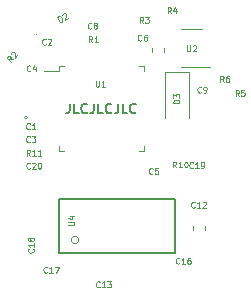
<source format=gbr>
%TF.GenerationSoftware,KiCad,Pcbnew,(5.1.5)-3*%
%TF.CreationDate,2021-08-14T21:38:10+08:00*%
%TF.ProjectId,STM32_FOC,53544d33-325f-4464-9f43-2e6b69636164,rev?*%
%TF.SameCoordinates,Original*%
%TF.FileFunction,Legend,Top*%
%TF.FilePolarity,Positive*%
%FSLAX46Y46*%
G04 Gerber Fmt 4.6, Leading zero omitted, Abs format (unit mm)*
G04 Created by KiCad (PCBNEW (5.1.5)-3) date 2021-08-14 21:38:10*
%MOMM*%
%LPD*%
G04 APERTURE LIST*
%ADD10C,0.150000*%
%ADD11C,0.120000*%
%ADD12C,0.100000*%
%ADD13C,0.101600*%
%ADD14C,0.203200*%
%ADD15C,0.066040*%
%ADD16R,0.406800X1.341520*%
%ADD17R,5.301380X3.200800*%
%ADD18R,1.902000X0.502000*%
%ADD19R,1.702000X0.502000*%
%ADD20R,1.162000X0.752000*%
%ADD21C,1.802000*%
%ADD22R,1.302000X1.002000*%
G04 APERTURE END LIST*
D10*
X95933333Y-96311904D02*
X95933333Y-96883333D01*
X95895238Y-96997619D01*
X95819047Y-97073809D01*
X95704761Y-97111904D01*
X95628571Y-97111904D01*
X96695238Y-97111904D02*
X96314285Y-97111904D01*
X96314285Y-96311904D01*
X97419047Y-97035714D02*
X97380952Y-97073809D01*
X97266666Y-97111904D01*
X97190476Y-97111904D01*
X97076190Y-97073809D01*
X97000000Y-96997619D01*
X96961904Y-96921428D01*
X96923809Y-96769047D01*
X96923809Y-96654761D01*
X96961904Y-96502380D01*
X97000000Y-96426190D01*
X97076190Y-96350000D01*
X97190476Y-96311904D01*
X97266666Y-96311904D01*
X97380952Y-96350000D01*
X97419047Y-96388095D01*
X97990476Y-96311904D02*
X97990476Y-96883333D01*
X97952380Y-96997619D01*
X97876190Y-97073809D01*
X97761904Y-97111904D01*
X97685714Y-97111904D01*
X98752380Y-97111904D02*
X98371428Y-97111904D01*
X98371428Y-96311904D01*
X99476190Y-97035714D02*
X99438095Y-97073809D01*
X99323809Y-97111904D01*
X99247619Y-97111904D01*
X99133333Y-97073809D01*
X99057142Y-96997619D01*
X99019047Y-96921428D01*
X98980952Y-96769047D01*
X98980952Y-96654761D01*
X99019047Y-96502380D01*
X99057142Y-96426190D01*
X99133333Y-96350000D01*
X99247619Y-96311904D01*
X99323809Y-96311904D01*
X99438095Y-96350000D01*
X99476190Y-96388095D01*
X100047619Y-96311904D02*
X100047619Y-96883333D01*
X100009523Y-96997619D01*
X99933333Y-97073809D01*
X99819047Y-97111904D01*
X99742857Y-97111904D01*
X100809523Y-97111904D02*
X100428571Y-97111904D01*
X100428571Y-96311904D01*
X101533333Y-97035714D02*
X101495238Y-97073809D01*
X101380952Y-97111904D01*
X101304761Y-97111904D01*
X101190476Y-97073809D01*
X101114285Y-96997619D01*
X101076190Y-96921428D01*
X101038095Y-96769047D01*
X101038095Y-96654761D01*
X101076190Y-96502380D01*
X101114285Y-96426190D01*
X101190476Y-96350000D01*
X101304761Y-96311904D01*
X101380952Y-96311904D01*
X101495238Y-96350000D01*
X101533333Y-96388095D01*
D11*
%TO.C,C12*%
X107360000Y-107012779D02*
X107360000Y-106687221D01*
X106340000Y-107012779D02*
X106340000Y-106687221D01*
D12*
%TO.C,D2*%
X93101033Y-90465000D02*
G75*
G03X93101033Y-90465000I-50001J0D01*
G01*
D13*
%TO.C,U4*%
X96709989Y-107869200D02*
G75*
G03X96709989Y-107869200I-323289J0D01*
G01*
D14*
X95030340Y-108897900D02*
X95030340Y-104402100D01*
X104829660Y-104369080D02*
X95030340Y-104369080D01*
X104829660Y-104402100D02*
X104829660Y-108897900D01*
X95030340Y-108930920D02*
X104829660Y-108930920D01*
D15*
X95604380Y-104369080D02*
X95807580Y-104369080D01*
X96254620Y-104369080D02*
X96457820Y-104369080D01*
X96904860Y-104369080D02*
X97108060Y-104369080D01*
X97555100Y-104369080D02*
X97758300Y-104369080D01*
X98205340Y-104369080D02*
X98408540Y-104369080D01*
X98855580Y-104369080D02*
X99058780Y-104369080D01*
X99505820Y-104369080D02*
X99709020Y-104369080D01*
X100150980Y-104369080D02*
X100354180Y-104369080D01*
X100801220Y-104369080D02*
X101004420Y-104369080D01*
X101451460Y-104369080D02*
X101654660Y-104369080D01*
X102101700Y-104369080D02*
X102304900Y-104369080D01*
X102751940Y-104369080D02*
X102955140Y-104369080D01*
X103402180Y-104369080D02*
X103605380Y-104369080D01*
X104052420Y-104369080D02*
X104255620Y-104369080D01*
X104052420Y-108930920D02*
X104255620Y-108930920D01*
X103402180Y-108930920D02*
X103605380Y-108930920D01*
X102751940Y-108930920D02*
X102955140Y-108930920D01*
X102101700Y-108930920D02*
X102304900Y-108930920D01*
X101451460Y-108930920D02*
X101654660Y-108930920D01*
X100801220Y-108930920D02*
X101004420Y-108930920D01*
X100150980Y-108930920D02*
X100354180Y-108930920D01*
X99505820Y-108930920D02*
X99709020Y-108930920D01*
X98855580Y-108930920D02*
X99058780Y-108930920D01*
X98205340Y-108930920D02*
X98408540Y-108930920D01*
X96904860Y-108930920D02*
X97108060Y-108930920D01*
X96254620Y-108930920D02*
X96457820Y-108930920D01*
X95604380Y-108930920D02*
X95807580Y-108930920D01*
D11*
%TO.C,U1*%
X95020000Y-93550000D02*
X93730000Y-93550000D01*
X95020000Y-93100000D02*
X95020000Y-93550000D01*
X95470000Y-93100000D02*
X95020000Y-93100000D01*
X102240000Y-93100000D02*
X102240000Y-93550000D01*
X101790000Y-93100000D02*
X102240000Y-93100000D01*
X95020000Y-100320000D02*
X95020000Y-99870000D01*
X95470000Y-100320000D02*
X95020000Y-100320000D01*
X102240000Y-100320000D02*
X102240000Y-99870000D01*
X101790000Y-100320000D02*
X102240000Y-100320000D01*
D12*
%TO.C,Y1*%
X92377000Y-97500000D02*
G75*
G03X92377000Y-97500000I-127000J0D01*
G01*
D11*
%TO.C,U2*%
X105350000Y-93260000D02*
X107800000Y-93260000D01*
X107150000Y-90040000D02*
X105350000Y-90040000D01*
%TO.C,D3*%
X106000000Y-93650000D02*
X104000000Y-93650000D01*
X104000000Y-93650000D02*
X104000000Y-97550000D01*
X106000000Y-93650000D02*
X106000000Y-97550000D01*
%TO.C,C6*%
X103910000Y-91637221D02*
X103910000Y-91962779D01*
X102890000Y-91637221D02*
X102890000Y-91962779D01*
%TO.C,C12*%
D12*
X106528571Y-105078571D02*
X106504761Y-105102380D01*
X106433333Y-105126190D01*
X106385714Y-105126190D01*
X106314285Y-105102380D01*
X106266666Y-105054761D01*
X106242857Y-105007142D01*
X106219047Y-104911904D01*
X106219047Y-104840476D01*
X106242857Y-104745238D01*
X106266666Y-104697619D01*
X106314285Y-104650000D01*
X106385714Y-104626190D01*
X106433333Y-104626190D01*
X106504761Y-104650000D01*
X106528571Y-104673809D01*
X107004761Y-105126190D02*
X106719047Y-105126190D01*
X106861904Y-105126190D02*
X106861904Y-104626190D01*
X106814285Y-104697619D01*
X106766666Y-104745238D01*
X106719047Y-104769047D01*
X107195238Y-104673809D02*
X107219047Y-104650000D01*
X107266666Y-104626190D01*
X107385714Y-104626190D01*
X107433333Y-104650000D01*
X107457142Y-104673809D01*
X107480952Y-104721428D01*
X107480952Y-104769047D01*
X107457142Y-104840476D01*
X107171428Y-105126190D01*
X107480952Y-105126190D01*
%TO.C,D2*%
X95143490Y-89430410D02*
X94893490Y-88997397D01*
X94996588Y-88937873D01*
X95070352Y-88922779D01*
X95135401Y-88940209D01*
X95179830Y-88969543D01*
X95248069Y-89040117D01*
X95283783Y-89101976D01*
X95310782Y-89196359D01*
X95313972Y-89249503D01*
X95296543Y-89314552D01*
X95246588Y-89370886D01*
X95143490Y-89430410D01*
X95329693Y-88800541D02*
X95338408Y-88768017D01*
X95367742Y-88723588D01*
X95470840Y-88664064D01*
X95523984Y-88660874D01*
X95556509Y-88669589D01*
X95600938Y-88698924D01*
X95624748Y-88740163D01*
X95639842Y-88813927D01*
X95535264Y-89204220D01*
X95803319Y-89049458D01*
%TO.C,R11*%
X92578571Y-100726190D02*
X92411904Y-100488095D01*
X92292857Y-100726190D02*
X92292857Y-100226190D01*
X92483333Y-100226190D01*
X92530952Y-100250000D01*
X92554761Y-100273809D01*
X92578571Y-100321428D01*
X92578571Y-100392857D01*
X92554761Y-100440476D01*
X92530952Y-100464285D01*
X92483333Y-100488095D01*
X92292857Y-100488095D01*
X93054761Y-100726190D02*
X92769047Y-100726190D01*
X92911904Y-100726190D02*
X92911904Y-100226190D01*
X92864285Y-100297619D01*
X92816666Y-100345238D01*
X92769047Y-100369047D01*
X93530952Y-100726190D02*
X93245238Y-100726190D01*
X93388095Y-100726190D02*
X93388095Y-100226190D01*
X93340476Y-100297619D01*
X93292857Y-100345238D01*
X93245238Y-100369047D01*
%TO.C,R10*%
X104978571Y-101726190D02*
X104811904Y-101488095D01*
X104692857Y-101726190D02*
X104692857Y-101226190D01*
X104883333Y-101226190D01*
X104930952Y-101250000D01*
X104954761Y-101273809D01*
X104978571Y-101321428D01*
X104978571Y-101392857D01*
X104954761Y-101440476D01*
X104930952Y-101464285D01*
X104883333Y-101488095D01*
X104692857Y-101488095D01*
X105454761Y-101726190D02*
X105169047Y-101726190D01*
X105311904Y-101726190D02*
X105311904Y-101226190D01*
X105264285Y-101297619D01*
X105216666Y-101345238D01*
X105169047Y-101369047D01*
X105764285Y-101226190D02*
X105811904Y-101226190D01*
X105859523Y-101250000D01*
X105883333Y-101273809D01*
X105907142Y-101321428D01*
X105930952Y-101416666D01*
X105930952Y-101535714D01*
X105907142Y-101630952D01*
X105883333Y-101678571D01*
X105859523Y-101702380D01*
X105811904Y-101726190D01*
X105764285Y-101726190D01*
X105716666Y-101702380D01*
X105692857Y-101678571D01*
X105669047Y-101630952D01*
X105645238Y-101535714D01*
X105645238Y-101416666D01*
X105669047Y-101321428D01*
X105692857Y-101273809D01*
X105716666Y-101250000D01*
X105764285Y-101226190D01*
%TO.C,R6*%
X108966666Y-94476190D02*
X108800000Y-94238095D01*
X108680952Y-94476190D02*
X108680952Y-93976190D01*
X108871428Y-93976190D01*
X108919047Y-94000000D01*
X108942857Y-94023809D01*
X108966666Y-94071428D01*
X108966666Y-94142857D01*
X108942857Y-94190476D01*
X108919047Y-94214285D01*
X108871428Y-94238095D01*
X108680952Y-94238095D01*
X109395238Y-93976190D02*
X109300000Y-93976190D01*
X109252380Y-94000000D01*
X109228571Y-94023809D01*
X109180952Y-94095238D01*
X109157142Y-94190476D01*
X109157142Y-94380952D01*
X109180952Y-94428571D01*
X109204761Y-94452380D01*
X109252380Y-94476190D01*
X109347619Y-94476190D01*
X109395238Y-94452380D01*
X109419047Y-94428571D01*
X109442857Y-94380952D01*
X109442857Y-94261904D01*
X109419047Y-94214285D01*
X109395238Y-94190476D01*
X109347619Y-94166666D01*
X109252380Y-94166666D01*
X109204761Y-94190476D01*
X109180952Y-94214285D01*
X109157142Y-94261904D01*
%TO.C,R5*%
X110266666Y-95676190D02*
X110100000Y-95438095D01*
X109980952Y-95676190D02*
X109980952Y-95176190D01*
X110171428Y-95176190D01*
X110219047Y-95200000D01*
X110242857Y-95223809D01*
X110266666Y-95271428D01*
X110266666Y-95342857D01*
X110242857Y-95390476D01*
X110219047Y-95414285D01*
X110171428Y-95438095D01*
X109980952Y-95438095D01*
X110719047Y-95176190D02*
X110480952Y-95176190D01*
X110457142Y-95414285D01*
X110480952Y-95390476D01*
X110528571Y-95366666D01*
X110647619Y-95366666D01*
X110695238Y-95390476D01*
X110719047Y-95414285D01*
X110742857Y-95461904D01*
X110742857Y-95580952D01*
X110719047Y-95628571D01*
X110695238Y-95652380D01*
X110647619Y-95676190D01*
X110528571Y-95676190D01*
X110480952Y-95652380D01*
X110457142Y-95628571D01*
%TO.C,R4*%
X104516666Y-88676190D02*
X104350000Y-88438095D01*
X104230952Y-88676190D02*
X104230952Y-88176190D01*
X104421428Y-88176190D01*
X104469047Y-88200000D01*
X104492857Y-88223809D01*
X104516666Y-88271428D01*
X104516666Y-88342857D01*
X104492857Y-88390476D01*
X104469047Y-88414285D01*
X104421428Y-88438095D01*
X104230952Y-88438095D01*
X104945238Y-88342857D02*
X104945238Y-88676190D01*
X104826190Y-88152380D02*
X104707142Y-88509523D01*
X105016666Y-88509523D01*
%TO.C,R3*%
X102166666Y-89476190D02*
X102000000Y-89238095D01*
X101880952Y-89476190D02*
X101880952Y-88976190D01*
X102071428Y-88976190D01*
X102119047Y-89000000D01*
X102142857Y-89023809D01*
X102166666Y-89071428D01*
X102166666Y-89142857D01*
X102142857Y-89190476D01*
X102119047Y-89214285D01*
X102071428Y-89238095D01*
X101880952Y-89238095D01*
X102333333Y-88976190D02*
X102642857Y-88976190D01*
X102476190Y-89166666D01*
X102547619Y-89166666D01*
X102595238Y-89190476D01*
X102619047Y-89214285D01*
X102642857Y-89261904D01*
X102642857Y-89380952D01*
X102619047Y-89428571D01*
X102595238Y-89452380D01*
X102547619Y-89476190D01*
X102404761Y-89476190D01*
X102357142Y-89452380D01*
X102333333Y-89428571D01*
%TO.C,R2*%
X91151014Y-92568866D02*
X90864804Y-92518358D01*
X90948983Y-92770896D02*
X90595430Y-92417343D01*
X90730117Y-92282656D01*
X90780624Y-92265820D01*
X90814296Y-92265820D01*
X90864804Y-92282656D01*
X90915311Y-92333164D01*
X90932147Y-92383671D01*
X90932147Y-92417343D01*
X90915311Y-92467851D01*
X90780624Y-92602538D01*
X90965819Y-92114297D02*
X90965819Y-92080625D01*
X90982655Y-92030118D01*
X91066834Y-91945938D01*
X91117342Y-91929103D01*
X91151014Y-91929103D01*
X91201521Y-91945938D01*
X91235193Y-91979610D01*
X91268865Y-92046954D01*
X91268865Y-92451015D01*
X91487731Y-92232148D01*
%TO.C,R1*%
X97866666Y-91126190D02*
X97700000Y-90888095D01*
X97580952Y-91126190D02*
X97580952Y-90626190D01*
X97771428Y-90626190D01*
X97819047Y-90650000D01*
X97842857Y-90673809D01*
X97866666Y-90721428D01*
X97866666Y-90792857D01*
X97842857Y-90840476D01*
X97819047Y-90864285D01*
X97771428Y-90888095D01*
X97580952Y-90888095D01*
X98342857Y-91126190D02*
X98057142Y-91126190D01*
X98200000Y-91126190D02*
X98200000Y-90626190D01*
X98152380Y-90697619D01*
X98104761Y-90745238D01*
X98057142Y-90769047D01*
%TO.C,C20*%
X92578571Y-101778571D02*
X92554761Y-101802380D01*
X92483333Y-101826190D01*
X92435714Y-101826190D01*
X92364285Y-101802380D01*
X92316666Y-101754761D01*
X92292857Y-101707142D01*
X92269047Y-101611904D01*
X92269047Y-101540476D01*
X92292857Y-101445238D01*
X92316666Y-101397619D01*
X92364285Y-101350000D01*
X92435714Y-101326190D01*
X92483333Y-101326190D01*
X92554761Y-101350000D01*
X92578571Y-101373809D01*
X92769047Y-101373809D02*
X92792857Y-101350000D01*
X92840476Y-101326190D01*
X92959523Y-101326190D01*
X93007142Y-101350000D01*
X93030952Y-101373809D01*
X93054761Y-101421428D01*
X93054761Y-101469047D01*
X93030952Y-101540476D01*
X92745238Y-101826190D01*
X93054761Y-101826190D01*
X93364285Y-101326190D02*
X93411904Y-101326190D01*
X93459523Y-101350000D01*
X93483333Y-101373809D01*
X93507142Y-101421428D01*
X93530952Y-101516666D01*
X93530952Y-101635714D01*
X93507142Y-101730952D01*
X93483333Y-101778571D01*
X93459523Y-101802380D01*
X93411904Y-101826190D01*
X93364285Y-101826190D01*
X93316666Y-101802380D01*
X93292857Y-101778571D01*
X93269047Y-101730952D01*
X93245238Y-101635714D01*
X93245238Y-101516666D01*
X93269047Y-101421428D01*
X93292857Y-101373809D01*
X93316666Y-101350000D01*
X93364285Y-101326190D01*
%TO.C,C19*%
X106378571Y-101728571D02*
X106354761Y-101752380D01*
X106283333Y-101776190D01*
X106235714Y-101776190D01*
X106164285Y-101752380D01*
X106116666Y-101704761D01*
X106092857Y-101657142D01*
X106069047Y-101561904D01*
X106069047Y-101490476D01*
X106092857Y-101395238D01*
X106116666Y-101347619D01*
X106164285Y-101300000D01*
X106235714Y-101276190D01*
X106283333Y-101276190D01*
X106354761Y-101300000D01*
X106378571Y-101323809D01*
X106854761Y-101776190D02*
X106569047Y-101776190D01*
X106711904Y-101776190D02*
X106711904Y-101276190D01*
X106664285Y-101347619D01*
X106616666Y-101395238D01*
X106569047Y-101419047D01*
X107092857Y-101776190D02*
X107188095Y-101776190D01*
X107235714Y-101752380D01*
X107259523Y-101728571D01*
X107307142Y-101657142D01*
X107330952Y-101561904D01*
X107330952Y-101371428D01*
X107307142Y-101323809D01*
X107283333Y-101300000D01*
X107235714Y-101276190D01*
X107140476Y-101276190D01*
X107092857Y-101300000D01*
X107069047Y-101323809D01*
X107045238Y-101371428D01*
X107045238Y-101490476D01*
X107069047Y-101538095D01*
X107092857Y-101561904D01*
X107140476Y-101585714D01*
X107235714Y-101585714D01*
X107283333Y-101561904D01*
X107307142Y-101538095D01*
X107330952Y-101490476D01*
%TO.C,C18*%
X92858571Y-108621428D02*
X92882380Y-108645238D01*
X92906190Y-108716666D01*
X92906190Y-108764285D01*
X92882380Y-108835714D01*
X92834761Y-108883333D01*
X92787142Y-108907142D01*
X92691904Y-108930952D01*
X92620476Y-108930952D01*
X92525238Y-108907142D01*
X92477619Y-108883333D01*
X92430000Y-108835714D01*
X92406190Y-108764285D01*
X92406190Y-108716666D01*
X92430000Y-108645238D01*
X92453809Y-108621428D01*
X92906190Y-108145238D02*
X92906190Y-108430952D01*
X92906190Y-108288095D02*
X92406190Y-108288095D01*
X92477619Y-108335714D01*
X92525238Y-108383333D01*
X92549047Y-108430952D01*
X92620476Y-107859523D02*
X92596666Y-107907142D01*
X92572857Y-107930952D01*
X92525238Y-107954761D01*
X92501428Y-107954761D01*
X92453809Y-107930952D01*
X92430000Y-107907142D01*
X92406190Y-107859523D01*
X92406190Y-107764285D01*
X92430000Y-107716666D01*
X92453809Y-107692857D01*
X92501428Y-107669047D01*
X92525238Y-107669047D01*
X92572857Y-107692857D01*
X92596666Y-107716666D01*
X92620476Y-107764285D01*
X92620476Y-107859523D01*
X92644285Y-107907142D01*
X92668095Y-107930952D01*
X92715714Y-107954761D01*
X92810952Y-107954761D01*
X92858571Y-107930952D01*
X92882380Y-107907142D01*
X92906190Y-107859523D01*
X92906190Y-107764285D01*
X92882380Y-107716666D01*
X92858571Y-107692857D01*
X92810952Y-107669047D01*
X92715714Y-107669047D01*
X92668095Y-107692857D01*
X92644285Y-107716666D01*
X92620476Y-107764285D01*
%TO.C,C17*%
X94028571Y-110578571D02*
X94004761Y-110602380D01*
X93933333Y-110626190D01*
X93885714Y-110626190D01*
X93814285Y-110602380D01*
X93766666Y-110554761D01*
X93742857Y-110507142D01*
X93719047Y-110411904D01*
X93719047Y-110340476D01*
X93742857Y-110245238D01*
X93766666Y-110197619D01*
X93814285Y-110150000D01*
X93885714Y-110126190D01*
X93933333Y-110126190D01*
X94004761Y-110150000D01*
X94028571Y-110173809D01*
X94504761Y-110626190D02*
X94219047Y-110626190D01*
X94361904Y-110626190D02*
X94361904Y-110126190D01*
X94314285Y-110197619D01*
X94266666Y-110245238D01*
X94219047Y-110269047D01*
X94671428Y-110126190D02*
X95004761Y-110126190D01*
X94790476Y-110626190D01*
%TO.C,C16*%
X105228571Y-109828571D02*
X105204761Y-109852380D01*
X105133333Y-109876190D01*
X105085714Y-109876190D01*
X105014285Y-109852380D01*
X104966666Y-109804761D01*
X104942857Y-109757142D01*
X104919047Y-109661904D01*
X104919047Y-109590476D01*
X104942857Y-109495238D01*
X104966666Y-109447619D01*
X105014285Y-109400000D01*
X105085714Y-109376190D01*
X105133333Y-109376190D01*
X105204761Y-109400000D01*
X105228571Y-109423809D01*
X105704761Y-109876190D02*
X105419047Y-109876190D01*
X105561904Y-109876190D02*
X105561904Y-109376190D01*
X105514285Y-109447619D01*
X105466666Y-109495238D01*
X105419047Y-109519047D01*
X106133333Y-109376190D02*
X106038095Y-109376190D01*
X105990476Y-109400000D01*
X105966666Y-109423809D01*
X105919047Y-109495238D01*
X105895238Y-109590476D01*
X105895238Y-109780952D01*
X105919047Y-109828571D01*
X105942857Y-109852380D01*
X105990476Y-109876190D01*
X106085714Y-109876190D01*
X106133333Y-109852380D01*
X106157142Y-109828571D01*
X106180952Y-109780952D01*
X106180952Y-109661904D01*
X106157142Y-109614285D01*
X106133333Y-109590476D01*
X106085714Y-109566666D01*
X105990476Y-109566666D01*
X105942857Y-109590476D01*
X105919047Y-109614285D01*
X105895238Y-109661904D01*
%TO.C,C13*%
X98478571Y-111828571D02*
X98454761Y-111852380D01*
X98383333Y-111876190D01*
X98335714Y-111876190D01*
X98264285Y-111852380D01*
X98216666Y-111804761D01*
X98192857Y-111757142D01*
X98169047Y-111661904D01*
X98169047Y-111590476D01*
X98192857Y-111495238D01*
X98216666Y-111447619D01*
X98264285Y-111400000D01*
X98335714Y-111376190D01*
X98383333Y-111376190D01*
X98454761Y-111400000D01*
X98478571Y-111423809D01*
X98954761Y-111876190D02*
X98669047Y-111876190D01*
X98811904Y-111876190D02*
X98811904Y-111376190D01*
X98764285Y-111447619D01*
X98716666Y-111495238D01*
X98669047Y-111519047D01*
X99121428Y-111376190D02*
X99430952Y-111376190D01*
X99264285Y-111566666D01*
X99335714Y-111566666D01*
X99383333Y-111590476D01*
X99407142Y-111614285D01*
X99430952Y-111661904D01*
X99430952Y-111780952D01*
X99407142Y-111828571D01*
X99383333Y-111852380D01*
X99335714Y-111876190D01*
X99192857Y-111876190D01*
X99145238Y-111852380D01*
X99121428Y-111828571D01*
%TO.C,C9*%
X107066666Y-95348571D02*
X107042857Y-95372380D01*
X106971428Y-95396190D01*
X106923809Y-95396190D01*
X106852380Y-95372380D01*
X106804761Y-95324761D01*
X106780952Y-95277142D01*
X106757142Y-95181904D01*
X106757142Y-95110476D01*
X106780952Y-95015238D01*
X106804761Y-94967619D01*
X106852380Y-94920000D01*
X106923809Y-94896190D01*
X106971428Y-94896190D01*
X107042857Y-94920000D01*
X107066666Y-94943809D01*
X107304761Y-95396190D02*
X107400000Y-95396190D01*
X107447619Y-95372380D01*
X107471428Y-95348571D01*
X107519047Y-95277142D01*
X107542857Y-95181904D01*
X107542857Y-94991428D01*
X107519047Y-94943809D01*
X107495238Y-94920000D01*
X107447619Y-94896190D01*
X107352380Y-94896190D01*
X107304761Y-94920000D01*
X107280952Y-94943809D01*
X107257142Y-94991428D01*
X107257142Y-95110476D01*
X107280952Y-95158095D01*
X107304761Y-95181904D01*
X107352380Y-95205714D01*
X107447619Y-95205714D01*
X107495238Y-95181904D01*
X107519047Y-95158095D01*
X107542857Y-95110476D01*
%TO.C,C8*%
X97766666Y-89928571D02*
X97742857Y-89952380D01*
X97671428Y-89976190D01*
X97623809Y-89976190D01*
X97552380Y-89952380D01*
X97504761Y-89904761D01*
X97480952Y-89857142D01*
X97457142Y-89761904D01*
X97457142Y-89690476D01*
X97480952Y-89595238D01*
X97504761Y-89547619D01*
X97552380Y-89500000D01*
X97623809Y-89476190D01*
X97671428Y-89476190D01*
X97742857Y-89500000D01*
X97766666Y-89523809D01*
X98052380Y-89690476D02*
X98004761Y-89666666D01*
X97980952Y-89642857D01*
X97957142Y-89595238D01*
X97957142Y-89571428D01*
X97980952Y-89523809D01*
X98004761Y-89500000D01*
X98052380Y-89476190D01*
X98147619Y-89476190D01*
X98195238Y-89500000D01*
X98219047Y-89523809D01*
X98242857Y-89571428D01*
X98242857Y-89595238D01*
X98219047Y-89642857D01*
X98195238Y-89666666D01*
X98147619Y-89690476D01*
X98052380Y-89690476D01*
X98004761Y-89714285D01*
X97980952Y-89738095D01*
X97957142Y-89785714D01*
X97957142Y-89880952D01*
X97980952Y-89928571D01*
X98004761Y-89952380D01*
X98052380Y-89976190D01*
X98147619Y-89976190D01*
X98195238Y-89952380D01*
X98219047Y-89928571D01*
X98242857Y-89880952D01*
X98242857Y-89785714D01*
X98219047Y-89738095D01*
X98195238Y-89714285D01*
X98147619Y-89690476D01*
%TO.C,C5*%
X102966666Y-102228571D02*
X102942857Y-102252380D01*
X102871428Y-102276190D01*
X102823809Y-102276190D01*
X102752380Y-102252380D01*
X102704761Y-102204761D01*
X102680952Y-102157142D01*
X102657142Y-102061904D01*
X102657142Y-101990476D01*
X102680952Y-101895238D01*
X102704761Y-101847619D01*
X102752380Y-101800000D01*
X102823809Y-101776190D01*
X102871428Y-101776190D01*
X102942857Y-101800000D01*
X102966666Y-101823809D01*
X103419047Y-101776190D02*
X103180952Y-101776190D01*
X103157142Y-102014285D01*
X103180952Y-101990476D01*
X103228571Y-101966666D01*
X103347619Y-101966666D01*
X103395238Y-101990476D01*
X103419047Y-102014285D01*
X103442857Y-102061904D01*
X103442857Y-102180952D01*
X103419047Y-102228571D01*
X103395238Y-102252380D01*
X103347619Y-102276190D01*
X103228571Y-102276190D01*
X103180952Y-102252380D01*
X103157142Y-102228571D01*
%TO.C,C4*%
X92616666Y-93528571D02*
X92592857Y-93552380D01*
X92521428Y-93576190D01*
X92473809Y-93576190D01*
X92402380Y-93552380D01*
X92354761Y-93504761D01*
X92330952Y-93457142D01*
X92307142Y-93361904D01*
X92307142Y-93290476D01*
X92330952Y-93195238D01*
X92354761Y-93147619D01*
X92402380Y-93100000D01*
X92473809Y-93076190D01*
X92521428Y-93076190D01*
X92592857Y-93100000D01*
X92616666Y-93123809D01*
X93045238Y-93242857D02*
X93045238Y-93576190D01*
X92926190Y-93052380D02*
X92807142Y-93409523D01*
X93116666Y-93409523D01*
%TO.C,C3*%
X92566666Y-99528571D02*
X92542857Y-99552380D01*
X92471428Y-99576190D01*
X92423809Y-99576190D01*
X92352380Y-99552380D01*
X92304761Y-99504761D01*
X92280952Y-99457142D01*
X92257142Y-99361904D01*
X92257142Y-99290476D01*
X92280952Y-99195238D01*
X92304761Y-99147619D01*
X92352380Y-99100000D01*
X92423809Y-99076190D01*
X92471428Y-99076190D01*
X92542857Y-99100000D01*
X92566666Y-99123809D01*
X92733333Y-99076190D02*
X93042857Y-99076190D01*
X92876190Y-99266666D01*
X92947619Y-99266666D01*
X92995238Y-99290476D01*
X93019047Y-99314285D01*
X93042857Y-99361904D01*
X93042857Y-99480952D01*
X93019047Y-99528571D01*
X92995238Y-99552380D01*
X92947619Y-99576190D01*
X92804761Y-99576190D01*
X92757142Y-99552380D01*
X92733333Y-99528571D01*
%TO.C,C2*%
X93916666Y-91278571D02*
X93892857Y-91302380D01*
X93821428Y-91326190D01*
X93773809Y-91326190D01*
X93702380Y-91302380D01*
X93654761Y-91254761D01*
X93630952Y-91207142D01*
X93607142Y-91111904D01*
X93607142Y-91040476D01*
X93630952Y-90945238D01*
X93654761Y-90897619D01*
X93702380Y-90850000D01*
X93773809Y-90826190D01*
X93821428Y-90826190D01*
X93892857Y-90850000D01*
X93916666Y-90873809D01*
X94107142Y-90873809D02*
X94130952Y-90850000D01*
X94178571Y-90826190D01*
X94297619Y-90826190D01*
X94345238Y-90850000D01*
X94369047Y-90873809D01*
X94392857Y-90921428D01*
X94392857Y-90969047D01*
X94369047Y-91040476D01*
X94083333Y-91326190D01*
X94392857Y-91326190D01*
%TO.C,C1*%
X92566666Y-98428571D02*
X92542857Y-98452380D01*
X92471428Y-98476190D01*
X92423809Y-98476190D01*
X92352380Y-98452380D01*
X92304761Y-98404761D01*
X92280952Y-98357142D01*
X92257142Y-98261904D01*
X92257142Y-98190476D01*
X92280952Y-98095238D01*
X92304761Y-98047619D01*
X92352380Y-98000000D01*
X92423809Y-97976190D01*
X92471428Y-97976190D01*
X92542857Y-98000000D01*
X92566666Y-98023809D01*
X93042857Y-98476190D02*
X92757142Y-98476190D01*
X92900000Y-98476190D02*
X92900000Y-97976190D01*
X92852380Y-98047619D01*
X92804761Y-98095238D01*
X92757142Y-98119047D01*
%TO.C,U4*%
X95826190Y-106610952D02*
X96230952Y-106610952D01*
X96278571Y-106587142D01*
X96302380Y-106563333D01*
X96326190Y-106515714D01*
X96326190Y-106420476D01*
X96302380Y-106372857D01*
X96278571Y-106349047D01*
X96230952Y-106325238D01*
X95826190Y-106325238D01*
X95992857Y-105872857D02*
X96326190Y-105872857D01*
X95802380Y-105991904D02*
X96159523Y-106110952D01*
X96159523Y-105801428D01*
%TO.C,U1*%
X98139047Y-94386190D02*
X98139047Y-94790952D01*
X98162857Y-94838571D01*
X98186666Y-94862380D01*
X98234285Y-94886190D01*
X98329523Y-94886190D01*
X98377142Y-94862380D01*
X98400952Y-94838571D01*
X98424761Y-94790952D01*
X98424761Y-94386190D01*
X98924761Y-94886190D02*
X98639047Y-94886190D01*
X98781904Y-94886190D02*
X98781904Y-94386190D01*
X98734285Y-94457619D01*
X98686666Y-94505238D01*
X98639047Y-94529047D01*
%TO.C,U2*%
X105869047Y-91376190D02*
X105869047Y-91780952D01*
X105892857Y-91828571D01*
X105916666Y-91852380D01*
X105964285Y-91876190D01*
X106059523Y-91876190D01*
X106107142Y-91852380D01*
X106130952Y-91828571D01*
X106154761Y-91780952D01*
X106154761Y-91376190D01*
X106369047Y-91423809D02*
X106392857Y-91400000D01*
X106440476Y-91376190D01*
X106559523Y-91376190D01*
X106607142Y-91400000D01*
X106630952Y-91423809D01*
X106654761Y-91471428D01*
X106654761Y-91519047D01*
X106630952Y-91590476D01*
X106345238Y-91876190D01*
X106654761Y-91876190D01*
%TO.C,D3*%
X105226190Y-96269047D02*
X104726190Y-96269047D01*
X104726190Y-96150000D01*
X104750000Y-96078571D01*
X104797619Y-96030952D01*
X104845238Y-96007142D01*
X104940476Y-95983333D01*
X105011904Y-95983333D01*
X105107142Y-96007142D01*
X105154761Y-96030952D01*
X105202380Y-96078571D01*
X105226190Y-96150000D01*
X105226190Y-96269047D01*
X104726190Y-95816666D02*
X104726190Y-95507142D01*
X104916666Y-95673809D01*
X104916666Y-95602380D01*
X104940476Y-95554761D01*
X104964285Y-95530952D01*
X105011904Y-95507142D01*
X105130952Y-95507142D01*
X105178571Y-95530952D01*
X105202380Y-95554761D01*
X105226190Y-95602380D01*
X105226190Y-95745238D01*
X105202380Y-95792857D01*
X105178571Y-95816666D01*
%TO.C,C6*%
X102016666Y-90928571D02*
X101992857Y-90952380D01*
X101921428Y-90976190D01*
X101873809Y-90976190D01*
X101802380Y-90952380D01*
X101754761Y-90904761D01*
X101730952Y-90857142D01*
X101707142Y-90761904D01*
X101707142Y-90690476D01*
X101730952Y-90595238D01*
X101754761Y-90547619D01*
X101802380Y-90500000D01*
X101873809Y-90476190D01*
X101921428Y-90476190D01*
X101992857Y-90500000D01*
X102016666Y-90523809D01*
X102445238Y-90476190D02*
X102350000Y-90476190D01*
X102302380Y-90500000D01*
X102278571Y-90523809D01*
X102230952Y-90595238D01*
X102207142Y-90690476D01*
X102207142Y-90880952D01*
X102230952Y-90928571D01*
X102254761Y-90952380D01*
X102302380Y-90976190D01*
X102397619Y-90976190D01*
X102445238Y-90952380D01*
X102469047Y-90928571D01*
X102492857Y-90880952D01*
X102492857Y-90761904D01*
X102469047Y-90714285D01*
X102445238Y-90690476D01*
X102397619Y-90666666D01*
X102302380Y-90666666D01*
X102254761Y-90690476D01*
X102230952Y-90714285D01*
X102207142Y-90761904D01*
%TD*%
%LPC*%
%TO.C,C12*%
G36*
X107155691Y-105575176D02*
G01*
X107179401Y-105578693D01*
X107202652Y-105584517D01*
X107225220Y-105592592D01*
X107246889Y-105602841D01*
X107267448Y-105615164D01*
X107286701Y-105629442D01*
X107304461Y-105645539D01*
X107320558Y-105663299D01*
X107334836Y-105682552D01*
X107347159Y-105703111D01*
X107357408Y-105724780D01*
X107365483Y-105747348D01*
X107371307Y-105770599D01*
X107374824Y-105794309D01*
X107376000Y-105818250D01*
X107376000Y-106306750D01*
X107374824Y-106330691D01*
X107371307Y-106354401D01*
X107365483Y-106377652D01*
X107357408Y-106400220D01*
X107347159Y-106421889D01*
X107334836Y-106442448D01*
X107320558Y-106461701D01*
X107304461Y-106479461D01*
X107286701Y-106495558D01*
X107267448Y-106509836D01*
X107246889Y-106522159D01*
X107225220Y-106532408D01*
X107202652Y-106540483D01*
X107179401Y-106546307D01*
X107155691Y-106549824D01*
X107131750Y-106551000D01*
X106568250Y-106551000D01*
X106544309Y-106549824D01*
X106520599Y-106546307D01*
X106497348Y-106540483D01*
X106474780Y-106532408D01*
X106453111Y-106522159D01*
X106432552Y-106509836D01*
X106413299Y-106495558D01*
X106395539Y-106479461D01*
X106379442Y-106461701D01*
X106365164Y-106442448D01*
X106352841Y-106421889D01*
X106342592Y-106400220D01*
X106334517Y-106377652D01*
X106328693Y-106354401D01*
X106325176Y-106330691D01*
X106324000Y-106306750D01*
X106324000Y-105818250D01*
X106325176Y-105794309D01*
X106328693Y-105770599D01*
X106334517Y-105747348D01*
X106342592Y-105724780D01*
X106352841Y-105703111D01*
X106365164Y-105682552D01*
X106379442Y-105663299D01*
X106395539Y-105645539D01*
X106413299Y-105629442D01*
X106432552Y-105615164D01*
X106453111Y-105602841D01*
X106474780Y-105592592D01*
X106497348Y-105584517D01*
X106520599Y-105578693D01*
X106544309Y-105575176D01*
X106568250Y-105574000D01*
X107131750Y-105574000D01*
X107155691Y-105575176D01*
G37*
G36*
X107155691Y-107150176D02*
G01*
X107179401Y-107153693D01*
X107202652Y-107159517D01*
X107225220Y-107167592D01*
X107246889Y-107177841D01*
X107267448Y-107190164D01*
X107286701Y-107204442D01*
X107304461Y-107220539D01*
X107320558Y-107238299D01*
X107334836Y-107257552D01*
X107347159Y-107278111D01*
X107357408Y-107299780D01*
X107365483Y-107322348D01*
X107371307Y-107345599D01*
X107374824Y-107369309D01*
X107376000Y-107393250D01*
X107376000Y-107881750D01*
X107374824Y-107905691D01*
X107371307Y-107929401D01*
X107365483Y-107952652D01*
X107357408Y-107975220D01*
X107347159Y-107996889D01*
X107334836Y-108017448D01*
X107320558Y-108036701D01*
X107304461Y-108054461D01*
X107286701Y-108070558D01*
X107267448Y-108084836D01*
X107246889Y-108097159D01*
X107225220Y-108107408D01*
X107202652Y-108115483D01*
X107179401Y-108121307D01*
X107155691Y-108124824D01*
X107131750Y-108126000D01*
X106568250Y-108126000D01*
X106544309Y-108124824D01*
X106520599Y-108121307D01*
X106497348Y-108115483D01*
X106474780Y-108107408D01*
X106453111Y-108097159D01*
X106432552Y-108084836D01*
X106413299Y-108070558D01*
X106395539Y-108054461D01*
X106379442Y-108036701D01*
X106365164Y-108017448D01*
X106352841Y-107996889D01*
X106342592Y-107975220D01*
X106334517Y-107952652D01*
X106328693Y-107929401D01*
X106325176Y-107905691D01*
X106324000Y-107881750D01*
X106324000Y-107393250D01*
X106325176Y-107369309D01*
X106328693Y-107345599D01*
X106334517Y-107322348D01*
X106342592Y-107299780D01*
X106352841Y-107278111D01*
X106365164Y-107257552D01*
X106379442Y-107238299D01*
X106395539Y-107220539D01*
X106413299Y-107204442D01*
X106432552Y-107190164D01*
X106453111Y-107177841D01*
X106474780Y-107167592D01*
X106497348Y-107159517D01*
X106520599Y-107153693D01*
X106544309Y-107150176D01*
X106568250Y-107149000D01*
X107131750Y-107149000D01*
X107155691Y-107150176D01*
G37*
%TD*%
%TO.C,D2*%
G36*
X94477159Y-89246897D02*
G01*
X94494025Y-89248838D01*
X94510620Y-89252422D01*
X94526783Y-89257615D01*
X94542360Y-89264368D01*
X94557200Y-89272615D01*
X94571160Y-89282277D01*
X94584105Y-89293260D01*
X94595912Y-89305460D01*
X94606466Y-89318758D01*
X94615666Y-89333027D01*
X94813666Y-89675973D01*
X94821423Y-89691075D01*
X94827663Y-89706864D01*
X94832325Y-89723189D01*
X94835364Y-89739892D01*
X94836751Y-89756813D01*
X94836474Y-89773788D01*
X94834533Y-89790654D01*
X94830949Y-89807249D01*
X94825756Y-89823412D01*
X94819003Y-89838989D01*
X94810756Y-89853829D01*
X94801094Y-89867789D01*
X94790110Y-89880734D01*
X94777911Y-89892541D01*
X94764613Y-89903095D01*
X94750344Y-89912295D01*
X94450700Y-90085295D01*
X94435598Y-90093052D01*
X94419809Y-90099292D01*
X94403484Y-90103954D01*
X94386781Y-90106993D01*
X94369861Y-90108380D01*
X94352885Y-90108103D01*
X94336019Y-90106162D01*
X94319424Y-90102578D01*
X94303261Y-90097385D01*
X94287684Y-90090632D01*
X94272844Y-90082385D01*
X94258884Y-90072723D01*
X94245939Y-90061740D01*
X94234132Y-90049540D01*
X94223578Y-90036242D01*
X94214378Y-90021973D01*
X94016378Y-89679027D01*
X94008621Y-89663925D01*
X94002381Y-89648136D01*
X93997719Y-89631811D01*
X93994680Y-89615108D01*
X93993293Y-89598187D01*
X93993570Y-89581212D01*
X93995511Y-89564346D01*
X93999095Y-89547751D01*
X94004288Y-89531588D01*
X94011041Y-89516011D01*
X94019288Y-89501171D01*
X94028950Y-89487211D01*
X94039934Y-89474266D01*
X94052133Y-89462459D01*
X94065431Y-89451905D01*
X94079700Y-89442705D01*
X94379344Y-89269705D01*
X94394446Y-89261948D01*
X94410235Y-89255708D01*
X94426560Y-89251046D01*
X94443263Y-89248007D01*
X94460183Y-89246620D01*
X94477159Y-89246897D01*
G37*
G36*
X93637115Y-89731897D02*
G01*
X93653981Y-89733838D01*
X93670576Y-89737422D01*
X93686739Y-89742615D01*
X93702316Y-89749368D01*
X93717156Y-89757615D01*
X93731116Y-89767277D01*
X93744061Y-89778260D01*
X93755868Y-89790460D01*
X93766422Y-89803758D01*
X93775622Y-89818027D01*
X93973622Y-90160973D01*
X93981379Y-90176075D01*
X93987619Y-90191864D01*
X93992281Y-90208189D01*
X93995320Y-90224892D01*
X93996707Y-90241813D01*
X93996430Y-90258788D01*
X93994489Y-90275654D01*
X93990905Y-90292249D01*
X93985712Y-90308412D01*
X93978959Y-90323989D01*
X93970712Y-90338829D01*
X93961050Y-90352789D01*
X93950066Y-90365734D01*
X93937867Y-90377541D01*
X93924569Y-90388095D01*
X93910300Y-90397295D01*
X93610656Y-90570295D01*
X93595554Y-90578052D01*
X93579765Y-90584292D01*
X93563440Y-90588954D01*
X93546737Y-90591993D01*
X93529817Y-90593380D01*
X93512841Y-90593103D01*
X93495975Y-90591162D01*
X93479380Y-90587578D01*
X93463217Y-90582385D01*
X93447640Y-90575632D01*
X93432800Y-90567385D01*
X93418840Y-90557723D01*
X93405895Y-90546740D01*
X93394088Y-90534540D01*
X93383534Y-90521242D01*
X93374334Y-90506973D01*
X93176334Y-90164027D01*
X93168577Y-90148925D01*
X93162337Y-90133136D01*
X93157675Y-90116811D01*
X93154636Y-90100108D01*
X93153249Y-90083187D01*
X93153526Y-90066212D01*
X93155467Y-90049346D01*
X93159051Y-90032751D01*
X93164244Y-90016588D01*
X93170997Y-90001011D01*
X93179244Y-89986171D01*
X93188906Y-89972211D01*
X93199890Y-89959266D01*
X93212089Y-89947459D01*
X93225387Y-89936905D01*
X93239656Y-89927705D01*
X93539300Y-89754705D01*
X93554402Y-89746948D01*
X93570191Y-89740708D01*
X93586516Y-89736046D01*
X93603219Y-89733007D01*
X93620139Y-89731620D01*
X93637115Y-89731897D01*
G37*
%TD*%
%TO.C,R11*%
G36*
X90954957Y-100129833D02*
G01*
X90971751Y-100132324D01*
X90988219Y-100136449D01*
X91004204Y-100142169D01*
X91019552Y-100149428D01*
X91034114Y-100158156D01*
X91047750Y-100168269D01*
X91060329Y-100179671D01*
X91071731Y-100192250D01*
X91081844Y-100205886D01*
X91090572Y-100220448D01*
X91097831Y-100235796D01*
X91103551Y-100251781D01*
X91107676Y-100268249D01*
X91110167Y-100285043D01*
X91111000Y-100302000D01*
X91111000Y-100698000D01*
X91110167Y-100714957D01*
X91107676Y-100731751D01*
X91103551Y-100748219D01*
X91097831Y-100764204D01*
X91090572Y-100779552D01*
X91081844Y-100794114D01*
X91071731Y-100807750D01*
X91060329Y-100820329D01*
X91047750Y-100831731D01*
X91034114Y-100841844D01*
X91019552Y-100850572D01*
X91004204Y-100857831D01*
X90988219Y-100863551D01*
X90971751Y-100867676D01*
X90954957Y-100870167D01*
X90938000Y-100871000D01*
X90592000Y-100871000D01*
X90575043Y-100870167D01*
X90558249Y-100867676D01*
X90541781Y-100863551D01*
X90525796Y-100857831D01*
X90510448Y-100850572D01*
X90495886Y-100841844D01*
X90482250Y-100831731D01*
X90469671Y-100820329D01*
X90458269Y-100807750D01*
X90448156Y-100794114D01*
X90439428Y-100779552D01*
X90432169Y-100764204D01*
X90426449Y-100748219D01*
X90422324Y-100731751D01*
X90419833Y-100714957D01*
X90419000Y-100698000D01*
X90419000Y-100302000D01*
X90419833Y-100285043D01*
X90422324Y-100268249D01*
X90426449Y-100251781D01*
X90432169Y-100235796D01*
X90439428Y-100220448D01*
X90448156Y-100205886D01*
X90458269Y-100192250D01*
X90469671Y-100179671D01*
X90482250Y-100168269D01*
X90495886Y-100158156D01*
X90510448Y-100149428D01*
X90525796Y-100142169D01*
X90541781Y-100136449D01*
X90558249Y-100132324D01*
X90575043Y-100129833D01*
X90592000Y-100129000D01*
X90938000Y-100129000D01*
X90954957Y-100129833D01*
G37*
G36*
X91924957Y-100129833D02*
G01*
X91941751Y-100132324D01*
X91958219Y-100136449D01*
X91974204Y-100142169D01*
X91989552Y-100149428D01*
X92004114Y-100158156D01*
X92017750Y-100168269D01*
X92030329Y-100179671D01*
X92041731Y-100192250D01*
X92051844Y-100205886D01*
X92060572Y-100220448D01*
X92067831Y-100235796D01*
X92073551Y-100251781D01*
X92077676Y-100268249D01*
X92080167Y-100285043D01*
X92081000Y-100302000D01*
X92081000Y-100698000D01*
X92080167Y-100714957D01*
X92077676Y-100731751D01*
X92073551Y-100748219D01*
X92067831Y-100764204D01*
X92060572Y-100779552D01*
X92051844Y-100794114D01*
X92041731Y-100807750D01*
X92030329Y-100820329D01*
X92017750Y-100831731D01*
X92004114Y-100841844D01*
X91989552Y-100850572D01*
X91974204Y-100857831D01*
X91958219Y-100863551D01*
X91941751Y-100867676D01*
X91924957Y-100870167D01*
X91908000Y-100871000D01*
X91562000Y-100871000D01*
X91545043Y-100870167D01*
X91528249Y-100867676D01*
X91511781Y-100863551D01*
X91495796Y-100857831D01*
X91480448Y-100850572D01*
X91465886Y-100841844D01*
X91452250Y-100831731D01*
X91439671Y-100820329D01*
X91428269Y-100807750D01*
X91418156Y-100794114D01*
X91409428Y-100779552D01*
X91402169Y-100764204D01*
X91396449Y-100748219D01*
X91392324Y-100731751D01*
X91389833Y-100714957D01*
X91389000Y-100698000D01*
X91389000Y-100302000D01*
X91389833Y-100285043D01*
X91392324Y-100268249D01*
X91396449Y-100251781D01*
X91402169Y-100235796D01*
X91409428Y-100220448D01*
X91418156Y-100205886D01*
X91428269Y-100192250D01*
X91439671Y-100179671D01*
X91452250Y-100168269D01*
X91465886Y-100158156D01*
X91480448Y-100149428D01*
X91495796Y-100142169D01*
X91511781Y-100136449D01*
X91528249Y-100132324D01*
X91545043Y-100129833D01*
X91562000Y-100129000D01*
X91908000Y-100129000D01*
X91924957Y-100129833D01*
G37*
%TD*%
%TO.C,R10*%
G36*
X105759957Y-102219833D02*
G01*
X105776751Y-102222324D01*
X105793219Y-102226449D01*
X105809204Y-102232169D01*
X105824552Y-102239428D01*
X105839114Y-102248156D01*
X105852750Y-102258269D01*
X105865329Y-102269671D01*
X105876731Y-102282250D01*
X105886844Y-102295886D01*
X105895572Y-102310448D01*
X105902831Y-102325796D01*
X105908551Y-102341781D01*
X105912676Y-102358249D01*
X105915167Y-102375043D01*
X105916000Y-102392000D01*
X105916000Y-102738000D01*
X105915167Y-102754957D01*
X105912676Y-102771751D01*
X105908551Y-102788219D01*
X105902831Y-102804204D01*
X105895572Y-102819552D01*
X105886844Y-102834114D01*
X105876731Y-102847750D01*
X105865329Y-102860329D01*
X105852750Y-102871731D01*
X105839114Y-102881844D01*
X105824552Y-102890572D01*
X105809204Y-102897831D01*
X105793219Y-102903551D01*
X105776751Y-102907676D01*
X105759957Y-102910167D01*
X105743000Y-102911000D01*
X105347000Y-102911000D01*
X105330043Y-102910167D01*
X105313249Y-102907676D01*
X105296781Y-102903551D01*
X105280796Y-102897831D01*
X105265448Y-102890572D01*
X105250886Y-102881844D01*
X105237250Y-102871731D01*
X105224671Y-102860329D01*
X105213269Y-102847750D01*
X105203156Y-102834114D01*
X105194428Y-102819552D01*
X105187169Y-102804204D01*
X105181449Y-102788219D01*
X105177324Y-102771751D01*
X105174833Y-102754957D01*
X105174000Y-102738000D01*
X105174000Y-102392000D01*
X105174833Y-102375043D01*
X105177324Y-102358249D01*
X105181449Y-102341781D01*
X105187169Y-102325796D01*
X105194428Y-102310448D01*
X105203156Y-102295886D01*
X105213269Y-102282250D01*
X105224671Y-102269671D01*
X105237250Y-102258269D01*
X105250886Y-102248156D01*
X105265448Y-102239428D01*
X105280796Y-102232169D01*
X105296781Y-102226449D01*
X105313249Y-102222324D01*
X105330043Y-102219833D01*
X105347000Y-102219000D01*
X105743000Y-102219000D01*
X105759957Y-102219833D01*
G37*
G36*
X105759957Y-103189833D02*
G01*
X105776751Y-103192324D01*
X105793219Y-103196449D01*
X105809204Y-103202169D01*
X105824552Y-103209428D01*
X105839114Y-103218156D01*
X105852750Y-103228269D01*
X105865329Y-103239671D01*
X105876731Y-103252250D01*
X105886844Y-103265886D01*
X105895572Y-103280448D01*
X105902831Y-103295796D01*
X105908551Y-103311781D01*
X105912676Y-103328249D01*
X105915167Y-103345043D01*
X105916000Y-103362000D01*
X105916000Y-103708000D01*
X105915167Y-103724957D01*
X105912676Y-103741751D01*
X105908551Y-103758219D01*
X105902831Y-103774204D01*
X105895572Y-103789552D01*
X105886844Y-103804114D01*
X105876731Y-103817750D01*
X105865329Y-103830329D01*
X105852750Y-103841731D01*
X105839114Y-103851844D01*
X105824552Y-103860572D01*
X105809204Y-103867831D01*
X105793219Y-103873551D01*
X105776751Y-103877676D01*
X105759957Y-103880167D01*
X105743000Y-103881000D01*
X105347000Y-103881000D01*
X105330043Y-103880167D01*
X105313249Y-103877676D01*
X105296781Y-103873551D01*
X105280796Y-103867831D01*
X105265448Y-103860572D01*
X105250886Y-103851844D01*
X105237250Y-103841731D01*
X105224671Y-103830329D01*
X105213269Y-103817750D01*
X105203156Y-103804114D01*
X105194428Y-103789552D01*
X105187169Y-103774204D01*
X105181449Y-103758219D01*
X105177324Y-103741751D01*
X105174833Y-103724957D01*
X105174000Y-103708000D01*
X105174000Y-103362000D01*
X105174833Y-103345043D01*
X105177324Y-103328249D01*
X105181449Y-103311781D01*
X105187169Y-103295796D01*
X105194428Y-103280448D01*
X105203156Y-103265886D01*
X105213269Y-103252250D01*
X105224671Y-103239671D01*
X105237250Y-103228269D01*
X105250886Y-103218156D01*
X105265448Y-103209428D01*
X105280796Y-103202169D01*
X105296781Y-103196449D01*
X105313249Y-103192324D01*
X105330043Y-103189833D01*
X105347000Y-103189000D01*
X105743000Y-103189000D01*
X105759957Y-103189833D01*
G37*
%TD*%
%TO.C,R6*%
G36*
X109264957Y-92939833D02*
G01*
X109281751Y-92942324D01*
X109298219Y-92946449D01*
X109314204Y-92952169D01*
X109329552Y-92959428D01*
X109344114Y-92968156D01*
X109357750Y-92978269D01*
X109370329Y-92989671D01*
X109381731Y-93002250D01*
X109391844Y-93015886D01*
X109400572Y-93030448D01*
X109407831Y-93045796D01*
X109413551Y-93061781D01*
X109417676Y-93078249D01*
X109420167Y-93095043D01*
X109421000Y-93112000D01*
X109421000Y-93458000D01*
X109420167Y-93474957D01*
X109417676Y-93491751D01*
X109413551Y-93508219D01*
X109407831Y-93524204D01*
X109400572Y-93539552D01*
X109391844Y-93554114D01*
X109381731Y-93567750D01*
X109370329Y-93580329D01*
X109357750Y-93591731D01*
X109344114Y-93601844D01*
X109329552Y-93610572D01*
X109314204Y-93617831D01*
X109298219Y-93623551D01*
X109281751Y-93627676D01*
X109264957Y-93630167D01*
X109248000Y-93631000D01*
X108852000Y-93631000D01*
X108835043Y-93630167D01*
X108818249Y-93627676D01*
X108801781Y-93623551D01*
X108785796Y-93617831D01*
X108770448Y-93610572D01*
X108755886Y-93601844D01*
X108742250Y-93591731D01*
X108729671Y-93580329D01*
X108718269Y-93567750D01*
X108708156Y-93554114D01*
X108699428Y-93539552D01*
X108692169Y-93524204D01*
X108686449Y-93508219D01*
X108682324Y-93491751D01*
X108679833Y-93474957D01*
X108679000Y-93458000D01*
X108679000Y-93112000D01*
X108679833Y-93095043D01*
X108682324Y-93078249D01*
X108686449Y-93061781D01*
X108692169Y-93045796D01*
X108699428Y-93030448D01*
X108708156Y-93015886D01*
X108718269Y-93002250D01*
X108729671Y-92989671D01*
X108742250Y-92978269D01*
X108755886Y-92968156D01*
X108770448Y-92959428D01*
X108785796Y-92952169D01*
X108801781Y-92946449D01*
X108818249Y-92942324D01*
X108835043Y-92939833D01*
X108852000Y-92939000D01*
X109248000Y-92939000D01*
X109264957Y-92939833D01*
G37*
G36*
X109264957Y-91969833D02*
G01*
X109281751Y-91972324D01*
X109298219Y-91976449D01*
X109314204Y-91982169D01*
X109329552Y-91989428D01*
X109344114Y-91998156D01*
X109357750Y-92008269D01*
X109370329Y-92019671D01*
X109381731Y-92032250D01*
X109391844Y-92045886D01*
X109400572Y-92060448D01*
X109407831Y-92075796D01*
X109413551Y-92091781D01*
X109417676Y-92108249D01*
X109420167Y-92125043D01*
X109421000Y-92142000D01*
X109421000Y-92488000D01*
X109420167Y-92504957D01*
X109417676Y-92521751D01*
X109413551Y-92538219D01*
X109407831Y-92554204D01*
X109400572Y-92569552D01*
X109391844Y-92584114D01*
X109381731Y-92597750D01*
X109370329Y-92610329D01*
X109357750Y-92621731D01*
X109344114Y-92631844D01*
X109329552Y-92640572D01*
X109314204Y-92647831D01*
X109298219Y-92653551D01*
X109281751Y-92657676D01*
X109264957Y-92660167D01*
X109248000Y-92661000D01*
X108852000Y-92661000D01*
X108835043Y-92660167D01*
X108818249Y-92657676D01*
X108801781Y-92653551D01*
X108785796Y-92647831D01*
X108770448Y-92640572D01*
X108755886Y-92631844D01*
X108742250Y-92621731D01*
X108729671Y-92610329D01*
X108718269Y-92597750D01*
X108708156Y-92584114D01*
X108699428Y-92569552D01*
X108692169Y-92554204D01*
X108686449Y-92538219D01*
X108682324Y-92521751D01*
X108679833Y-92504957D01*
X108679000Y-92488000D01*
X108679000Y-92142000D01*
X108679833Y-92125043D01*
X108682324Y-92108249D01*
X108686449Y-92091781D01*
X108692169Y-92075796D01*
X108699428Y-92060448D01*
X108708156Y-92045886D01*
X108718269Y-92032250D01*
X108729671Y-92019671D01*
X108742250Y-92008269D01*
X108755886Y-91998156D01*
X108770448Y-91989428D01*
X108785796Y-91982169D01*
X108801781Y-91976449D01*
X108818249Y-91972324D01*
X108835043Y-91969833D01*
X108852000Y-91969000D01*
X109248000Y-91969000D01*
X109264957Y-91969833D01*
G37*
%TD*%
%TO.C,R5*%
G36*
X110564957Y-93169833D02*
G01*
X110581751Y-93172324D01*
X110598219Y-93176449D01*
X110614204Y-93182169D01*
X110629552Y-93189428D01*
X110644114Y-93198156D01*
X110657750Y-93208269D01*
X110670329Y-93219671D01*
X110681731Y-93232250D01*
X110691844Y-93245886D01*
X110700572Y-93260448D01*
X110707831Y-93275796D01*
X110713551Y-93291781D01*
X110717676Y-93308249D01*
X110720167Y-93325043D01*
X110721000Y-93342000D01*
X110721000Y-93688000D01*
X110720167Y-93704957D01*
X110717676Y-93721751D01*
X110713551Y-93738219D01*
X110707831Y-93754204D01*
X110700572Y-93769552D01*
X110691844Y-93784114D01*
X110681731Y-93797750D01*
X110670329Y-93810329D01*
X110657750Y-93821731D01*
X110644114Y-93831844D01*
X110629552Y-93840572D01*
X110614204Y-93847831D01*
X110598219Y-93853551D01*
X110581751Y-93857676D01*
X110564957Y-93860167D01*
X110548000Y-93861000D01*
X110152000Y-93861000D01*
X110135043Y-93860167D01*
X110118249Y-93857676D01*
X110101781Y-93853551D01*
X110085796Y-93847831D01*
X110070448Y-93840572D01*
X110055886Y-93831844D01*
X110042250Y-93821731D01*
X110029671Y-93810329D01*
X110018269Y-93797750D01*
X110008156Y-93784114D01*
X109999428Y-93769552D01*
X109992169Y-93754204D01*
X109986449Y-93738219D01*
X109982324Y-93721751D01*
X109979833Y-93704957D01*
X109979000Y-93688000D01*
X109979000Y-93342000D01*
X109979833Y-93325043D01*
X109982324Y-93308249D01*
X109986449Y-93291781D01*
X109992169Y-93275796D01*
X109999428Y-93260448D01*
X110008156Y-93245886D01*
X110018269Y-93232250D01*
X110029671Y-93219671D01*
X110042250Y-93208269D01*
X110055886Y-93198156D01*
X110070448Y-93189428D01*
X110085796Y-93182169D01*
X110101781Y-93176449D01*
X110118249Y-93172324D01*
X110135043Y-93169833D01*
X110152000Y-93169000D01*
X110548000Y-93169000D01*
X110564957Y-93169833D01*
G37*
G36*
X110564957Y-94139833D02*
G01*
X110581751Y-94142324D01*
X110598219Y-94146449D01*
X110614204Y-94152169D01*
X110629552Y-94159428D01*
X110644114Y-94168156D01*
X110657750Y-94178269D01*
X110670329Y-94189671D01*
X110681731Y-94202250D01*
X110691844Y-94215886D01*
X110700572Y-94230448D01*
X110707831Y-94245796D01*
X110713551Y-94261781D01*
X110717676Y-94278249D01*
X110720167Y-94295043D01*
X110721000Y-94312000D01*
X110721000Y-94658000D01*
X110720167Y-94674957D01*
X110717676Y-94691751D01*
X110713551Y-94708219D01*
X110707831Y-94724204D01*
X110700572Y-94739552D01*
X110691844Y-94754114D01*
X110681731Y-94767750D01*
X110670329Y-94780329D01*
X110657750Y-94791731D01*
X110644114Y-94801844D01*
X110629552Y-94810572D01*
X110614204Y-94817831D01*
X110598219Y-94823551D01*
X110581751Y-94827676D01*
X110564957Y-94830167D01*
X110548000Y-94831000D01*
X110152000Y-94831000D01*
X110135043Y-94830167D01*
X110118249Y-94827676D01*
X110101781Y-94823551D01*
X110085796Y-94817831D01*
X110070448Y-94810572D01*
X110055886Y-94801844D01*
X110042250Y-94791731D01*
X110029671Y-94780329D01*
X110018269Y-94767750D01*
X110008156Y-94754114D01*
X109999428Y-94739552D01*
X109992169Y-94724204D01*
X109986449Y-94708219D01*
X109982324Y-94691751D01*
X109979833Y-94674957D01*
X109979000Y-94658000D01*
X109979000Y-94312000D01*
X109979833Y-94295043D01*
X109982324Y-94278249D01*
X109986449Y-94261781D01*
X109992169Y-94245796D01*
X109999428Y-94230448D01*
X110008156Y-94215886D01*
X110018269Y-94202250D01*
X110029671Y-94189671D01*
X110042250Y-94178269D01*
X110055886Y-94168156D01*
X110070448Y-94159428D01*
X110085796Y-94152169D01*
X110101781Y-94146449D01*
X110118249Y-94142324D01*
X110135043Y-94139833D01*
X110152000Y-94139000D01*
X110548000Y-94139000D01*
X110564957Y-94139833D01*
G37*
%TD*%
%TO.C,R4*%
G36*
X104504957Y-88879833D02*
G01*
X104521751Y-88882324D01*
X104538219Y-88886449D01*
X104554204Y-88892169D01*
X104569552Y-88899428D01*
X104584114Y-88908156D01*
X104597750Y-88918269D01*
X104610329Y-88929671D01*
X104621731Y-88942250D01*
X104631844Y-88955886D01*
X104640572Y-88970448D01*
X104647831Y-88985796D01*
X104653551Y-89001781D01*
X104657676Y-89018249D01*
X104660167Y-89035043D01*
X104661000Y-89052000D01*
X104661000Y-89448000D01*
X104660167Y-89464957D01*
X104657676Y-89481751D01*
X104653551Y-89498219D01*
X104647831Y-89514204D01*
X104640572Y-89529552D01*
X104631844Y-89544114D01*
X104621731Y-89557750D01*
X104610329Y-89570329D01*
X104597750Y-89581731D01*
X104584114Y-89591844D01*
X104569552Y-89600572D01*
X104554204Y-89607831D01*
X104538219Y-89613551D01*
X104521751Y-89617676D01*
X104504957Y-89620167D01*
X104488000Y-89621000D01*
X104142000Y-89621000D01*
X104125043Y-89620167D01*
X104108249Y-89617676D01*
X104091781Y-89613551D01*
X104075796Y-89607831D01*
X104060448Y-89600572D01*
X104045886Y-89591844D01*
X104032250Y-89581731D01*
X104019671Y-89570329D01*
X104008269Y-89557750D01*
X103998156Y-89544114D01*
X103989428Y-89529552D01*
X103982169Y-89514204D01*
X103976449Y-89498219D01*
X103972324Y-89481751D01*
X103969833Y-89464957D01*
X103969000Y-89448000D01*
X103969000Y-89052000D01*
X103969833Y-89035043D01*
X103972324Y-89018249D01*
X103976449Y-89001781D01*
X103982169Y-88985796D01*
X103989428Y-88970448D01*
X103998156Y-88955886D01*
X104008269Y-88942250D01*
X104019671Y-88929671D01*
X104032250Y-88918269D01*
X104045886Y-88908156D01*
X104060448Y-88899428D01*
X104075796Y-88892169D01*
X104091781Y-88886449D01*
X104108249Y-88882324D01*
X104125043Y-88879833D01*
X104142000Y-88879000D01*
X104488000Y-88879000D01*
X104504957Y-88879833D01*
G37*
G36*
X105474957Y-88879833D02*
G01*
X105491751Y-88882324D01*
X105508219Y-88886449D01*
X105524204Y-88892169D01*
X105539552Y-88899428D01*
X105554114Y-88908156D01*
X105567750Y-88918269D01*
X105580329Y-88929671D01*
X105591731Y-88942250D01*
X105601844Y-88955886D01*
X105610572Y-88970448D01*
X105617831Y-88985796D01*
X105623551Y-89001781D01*
X105627676Y-89018249D01*
X105630167Y-89035043D01*
X105631000Y-89052000D01*
X105631000Y-89448000D01*
X105630167Y-89464957D01*
X105627676Y-89481751D01*
X105623551Y-89498219D01*
X105617831Y-89514204D01*
X105610572Y-89529552D01*
X105601844Y-89544114D01*
X105591731Y-89557750D01*
X105580329Y-89570329D01*
X105567750Y-89581731D01*
X105554114Y-89591844D01*
X105539552Y-89600572D01*
X105524204Y-89607831D01*
X105508219Y-89613551D01*
X105491751Y-89617676D01*
X105474957Y-89620167D01*
X105458000Y-89621000D01*
X105112000Y-89621000D01*
X105095043Y-89620167D01*
X105078249Y-89617676D01*
X105061781Y-89613551D01*
X105045796Y-89607831D01*
X105030448Y-89600572D01*
X105015886Y-89591844D01*
X105002250Y-89581731D01*
X104989671Y-89570329D01*
X104978269Y-89557750D01*
X104968156Y-89544114D01*
X104959428Y-89529552D01*
X104952169Y-89514204D01*
X104946449Y-89498219D01*
X104942324Y-89481751D01*
X104939833Y-89464957D01*
X104939000Y-89448000D01*
X104939000Y-89052000D01*
X104939833Y-89035043D01*
X104942324Y-89018249D01*
X104946449Y-89001781D01*
X104952169Y-88985796D01*
X104959428Y-88970448D01*
X104968156Y-88955886D01*
X104978269Y-88942250D01*
X104989671Y-88929671D01*
X105002250Y-88918269D01*
X105015886Y-88908156D01*
X105030448Y-88899428D01*
X105045796Y-88892169D01*
X105061781Y-88886449D01*
X105078249Y-88882324D01*
X105095043Y-88879833D01*
X105112000Y-88879000D01*
X105458000Y-88879000D01*
X105474957Y-88879833D01*
G37*
%TD*%
%TO.C,R3*%
G36*
X103514957Y-89339833D02*
G01*
X103531751Y-89342324D01*
X103548219Y-89346449D01*
X103564204Y-89352169D01*
X103579552Y-89359428D01*
X103594114Y-89368156D01*
X103607750Y-89378269D01*
X103620329Y-89389671D01*
X103631731Y-89402250D01*
X103641844Y-89415886D01*
X103650572Y-89430448D01*
X103657831Y-89445796D01*
X103663551Y-89461781D01*
X103667676Y-89478249D01*
X103670167Y-89495043D01*
X103671000Y-89512000D01*
X103671000Y-89858000D01*
X103670167Y-89874957D01*
X103667676Y-89891751D01*
X103663551Y-89908219D01*
X103657831Y-89924204D01*
X103650572Y-89939552D01*
X103641844Y-89954114D01*
X103631731Y-89967750D01*
X103620329Y-89980329D01*
X103607750Y-89991731D01*
X103594114Y-90001844D01*
X103579552Y-90010572D01*
X103564204Y-90017831D01*
X103548219Y-90023551D01*
X103531751Y-90027676D01*
X103514957Y-90030167D01*
X103498000Y-90031000D01*
X103102000Y-90031000D01*
X103085043Y-90030167D01*
X103068249Y-90027676D01*
X103051781Y-90023551D01*
X103035796Y-90017831D01*
X103020448Y-90010572D01*
X103005886Y-90001844D01*
X102992250Y-89991731D01*
X102979671Y-89980329D01*
X102968269Y-89967750D01*
X102958156Y-89954114D01*
X102949428Y-89939552D01*
X102942169Y-89924204D01*
X102936449Y-89908219D01*
X102932324Y-89891751D01*
X102929833Y-89874957D01*
X102929000Y-89858000D01*
X102929000Y-89512000D01*
X102929833Y-89495043D01*
X102932324Y-89478249D01*
X102936449Y-89461781D01*
X102942169Y-89445796D01*
X102949428Y-89430448D01*
X102958156Y-89415886D01*
X102968269Y-89402250D01*
X102979671Y-89389671D01*
X102992250Y-89378269D01*
X103005886Y-89368156D01*
X103020448Y-89359428D01*
X103035796Y-89352169D01*
X103051781Y-89346449D01*
X103068249Y-89342324D01*
X103085043Y-89339833D01*
X103102000Y-89339000D01*
X103498000Y-89339000D01*
X103514957Y-89339833D01*
G37*
G36*
X103514957Y-88369833D02*
G01*
X103531751Y-88372324D01*
X103548219Y-88376449D01*
X103564204Y-88382169D01*
X103579552Y-88389428D01*
X103594114Y-88398156D01*
X103607750Y-88408269D01*
X103620329Y-88419671D01*
X103631731Y-88432250D01*
X103641844Y-88445886D01*
X103650572Y-88460448D01*
X103657831Y-88475796D01*
X103663551Y-88491781D01*
X103667676Y-88508249D01*
X103670167Y-88525043D01*
X103671000Y-88542000D01*
X103671000Y-88888000D01*
X103670167Y-88904957D01*
X103667676Y-88921751D01*
X103663551Y-88938219D01*
X103657831Y-88954204D01*
X103650572Y-88969552D01*
X103641844Y-88984114D01*
X103631731Y-88997750D01*
X103620329Y-89010329D01*
X103607750Y-89021731D01*
X103594114Y-89031844D01*
X103579552Y-89040572D01*
X103564204Y-89047831D01*
X103548219Y-89053551D01*
X103531751Y-89057676D01*
X103514957Y-89060167D01*
X103498000Y-89061000D01*
X103102000Y-89061000D01*
X103085043Y-89060167D01*
X103068249Y-89057676D01*
X103051781Y-89053551D01*
X103035796Y-89047831D01*
X103020448Y-89040572D01*
X103005886Y-89031844D01*
X102992250Y-89021731D01*
X102979671Y-89010329D01*
X102968269Y-88997750D01*
X102958156Y-88984114D01*
X102949428Y-88969552D01*
X102942169Y-88954204D01*
X102936449Y-88938219D01*
X102932324Y-88921751D01*
X102929833Y-88904957D01*
X102929000Y-88888000D01*
X102929000Y-88542000D01*
X102929833Y-88525043D01*
X102932324Y-88508249D01*
X102936449Y-88491781D01*
X102942169Y-88475796D01*
X102949428Y-88460448D01*
X102958156Y-88445886D01*
X102968269Y-88432250D01*
X102979671Y-88419671D01*
X102992250Y-88408269D01*
X103005886Y-88398156D01*
X103020448Y-88389428D01*
X103035796Y-88382169D01*
X103051781Y-88376449D01*
X103068249Y-88372324D01*
X103085043Y-88369833D01*
X103102000Y-88369000D01*
X103498000Y-88369000D01*
X103514957Y-88369833D01*
G37*
%TD*%
%TO.C,R2*%
G36*
X92442226Y-90622549D02*
G01*
X92459020Y-90625040D01*
X92475488Y-90629165D01*
X92491473Y-90634885D01*
X92506821Y-90642144D01*
X92521383Y-90650872D01*
X92535019Y-90660985D01*
X92547598Y-90672387D01*
X92827613Y-90952402D01*
X92839015Y-90964981D01*
X92849128Y-90978617D01*
X92857856Y-90993179D01*
X92865115Y-91008527D01*
X92870835Y-91024512D01*
X92874960Y-91040980D01*
X92877451Y-91057774D01*
X92878284Y-91074731D01*
X92877451Y-91091688D01*
X92874960Y-91108482D01*
X92870835Y-91124950D01*
X92865115Y-91140935D01*
X92857856Y-91156283D01*
X92849128Y-91170845D01*
X92839015Y-91184481D01*
X92827613Y-91197060D01*
X92582954Y-91441719D01*
X92570375Y-91453121D01*
X92556739Y-91463234D01*
X92542177Y-91471962D01*
X92526829Y-91479221D01*
X92510844Y-91484941D01*
X92494376Y-91489066D01*
X92477582Y-91491557D01*
X92460625Y-91492390D01*
X92443668Y-91491557D01*
X92426874Y-91489066D01*
X92410406Y-91484941D01*
X92394421Y-91479221D01*
X92379073Y-91471962D01*
X92364511Y-91463234D01*
X92350875Y-91453121D01*
X92338296Y-91441719D01*
X92058281Y-91161704D01*
X92046879Y-91149125D01*
X92036766Y-91135489D01*
X92028038Y-91120927D01*
X92020779Y-91105579D01*
X92015059Y-91089594D01*
X92010934Y-91073126D01*
X92008443Y-91056332D01*
X92007610Y-91039375D01*
X92008443Y-91022418D01*
X92010934Y-91005624D01*
X92015059Y-90989156D01*
X92020779Y-90973171D01*
X92028038Y-90957823D01*
X92036766Y-90943261D01*
X92046879Y-90929625D01*
X92058281Y-90917046D01*
X92302940Y-90672387D01*
X92315519Y-90660985D01*
X92329155Y-90650872D01*
X92343717Y-90642144D01*
X92359065Y-90634885D01*
X92375050Y-90629165D01*
X92391518Y-90625040D01*
X92408312Y-90622549D01*
X92425269Y-90621716D01*
X92442226Y-90622549D01*
G37*
G36*
X91756332Y-91308443D02*
G01*
X91773126Y-91310934D01*
X91789594Y-91315059D01*
X91805579Y-91320779D01*
X91820927Y-91328038D01*
X91835489Y-91336766D01*
X91849125Y-91346879D01*
X91861704Y-91358281D01*
X92141719Y-91638296D01*
X92153121Y-91650875D01*
X92163234Y-91664511D01*
X92171962Y-91679073D01*
X92179221Y-91694421D01*
X92184941Y-91710406D01*
X92189066Y-91726874D01*
X92191557Y-91743668D01*
X92192390Y-91760625D01*
X92191557Y-91777582D01*
X92189066Y-91794376D01*
X92184941Y-91810844D01*
X92179221Y-91826829D01*
X92171962Y-91842177D01*
X92163234Y-91856739D01*
X92153121Y-91870375D01*
X92141719Y-91882954D01*
X91897060Y-92127613D01*
X91884481Y-92139015D01*
X91870845Y-92149128D01*
X91856283Y-92157856D01*
X91840935Y-92165115D01*
X91824950Y-92170835D01*
X91808482Y-92174960D01*
X91791688Y-92177451D01*
X91774731Y-92178284D01*
X91757774Y-92177451D01*
X91740980Y-92174960D01*
X91724512Y-92170835D01*
X91708527Y-92165115D01*
X91693179Y-92157856D01*
X91678617Y-92149128D01*
X91664981Y-92139015D01*
X91652402Y-92127613D01*
X91372387Y-91847598D01*
X91360985Y-91835019D01*
X91350872Y-91821383D01*
X91342144Y-91806821D01*
X91334885Y-91791473D01*
X91329165Y-91775488D01*
X91325040Y-91759020D01*
X91322549Y-91742226D01*
X91321716Y-91725269D01*
X91322549Y-91708312D01*
X91325040Y-91691518D01*
X91329165Y-91675050D01*
X91334885Y-91659065D01*
X91342144Y-91643717D01*
X91350872Y-91629155D01*
X91360985Y-91615519D01*
X91372387Y-91602940D01*
X91617046Y-91358281D01*
X91629625Y-91346879D01*
X91643261Y-91336766D01*
X91657823Y-91328038D01*
X91673171Y-91320779D01*
X91689156Y-91315059D01*
X91705624Y-91310934D01*
X91722418Y-91308443D01*
X91739375Y-91307610D01*
X91756332Y-91308443D01*
G37*
%TD*%
%TO.C,R1*%
G36*
X97074957Y-89379833D02*
G01*
X97091751Y-89382324D01*
X97108219Y-89386449D01*
X97124204Y-89392169D01*
X97139552Y-89399428D01*
X97154114Y-89408156D01*
X97167750Y-89418269D01*
X97180329Y-89429671D01*
X97191731Y-89442250D01*
X97201844Y-89455886D01*
X97210572Y-89470448D01*
X97217831Y-89485796D01*
X97223551Y-89501781D01*
X97227676Y-89518249D01*
X97230167Y-89535043D01*
X97231000Y-89552000D01*
X97231000Y-89948000D01*
X97230167Y-89964957D01*
X97227676Y-89981751D01*
X97223551Y-89998219D01*
X97217831Y-90014204D01*
X97210572Y-90029552D01*
X97201844Y-90044114D01*
X97191731Y-90057750D01*
X97180329Y-90070329D01*
X97167750Y-90081731D01*
X97154114Y-90091844D01*
X97139552Y-90100572D01*
X97124204Y-90107831D01*
X97108219Y-90113551D01*
X97091751Y-90117676D01*
X97074957Y-90120167D01*
X97058000Y-90121000D01*
X96712000Y-90121000D01*
X96695043Y-90120167D01*
X96678249Y-90117676D01*
X96661781Y-90113551D01*
X96645796Y-90107831D01*
X96630448Y-90100572D01*
X96615886Y-90091844D01*
X96602250Y-90081731D01*
X96589671Y-90070329D01*
X96578269Y-90057750D01*
X96568156Y-90044114D01*
X96559428Y-90029552D01*
X96552169Y-90014204D01*
X96546449Y-89998219D01*
X96542324Y-89981751D01*
X96539833Y-89964957D01*
X96539000Y-89948000D01*
X96539000Y-89552000D01*
X96539833Y-89535043D01*
X96542324Y-89518249D01*
X96546449Y-89501781D01*
X96552169Y-89485796D01*
X96559428Y-89470448D01*
X96568156Y-89455886D01*
X96578269Y-89442250D01*
X96589671Y-89429671D01*
X96602250Y-89418269D01*
X96615886Y-89408156D01*
X96630448Y-89399428D01*
X96645796Y-89392169D01*
X96661781Y-89386449D01*
X96678249Y-89382324D01*
X96695043Y-89379833D01*
X96712000Y-89379000D01*
X97058000Y-89379000D01*
X97074957Y-89379833D01*
G37*
G36*
X96104957Y-89379833D02*
G01*
X96121751Y-89382324D01*
X96138219Y-89386449D01*
X96154204Y-89392169D01*
X96169552Y-89399428D01*
X96184114Y-89408156D01*
X96197750Y-89418269D01*
X96210329Y-89429671D01*
X96221731Y-89442250D01*
X96231844Y-89455886D01*
X96240572Y-89470448D01*
X96247831Y-89485796D01*
X96253551Y-89501781D01*
X96257676Y-89518249D01*
X96260167Y-89535043D01*
X96261000Y-89552000D01*
X96261000Y-89948000D01*
X96260167Y-89964957D01*
X96257676Y-89981751D01*
X96253551Y-89998219D01*
X96247831Y-90014204D01*
X96240572Y-90029552D01*
X96231844Y-90044114D01*
X96221731Y-90057750D01*
X96210329Y-90070329D01*
X96197750Y-90081731D01*
X96184114Y-90091844D01*
X96169552Y-90100572D01*
X96154204Y-90107831D01*
X96138219Y-90113551D01*
X96121751Y-90117676D01*
X96104957Y-90120167D01*
X96088000Y-90121000D01*
X95742000Y-90121000D01*
X95725043Y-90120167D01*
X95708249Y-90117676D01*
X95691781Y-90113551D01*
X95675796Y-90107831D01*
X95660448Y-90100572D01*
X95645886Y-90091844D01*
X95632250Y-90081731D01*
X95619671Y-90070329D01*
X95608269Y-90057750D01*
X95598156Y-90044114D01*
X95589428Y-90029552D01*
X95582169Y-90014204D01*
X95576449Y-89998219D01*
X95572324Y-89981751D01*
X95569833Y-89964957D01*
X95569000Y-89948000D01*
X95569000Y-89552000D01*
X95569833Y-89535043D01*
X95572324Y-89518249D01*
X95576449Y-89501781D01*
X95582169Y-89485796D01*
X95589428Y-89470448D01*
X95598156Y-89455886D01*
X95608269Y-89442250D01*
X95619671Y-89429671D01*
X95632250Y-89418269D01*
X95645886Y-89408156D01*
X95660448Y-89399428D01*
X95675796Y-89392169D01*
X95691781Y-89386449D01*
X95708249Y-89382324D01*
X95725043Y-89379833D01*
X95742000Y-89379000D01*
X96088000Y-89379000D01*
X96104957Y-89379833D01*
G37*
%TD*%
%TO.C,C20*%
G36*
X91924957Y-101229833D02*
G01*
X91941751Y-101232324D01*
X91958219Y-101236449D01*
X91974204Y-101242169D01*
X91989552Y-101249428D01*
X92004114Y-101258156D01*
X92017750Y-101268269D01*
X92030329Y-101279671D01*
X92041731Y-101292250D01*
X92051844Y-101305886D01*
X92060572Y-101320448D01*
X92067831Y-101335796D01*
X92073551Y-101351781D01*
X92077676Y-101368249D01*
X92080167Y-101385043D01*
X92081000Y-101402000D01*
X92081000Y-101798000D01*
X92080167Y-101814957D01*
X92077676Y-101831751D01*
X92073551Y-101848219D01*
X92067831Y-101864204D01*
X92060572Y-101879552D01*
X92051844Y-101894114D01*
X92041731Y-101907750D01*
X92030329Y-101920329D01*
X92017750Y-101931731D01*
X92004114Y-101941844D01*
X91989552Y-101950572D01*
X91974204Y-101957831D01*
X91958219Y-101963551D01*
X91941751Y-101967676D01*
X91924957Y-101970167D01*
X91908000Y-101971000D01*
X91562000Y-101971000D01*
X91545043Y-101970167D01*
X91528249Y-101967676D01*
X91511781Y-101963551D01*
X91495796Y-101957831D01*
X91480448Y-101950572D01*
X91465886Y-101941844D01*
X91452250Y-101931731D01*
X91439671Y-101920329D01*
X91428269Y-101907750D01*
X91418156Y-101894114D01*
X91409428Y-101879552D01*
X91402169Y-101864204D01*
X91396449Y-101848219D01*
X91392324Y-101831751D01*
X91389833Y-101814957D01*
X91389000Y-101798000D01*
X91389000Y-101402000D01*
X91389833Y-101385043D01*
X91392324Y-101368249D01*
X91396449Y-101351781D01*
X91402169Y-101335796D01*
X91409428Y-101320448D01*
X91418156Y-101305886D01*
X91428269Y-101292250D01*
X91439671Y-101279671D01*
X91452250Y-101268269D01*
X91465886Y-101258156D01*
X91480448Y-101249428D01*
X91495796Y-101242169D01*
X91511781Y-101236449D01*
X91528249Y-101232324D01*
X91545043Y-101229833D01*
X91562000Y-101229000D01*
X91908000Y-101229000D01*
X91924957Y-101229833D01*
G37*
G36*
X90954957Y-101229833D02*
G01*
X90971751Y-101232324D01*
X90988219Y-101236449D01*
X91004204Y-101242169D01*
X91019552Y-101249428D01*
X91034114Y-101258156D01*
X91047750Y-101268269D01*
X91060329Y-101279671D01*
X91071731Y-101292250D01*
X91081844Y-101305886D01*
X91090572Y-101320448D01*
X91097831Y-101335796D01*
X91103551Y-101351781D01*
X91107676Y-101368249D01*
X91110167Y-101385043D01*
X91111000Y-101402000D01*
X91111000Y-101798000D01*
X91110167Y-101814957D01*
X91107676Y-101831751D01*
X91103551Y-101848219D01*
X91097831Y-101864204D01*
X91090572Y-101879552D01*
X91081844Y-101894114D01*
X91071731Y-101907750D01*
X91060329Y-101920329D01*
X91047750Y-101931731D01*
X91034114Y-101941844D01*
X91019552Y-101950572D01*
X91004204Y-101957831D01*
X90988219Y-101963551D01*
X90971751Y-101967676D01*
X90954957Y-101970167D01*
X90938000Y-101971000D01*
X90592000Y-101971000D01*
X90575043Y-101970167D01*
X90558249Y-101967676D01*
X90541781Y-101963551D01*
X90525796Y-101957831D01*
X90510448Y-101950572D01*
X90495886Y-101941844D01*
X90482250Y-101931731D01*
X90469671Y-101920329D01*
X90458269Y-101907750D01*
X90448156Y-101894114D01*
X90439428Y-101879552D01*
X90432169Y-101864204D01*
X90426449Y-101848219D01*
X90422324Y-101831751D01*
X90419833Y-101814957D01*
X90419000Y-101798000D01*
X90419000Y-101402000D01*
X90419833Y-101385043D01*
X90422324Y-101368249D01*
X90426449Y-101351781D01*
X90432169Y-101335796D01*
X90439428Y-101320448D01*
X90448156Y-101305886D01*
X90458269Y-101292250D01*
X90469671Y-101279671D01*
X90482250Y-101268269D01*
X90495886Y-101258156D01*
X90510448Y-101249428D01*
X90525796Y-101242169D01*
X90541781Y-101236449D01*
X90558249Y-101232324D01*
X90575043Y-101229833D01*
X90592000Y-101229000D01*
X90938000Y-101229000D01*
X90954957Y-101229833D01*
G37*
%TD*%
%TO.C,C19*%
G36*
X106764957Y-103189833D02*
G01*
X106781751Y-103192324D01*
X106798219Y-103196449D01*
X106814204Y-103202169D01*
X106829552Y-103209428D01*
X106844114Y-103218156D01*
X106857750Y-103228269D01*
X106870329Y-103239671D01*
X106881731Y-103252250D01*
X106891844Y-103265886D01*
X106900572Y-103280448D01*
X106907831Y-103295796D01*
X106913551Y-103311781D01*
X106917676Y-103328249D01*
X106920167Y-103345043D01*
X106921000Y-103362000D01*
X106921000Y-103708000D01*
X106920167Y-103724957D01*
X106917676Y-103741751D01*
X106913551Y-103758219D01*
X106907831Y-103774204D01*
X106900572Y-103789552D01*
X106891844Y-103804114D01*
X106881731Y-103817750D01*
X106870329Y-103830329D01*
X106857750Y-103841731D01*
X106844114Y-103851844D01*
X106829552Y-103860572D01*
X106814204Y-103867831D01*
X106798219Y-103873551D01*
X106781751Y-103877676D01*
X106764957Y-103880167D01*
X106748000Y-103881000D01*
X106352000Y-103881000D01*
X106335043Y-103880167D01*
X106318249Y-103877676D01*
X106301781Y-103873551D01*
X106285796Y-103867831D01*
X106270448Y-103860572D01*
X106255886Y-103851844D01*
X106242250Y-103841731D01*
X106229671Y-103830329D01*
X106218269Y-103817750D01*
X106208156Y-103804114D01*
X106199428Y-103789552D01*
X106192169Y-103774204D01*
X106186449Y-103758219D01*
X106182324Y-103741751D01*
X106179833Y-103724957D01*
X106179000Y-103708000D01*
X106179000Y-103362000D01*
X106179833Y-103345043D01*
X106182324Y-103328249D01*
X106186449Y-103311781D01*
X106192169Y-103295796D01*
X106199428Y-103280448D01*
X106208156Y-103265886D01*
X106218269Y-103252250D01*
X106229671Y-103239671D01*
X106242250Y-103228269D01*
X106255886Y-103218156D01*
X106270448Y-103209428D01*
X106285796Y-103202169D01*
X106301781Y-103196449D01*
X106318249Y-103192324D01*
X106335043Y-103189833D01*
X106352000Y-103189000D01*
X106748000Y-103189000D01*
X106764957Y-103189833D01*
G37*
G36*
X106764957Y-102219833D02*
G01*
X106781751Y-102222324D01*
X106798219Y-102226449D01*
X106814204Y-102232169D01*
X106829552Y-102239428D01*
X106844114Y-102248156D01*
X106857750Y-102258269D01*
X106870329Y-102269671D01*
X106881731Y-102282250D01*
X106891844Y-102295886D01*
X106900572Y-102310448D01*
X106907831Y-102325796D01*
X106913551Y-102341781D01*
X106917676Y-102358249D01*
X106920167Y-102375043D01*
X106921000Y-102392000D01*
X106921000Y-102738000D01*
X106920167Y-102754957D01*
X106917676Y-102771751D01*
X106913551Y-102788219D01*
X106907831Y-102804204D01*
X106900572Y-102819552D01*
X106891844Y-102834114D01*
X106881731Y-102847750D01*
X106870329Y-102860329D01*
X106857750Y-102871731D01*
X106844114Y-102881844D01*
X106829552Y-102890572D01*
X106814204Y-102897831D01*
X106798219Y-102903551D01*
X106781751Y-102907676D01*
X106764957Y-102910167D01*
X106748000Y-102911000D01*
X106352000Y-102911000D01*
X106335043Y-102910167D01*
X106318249Y-102907676D01*
X106301781Y-102903551D01*
X106285796Y-102897831D01*
X106270448Y-102890572D01*
X106255886Y-102881844D01*
X106242250Y-102871731D01*
X106229671Y-102860329D01*
X106218269Y-102847750D01*
X106208156Y-102834114D01*
X106199428Y-102819552D01*
X106192169Y-102804204D01*
X106186449Y-102788219D01*
X106182324Y-102771751D01*
X106179833Y-102754957D01*
X106179000Y-102738000D01*
X106179000Y-102392000D01*
X106179833Y-102375043D01*
X106182324Y-102358249D01*
X106186449Y-102341781D01*
X106192169Y-102325796D01*
X106199428Y-102310448D01*
X106208156Y-102295886D01*
X106218269Y-102282250D01*
X106229671Y-102269671D01*
X106242250Y-102258269D01*
X106255886Y-102248156D01*
X106270448Y-102239428D01*
X106285796Y-102232169D01*
X106301781Y-102226449D01*
X106318249Y-102222324D01*
X106335043Y-102219833D01*
X106352000Y-102219000D01*
X106748000Y-102219000D01*
X106764957Y-102219833D01*
G37*
%TD*%
%TO.C,C18*%
G36*
X94064957Y-108439833D02*
G01*
X94081751Y-108442324D01*
X94098219Y-108446449D01*
X94114204Y-108452169D01*
X94129552Y-108459428D01*
X94144114Y-108468156D01*
X94157750Y-108478269D01*
X94170329Y-108489671D01*
X94181731Y-108502250D01*
X94191844Y-108515886D01*
X94200572Y-108530448D01*
X94207831Y-108545796D01*
X94213551Y-108561781D01*
X94217676Y-108578249D01*
X94220167Y-108595043D01*
X94221000Y-108612000D01*
X94221000Y-108958000D01*
X94220167Y-108974957D01*
X94217676Y-108991751D01*
X94213551Y-109008219D01*
X94207831Y-109024204D01*
X94200572Y-109039552D01*
X94191844Y-109054114D01*
X94181731Y-109067750D01*
X94170329Y-109080329D01*
X94157750Y-109091731D01*
X94144114Y-109101844D01*
X94129552Y-109110572D01*
X94114204Y-109117831D01*
X94098219Y-109123551D01*
X94081751Y-109127676D01*
X94064957Y-109130167D01*
X94048000Y-109131000D01*
X93652000Y-109131000D01*
X93635043Y-109130167D01*
X93618249Y-109127676D01*
X93601781Y-109123551D01*
X93585796Y-109117831D01*
X93570448Y-109110572D01*
X93555886Y-109101844D01*
X93542250Y-109091731D01*
X93529671Y-109080329D01*
X93518269Y-109067750D01*
X93508156Y-109054114D01*
X93499428Y-109039552D01*
X93492169Y-109024204D01*
X93486449Y-109008219D01*
X93482324Y-108991751D01*
X93479833Y-108974957D01*
X93479000Y-108958000D01*
X93479000Y-108612000D01*
X93479833Y-108595043D01*
X93482324Y-108578249D01*
X93486449Y-108561781D01*
X93492169Y-108545796D01*
X93499428Y-108530448D01*
X93508156Y-108515886D01*
X93518269Y-108502250D01*
X93529671Y-108489671D01*
X93542250Y-108478269D01*
X93555886Y-108468156D01*
X93570448Y-108459428D01*
X93585796Y-108452169D01*
X93601781Y-108446449D01*
X93618249Y-108442324D01*
X93635043Y-108439833D01*
X93652000Y-108439000D01*
X94048000Y-108439000D01*
X94064957Y-108439833D01*
G37*
G36*
X94064957Y-107469833D02*
G01*
X94081751Y-107472324D01*
X94098219Y-107476449D01*
X94114204Y-107482169D01*
X94129552Y-107489428D01*
X94144114Y-107498156D01*
X94157750Y-107508269D01*
X94170329Y-107519671D01*
X94181731Y-107532250D01*
X94191844Y-107545886D01*
X94200572Y-107560448D01*
X94207831Y-107575796D01*
X94213551Y-107591781D01*
X94217676Y-107608249D01*
X94220167Y-107625043D01*
X94221000Y-107642000D01*
X94221000Y-107988000D01*
X94220167Y-108004957D01*
X94217676Y-108021751D01*
X94213551Y-108038219D01*
X94207831Y-108054204D01*
X94200572Y-108069552D01*
X94191844Y-108084114D01*
X94181731Y-108097750D01*
X94170329Y-108110329D01*
X94157750Y-108121731D01*
X94144114Y-108131844D01*
X94129552Y-108140572D01*
X94114204Y-108147831D01*
X94098219Y-108153551D01*
X94081751Y-108157676D01*
X94064957Y-108160167D01*
X94048000Y-108161000D01*
X93652000Y-108161000D01*
X93635043Y-108160167D01*
X93618249Y-108157676D01*
X93601781Y-108153551D01*
X93585796Y-108147831D01*
X93570448Y-108140572D01*
X93555886Y-108131844D01*
X93542250Y-108121731D01*
X93529671Y-108110329D01*
X93518269Y-108097750D01*
X93508156Y-108084114D01*
X93499428Y-108069552D01*
X93492169Y-108054204D01*
X93486449Y-108038219D01*
X93482324Y-108021751D01*
X93479833Y-108004957D01*
X93479000Y-107988000D01*
X93479000Y-107642000D01*
X93479833Y-107625043D01*
X93482324Y-107608249D01*
X93486449Y-107591781D01*
X93492169Y-107575796D01*
X93499428Y-107560448D01*
X93508156Y-107545886D01*
X93518269Y-107532250D01*
X93529671Y-107519671D01*
X93542250Y-107508269D01*
X93555886Y-107498156D01*
X93570448Y-107489428D01*
X93585796Y-107482169D01*
X93601781Y-107476449D01*
X93618249Y-107472324D01*
X93635043Y-107469833D01*
X93652000Y-107469000D01*
X94048000Y-107469000D01*
X94064957Y-107469833D01*
G37*
%TD*%
%TO.C,C17*%
G36*
X96574957Y-110879833D02*
G01*
X96591751Y-110882324D01*
X96608219Y-110886449D01*
X96624204Y-110892169D01*
X96639552Y-110899428D01*
X96654114Y-110908156D01*
X96667750Y-110918269D01*
X96680329Y-110929671D01*
X96691731Y-110942250D01*
X96701844Y-110955886D01*
X96710572Y-110970448D01*
X96717831Y-110985796D01*
X96723551Y-111001781D01*
X96727676Y-111018249D01*
X96730167Y-111035043D01*
X96731000Y-111052000D01*
X96731000Y-111448000D01*
X96730167Y-111464957D01*
X96727676Y-111481751D01*
X96723551Y-111498219D01*
X96717831Y-111514204D01*
X96710572Y-111529552D01*
X96701844Y-111544114D01*
X96691731Y-111557750D01*
X96680329Y-111570329D01*
X96667750Y-111581731D01*
X96654114Y-111591844D01*
X96639552Y-111600572D01*
X96624204Y-111607831D01*
X96608219Y-111613551D01*
X96591751Y-111617676D01*
X96574957Y-111620167D01*
X96558000Y-111621000D01*
X96212000Y-111621000D01*
X96195043Y-111620167D01*
X96178249Y-111617676D01*
X96161781Y-111613551D01*
X96145796Y-111607831D01*
X96130448Y-111600572D01*
X96115886Y-111591844D01*
X96102250Y-111581731D01*
X96089671Y-111570329D01*
X96078269Y-111557750D01*
X96068156Y-111544114D01*
X96059428Y-111529552D01*
X96052169Y-111514204D01*
X96046449Y-111498219D01*
X96042324Y-111481751D01*
X96039833Y-111464957D01*
X96039000Y-111448000D01*
X96039000Y-111052000D01*
X96039833Y-111035043D01*
X96042324Y-111018249D01*
X96046449Y-111001781D01*
X96052169Y-110985796D01*
X96059428Y-110970448D01*
X96068156Y-110955886D01*
X96078269Y-110942250D01*
X96089671Y-110929671D01*
X96102250Y-110918269D01*
X96115886Y-110908156D01*
X96130448Y-110899428D01*
X96145796Y-110892169D01*
X96161781Y-110886449D01*
X96178249Y-110882324D01*
X96195043Y-110879833D01*
X96212000Y-110879000D01*
X96558000Y-110879000D01*
X96574957Y-110879833D01*
G37*
G36*
X95604957Y-110879833D02*
G01*
X95621751Y-110882324D01*
X95638219Y-110886449D01*
X95654204Y-110892169D01*
X95669552Y-110899428D01*
X95684114Y-110908156D01*
X95697750Y-110918269D01*
X95710329Y-110929671D01*
X95721731Y-110942250D01*
X95731844Y-110955886D01*
X95740572Y-110970448D01*
X95747831Y-110985796D01*
X95753551Y-111001781D01*
X95757676Y-111018249D01*
X95760167Y-111035043D01*
X95761000Y-111052000D01*
X95761000Y-111448000D01*
X95760167Y-111464957D01*
X95757676Y-111481751D01*
X95753551Y-111498219D01*
X95747831Y-111514204D01*
X95740572Y-111529552D01*
X95731844Y-111544114D01*
X95721731Y-111557750D01*
X95710329Y-111570329D01*
X95697750Y-111581731D01*
X95684114Y-111591844D01*
X95669552Y-111600572D01*
X95654204Y-111607831D01*
X95638219Y-111613551D01*
X95621751Y-111617676D01*
X95604957Y-111620167D01*
X95588000Y-111621000D01*
X95242000Y-111621000D01*
X95225043Y-111620167D01*
X95208249Y-111617676D01*
X95191781Y-111613551D01*
X95175796Y-111607831D01*
X95160448Y-111600572D01*
X95145886Y-111591844D01*
X95132250Y-111581731D01*
X95119671Y-111570329D01*
X95108269Y-111557750D01*
X95098156Y-111544114D01*
X95089428Y-111529552D01*
X95082169Y-111514204D01*
X95076449Y-111498219D01*
X95072324Y-111481751D01*
X95069833Y-111464957D01*
X95069000Y-111448000D01*
X95069000Y-111052000D01*
X95069833Y-111035043D01*
X95072324Y-111018249D01*
X95076449Y-111001781D01*
X95082169Y-110985796D01*
X95089428Y-110970448D01*
X95098156Y-110955886D01*
X95108269Y-110942250D01*
X95119671Y-110929671D01*
X95132250Y-110918269D01*
X95145886Y-110908156D01*
X95160448Y-110899428D01*
X95175796Y-110892169D01*
X95191781Y-110886449D01*
X95208249Y-110882324D01*
X95225043Y-110879833D01*
X95242000Y-110879000D01*
X95588000Y-110879000D01*
X95604957Y-110879833D01*
G37*
%TD*%
%TO.C,C16*%
G36*
X105714957Y-108339833D02*
G01*
X105731751Y-108342324D01*
X105748219Y-108346449D01*
X105764204Y-108352169D01*
X105779552Y-108359428D01*
X105794114Y-108368156D01*
X105807750Y-108378269D01*
X105820329Y-108389671D01*
X105831731Y-108402250D01*
X105841844Y-108415886D01*
X105850572Y-108430448D01*
X105857831Y-108445796D01*
X105863551Y-108461781D01*
X105867676Y-108478249D01*
X105870167Y-108495043D01*
X105871000Y-108512000D01*
X105871000Y-108858000D01*
X105870167Y-108874957D01*
X105867676Y-108891751D01*
X105863551Y-108908219D01*
X105857831Y-108924204D01*
X105850572Y-108939552D01*
X105841844Y-108954114D01*
X105831731Y-108967750D01*
X105820329Y-108980329D01*
X105807750Y-108991731D01*
X105794114Y-109001844D01*
X105779552Y-109010572D01*
X105764204Y-109017831D01*
X105748219Y-109023551D01*
X105731751Y-109027676D01*
X105714957Y-109030167D01*
X105698000Y-109031000D01*
X105302000Y-109031000D01*
X105285043Y-109030167D01*
X105268249Y-109027676D01*
X105251781Y-109023551D01*
X105235796Y-109017831D01*
X105220448Y-109010572D01*
X105205886Y-109001844D01*
X105192250Y-108991731D01*
X105179671Y-108980329D01*
X105168269Y-108967750D01*
X105158156Y-108954114D01*
X105149428Y-108939552D01*
X105142169Y-108924204D01*
X105136449Y-108908219D01*
X105132324Y-108891751D01*
X105129833Y-108874957D01*
X105129000Y-108858000D01*
X105129000Y-108512000D01*
X105129833Y-108495043D01*
X105132324Y-108478249D01*
X105136449Y-108461781D01*
X105142169Y-108445796D01*
X105149428Y-108430448D01*
X105158156Y-108415886D01*
X105168269Y-108402250D01*
X105179671Y-108389671D01*
X105192250Y-108378269D01*
X105205886Y-108368156D01*
X105220448Y-108359428D01*
X105235796Y-108352169D01*
X105251781Y-108346449D01*
X105268249Y-108342324D01*
X105285043Y-108339833D01*
X105302000Y-108339000D01*
X105698000Y-108339000D01*
X105714957Y-108339833D01*
G37*
G36*
X105714957Y-107369833D02*
G01*
X105731751Y-107372324D01*
X105748219Y-107376449D01*
X105764204Y-107382169D01*
X105779552Y-107389428D01*
X105794114Y-107398156D01*
X105807750Y-107408269D01*
X105820329Y-107419671D01*
X105831731Y-107432250D01*
X105841844Y-107445886D01*
X105850572Y-107460448D01*
X105857831Y-107475796D01*
X105863551Y-107491781D01*
X105867676Y-107508249D01*
X105870167Y-107525043D01*
X105871000Y-107542000D01*
X105871000Y-107888000D01*
X105870167Y-107904957D01*
X105867676Y-107921751D01*
X105863551Y-107938219D01*
X105857831Y-107954204D01*
X105850572Y-107969552D01*
X105841844Y-107984114D01*
X105831731Y-107997750D01*
X105820329Y-108010329D01*
X105807750Y-108021731D01*
X105794114Y-108031844D01*
X105779552Y-108040572D01*
X105764204Y-108047831D01*
X105748219Y-108053551D01*
X105731751Y-108057676D01*
X105714957Y-108060167D01*
X105698000Y-108061000D01*
X105302000Y-108061000D01*
X105285043Y-108060167D01*
X105268249Y-108057676D01*
X105251781Y-108053551D01*
X105235796Y-108047831D01*
X105220448Y-108040572D01*
X105205886Y-108031844D01*
X105192250Y-108021731D01*
X105179671Y-108010329D01*
X105168269Y-107997750D01*
X105158156Y-107984114D01*
X105149428Y-107969552D01*
X105142169Y-107954204D01*
X105136449Y-107938219D01*
X105132324Y-107921751D01*
X105129833Y-107904957D01*
X105129000Y-107888000D01*
X105129000Y-107542000D01*
X105129833Y-107525043D01*
X105132324Y-107508249D01*
X105136449Y-107491781D01*
X105142169Y-107475796D01*
X105149428Y-107460448D01*
X105158156Y-107445886D01*
X105168269Y-107432250D01*
X105179671Y-107419671D01*
X105192250Y-107408269D01*
X105205886Y-107398156D01*
X105220448Y-107389428D01*
X105235796Y-107382169D01*
X105251781Y-107376449D01*
X105268249Y-107372324D01*
X105285043Y-107369833D01*
X105302000Y-107369000D01*
X105698000Y-107369000D01*
X105714957Y-107369833D01*
G37*
%TD*%
%TO.C,C13*%
G36*
X97714957Y-111839833D02*
G01*
X97731751Y-111842324D01*
X97748219Y-111846449D01*
X97764204Y-111852169D01*
X97779552Y-111859428D01*
X97794114Y-111868156D01*
X97807750Y-111878269D01*
X97820329Y-111889671D01*
X97831731Y-111902250D01*
X97841844Y-111915886D01*
X97850572Y-111930448D01*
X97857831Y-111945796D01*
X97863551Y-111961781D01*
X97867676Y-111978249D01*
X97870167Y-111995043D01*
X97871000Y-112012000D01*
X97871000Y-112358000D01*
X97870167Y-112374957D01*
X97867676Y-112391751D01*
X97863551Y-112408219D01*
X97857831Y-112424204D01*
X97850572Y-112439552D01*
X97841844Y-112454114D01*
X97831731Y-112467750D01*
X97820329Y-112480329D01*
X97807750Y-112491731D01*
X97794114Y-112501844D01*
X97779552Y-112510572D01*
X97764204Y-112517831D01*
X97748219Y-112523551D01*
X97731751Y-112527676D01*
X97714957Y-112530167D01*
X97698000Y-112531000D01*
X97302000Y-112531000D01*
X97285043Y-112530167D01*
X97268249Y-112527676D01*
X97251781Y-112523551D01*
X97235796Y-112517831D01*
X97220448Y-112510572D01*
X97205886Y-112501844D01*
X97192250Y-112491731D01*
X97179671Y-112480329D01*
X97168269Y-112467750D01*
X97158156Y-112454114D01*
X97149428Y-112439552D01*
X97142169Y-112424204D01*
X97136449Y-112408219D01*
X97132324Y-112391751D01*
X97129833Y-112374957D01*
X97129000Y-112358000D01*
X97129000Y-112012000D01*
X97129833Y-111995043D01*
X97132324Y-111978249D01*
X97136449Y-111961781D01*
X97142169Y-111945796D01*
X97149428Y-111930448D01*
X97158156Y-111915886D01*
X97168269Y-111902250D01*
X97179671Y-111889671D01*
X97192250Y-111878269D01*
X97205886Y-111868156D01*
X97220448Y-111859428D01*
X97235796Y-111852169D01*
X97251781Y-111846449D01*
X97268249Y-111842324D01*
X97285043Y-111839833D01*
X97302000Y-111839000D01*
X97698000Y-111839000D01*
X97714957Y-111839833D01*
G37*
G36*
X97714957Y-110869833D02*
G01*
X97731751Y-110872324D01*
X97748219Y-110876449D01*
X97764204Y-110882169D01*
X97779552Y-110889428D01*
X97794114Y-110898156D01*
X97807750Y-110908269D01*
X97820329Y-110919671D01*
X97831731Y-110932250D01*
X97841844Y-110945886D01*
X97850572Y-110960448D01*
X97857831Y-110975796D01*
X97863551Y-110991781D01*
X97867676Y-111008249D01*
X97870167Y-111025043D01*
X97871000Y-111042000D01*
X97871000Y-111388000D01*
X97870167Y-111404957D01*
X97867676Y-111421751D01*
X97863551Y-111438219D01*
X97857831Y-111454204D01*
X97850572Y-111469552D01*
X97841844Y-111484114D01*
X97831731Y-111497750D01*
X97820329Y-111510329D01*
X97807750Y-111521731D01*
X97794114Y-111531844D01*
X97779552Y-111540572D01*
X97764204Y-111547831D01*
X97748219Y-111553551D01*
X97731751Y-111557676D01*
X97714957Y-111560167D01*
X97698000Y-111561000D01*
X97302000Y-111561000D01*
X97285043Y-111560167D01*
X97268249Y-111557676D01*
X97251781Y-111553551D01*
X97235796Y-111547831D01*
X97220448Y-111540572D01*
X97205886Y-111531844D01*
X97192250Y-111521731D01*
X97179671Y-111510329D01*
X97168269Y-111497750D01*
X97158156Y-111484114D01*
X97149428Y-111469552D01*
X97142169Y-111454204D01*
X97136449Y-111438219D01*
X97132324Y-111421751D01*
X97129833Y-111404957D01*
X97129000Y-111388000D01*
X97129000Y-111042000D01*
X97129833Y-111025043D01*
X97132324Y-111008249D01*
X97136449Y-110991781D01*
X97142169Y-110975796D01*
X97149428Y-110960448D01*
X97158156Y-110945886D01*
X97168269Y-110932250D01*
X97179671Y-110919671D01*
X97192250Y-110908269D01*
X97205886Y-110898156D01*
X97220448Y-110889428D01*
X97235796Y-110882169D01*
X97251781Y-110876449D01*
X97268249Y-110872324D01*
X97285043Y-110869833D01*
X97302000Y-110869000D01*
X97698000Y-110869000D01*
X97714957Y-110869833D01*
G37*
%TD*%
%TO.C,C9*%
G36*
X107824957Y-93629833D02*
G01*
X107841751Y-93632324D01*
X107858219Y-93636449D01*
X107874204Y-93642169D01*
X107889552Y-93649428D01*
X107904114Y-93658156D01*
X107917750Y-93668269D01*
X107930329Y-93679671D01*
X107941731Y-93692250D01*
X107951844Y-93705886D01*
X107960572Y-93720448D01*
X107967831Y-93735796D01*
X107973551Y-93751781D01*
X107977676Y-93768249D01*
X107980167Y-93785043D01*
X107981000Y-93802000D01*
X107981000Y-94198000D01*
X107980167Y-94214957D01*
X107977676Y-94231751D01*
X107973551Y-94248219D01*
X107967831Y-94264204D01*
X107960572Y-94279552D01*
X107951844Y-94294114D01*
X107941731Y-94307750D01*
X107930329Y-94320329D01*
X107917750Y-94331731D01*
X107904114Y-94341844D01*
X107889552Y-94350572D01*
X107874204Y-94357831D01*
X107858219Y-94363551D01*
X107841751Y-94367676D01*
X107824957Y-94370167D01*
X107808000Y-94371000D01*
X107462000Y-94371000D01*
X107445043Y-94370167D01*
X107428249Y-94367676D01*
X107411781Y-94363551D01*
X107395796Y-94357831D01*
X107380448Y-94350572D01*
X107365886Y-94341844D01*
X107352250Y-94331731D01*
X107339671Y-94320329D01*
X107328269Y-94307750D01*
X107318156Y-94294114D01*
X107309428Y-94279552D01*
X107302169Y-94264204D01*
X107296449Y-94248219D01*
X107292324Y-94231751D01*
X107289833Y-94214957D01*
X107289000Y-94198000D01*
X107289000Y-93802000D01*
X107289833Y-93785043D01*
X107292324Y-93768249D01*
X107296449Y-93751781D01*
X107302169Y-93735796D01*
X107309428Y-93720448D01*
X107318156Y-93705886D01*
X107328269Y-93692250D01*
X107339671Y-93679671D01*
X107352250Y-93668269D01*
X107365886Y-93658156D01*
X107380448Y-93649428D01*
X107395796Y-93642169D01*
X107411781Y-93636449D01*
X107428249Y-93632324D01*
X107445043Y-93629833D01*
X107462000Y-93629000D01*
X107808000Y-93629000D01*
X107824957Y-93629833D01*
G37*
G36*
X106854957Y-93629833D02*
G01*
X106871751Y-93632324D01*
X106888219Y-93636449D01*
X106904204Y-93642169D01*
X106919552Y-93649428D01*
X106934114Y-93658156D01*
X106947750Y-93668269D01*
X106960329Y-93679671D01*
X106971731Y-93692250D01*
X106981844Y-93705886D01*
X106990572Y-93720448D01*
X106997831Y-93735796D01*
X107003551Y-93751781D01*
X107007676Y-93768249D01*
X107010167Y-93785043D01*
X107011000Y-93802000D01*
X107011000Y-94198000D01*
X107010167Y-94214957D01*
X107007676Y-94231751D01*
X107003551Y-94248219D01*
X106997831Y-94264204D01*
X106990572Y-94279552D01*
X106981844Y-94294114D01*
X106971731Y-94307750D01*
X106960329Y-94320329D01*
X106947750Y-94331731D01*
X106934114Y-94341844D01*
X106919552Y-94350572D01*
X106904204Y-94357831D01*
X106888219Y-94363551D01*
X106871751Y-94367676D01*
X106854957Y-94370167D01*
X106838000Y-94371000D01*
X106492000Y-94371000D01*
X106475043Y-94370167D01*
X106458249Y-94367676D01*
X106441781Y-94363551D01*
X106425796Y-94357831D01*
X106410448Y-94350572D01*
X106395886Y-94341844D01*
X106382250Y-94331731D01*
X106369671Y-94320329D01*
X106358269Y-94307750D01*
X106348156Y-94294114D01*
X106339428Y-94279552D01*
X106332169Y-94264204D01*
X106326449Y-94248219D01*
X106322324Y-94231751D01*
X106319833Y-94214957D01*
X106319000Y-94198000D01*
X106319000Y-93802000D01*
X106319833Y-93785043D01*
X106322324Y-93768249D01*
X106326449Y-93751781D01*
X106332169Y-93735796D01*
X106339428Y-93720448D01*
X106348156Y-93705886D01*
X106358269Y-93692250D01*
X106369671Y-93679671D01*
X106382250Y-93668269D01*
X106395886Y-93658156D01*
X106410448Y-93649428D01*
X106425796Y-93642169D01*
X106441781Y-93636449D01*
X106458249Y-93632324D01*
X106475043Y-93629833D01*
X106492000Y-93629000D01*
X106838000Y-93629000D01*
X106854957Y-93629833D01*
G37*
%TD*%
%TO.C,C8*%
G36*
X96104957Y-90479833D02*
G01*
X96121751Y-90482324D01*
X96138219Y-90486449D01*
X96154204Y-90492169D01*
X96169552Y-90499428D01*
X96184114Y-90508156D01*
X96197750Y-90518269D01*
X96210329Y-90529671D01*
X96221731Y-90542250D01*
X96231844Y-90555886D01*
X96240572Y-90570448D01*
X96247831Y-90585796D01*
X96253551Y-90601781D01*
X96257676Y-90618249D01*
X96260167Y-90635043D01*
X96261000Y-90652000D01*
X96261000Y-91048000D01*
X96260167Y-91064957D01*
X96257676Y-91081751D01*
X96253551Y-91098219D01*
X96247831Y-91114204D01*
X96240572Y-91129552D01*
X96231844Y-91144114D01*
X96221731Y-91157750D01*
X96210329Y-91170329D01*
X96197750Y-91181731D01*
X96184114Y-91191844D01*
X96169552Y-91200572D01*
X96154204Y-91207831D01*
X96138219Y-91213551D01*
X96121751Y-91217676D01*
X96104957Y-91220167D01*
X96088000Y-91221000D01*
X95742000Y-91221000D01*
X95725043Y-91220167D01*
X95708249Y-91217676D01*
X95691781Y-91213551D01*
X95675796Y-91207831D01*
X95660448Y-91200572D01*
X95645886Y-91191844D01*
X95632250Y-91181731D01*
X95619671Y-91170329D01*
X95608269Y-91157750D01*
X95598156Y-91144114D01*
X95589428Y-91129552D01*
X95582169Y-91114204D01*
X95576449Y-91098219D01*
X95572324Y-91081751D01*
X95569833Y-91064957D01*
X95569000Y-91048000D01*
X95569000Y-90652000D01*
X95569833Y-90635043D01*
X95572324Y-90618249D01*
X95576449Y-90601781D01*
X95582169Y-90585796D01*
X95589428Y-90570448D01*
X95598156Y-90555886D01*
X95608269Y-90542250D01*
X95619671Y-90529671D01*
X95632250Y-90518269D01*
X95645886Y-90508156D01*
X95660448Y-90499428D01*
X95675796Y-90492169D01*
X95691781Y-90486449D01*
X95708249Y-90482324D01*
X95725043Y-90479833D01*
X95742000Y-90479000D01*
X96088000Y-90479000D01*
X96104957Y-90479833D01*
G37*
G36*
X97074957Y-90479833D02*
G01*
X97091751Y-90482324D01*
X97108219Y-90486449D01*
X97124204Y-90492169D01*
X97139552Y-90499428D01*
X97154114Y-90508156D01*
X97167750Y-90518269D01*
X97180329Y-90529671D01*
X97191731Y-90542250D01*
X97201844Y-90555886D01*
X97210572Y-90570448D01*
X97217831Y-90585796D01*
X97223551Y-90601781D01*
X97227676Y-90618249D01*
X97230167Y-90635043D01*
X97231000Y-90652000D01*
X97231000Y-91048000D01*
X97230167Y-91064957D01*
X97227676Y-91081751D01*
X97223551Y-91098219D01*
X97217831Y-91114204D01*
X97210572Y-91129552D01*
X97201844Y-91144114D01*
X97191731Y-91157750D01*
X97180329Y-91170329D01*
X97167750Y-91181731D01*
X97154114Y-91191844D01*
X97139552Y-91200572D01*
X97124204Y-91207831D01*
X97108219Y-91213551D01*
X97091751Y-91217676D01*
X97074957Y-91220167D01*
X97058000Y-91221000D01*
X96712000Y-91221000D01*
X96695043Y-91220167D01*
X96678249Y-91217676D01*
X96661781Y-91213551D01*
X96645796Y-91207831D01*
X96630448Y-91200572D01*
X96615886Y-91191844D01*
X96602250Y-91181731D01*
X96589671Y-91170329D01*
X96578269Y-91157750D01*
X96568156Y-91144114D01*
X96559428Y-91129552D01*
X96552169Y-91114204D01*
X96546449Y-91098219D01*
X96542324Y-91081751D01*
X96539833Y-91064957D01*
X96539000Y-91048000D01*
X96539000Y-90652000D01*
X96539833Y-90635043D01*
X96542324Y-90618249D01*
X96546449Y-90601781D01*
X96552169Y-90585796D01*
X96559428Y-90570448D01*
X96568156Y-90555886D01*
X96578269Y-90542250D01*
X96589671Y-90529671D01*
X96602250Y-90518269D01*
X96615886Y-90508156D01*
X96630448Y-90499428D01*
X96645796Y-90492169D01*
X96661781Y-90486449D01*
X96678249Y-90482324D01*
X96695043Y-90479833D01*
X96712000Y-90479000D01*
X97058000Y-90479000D01*
X97074957Y-90479833D01*
G37*
%TD*%
%TO.C,C5*%
G36*
X103674957Y-100829833D02*
G01*
X103691751Y-100832324D01*
X103708219Y-100836449D01*
X103724204Y-100842169D01*
X103739552Y-100849428D01*
X103754114Y-100858156D01*
X103767750Y-100868269D01*
X103780329Y-100879671D01*
X103791731Y-100892250D01*
X103801844Y-100905886D01*
X103810572Y-100920448D01*
X103817831Y-100935796D01*
X103823551Y-100951781D01*
X103827676Y-100968249D01*
X103830167Y-100985043D01*
X103831000Y-101002000D01*
X103831000Y-101398000D01*
X103830167Y-101414957D01*
X103827676Y-101431751D01*
X103823551Y-101448219D01*
X103817831Y-101464204D01*
X103810572Y-101479552D01*
X103801844Y-101494114D01*
X103791731Y-101507750D01*
X103780329Y-101520329D01*
X103767750Y-101531731D01*
X103754114Y-101541844D01*
X103739552Y-101550572D01*
X103724204Y-101557831D01*
X103708219Y-101563551D01*
X103691751Y-101567676D01*
X103674957Y-101570167D01*
X103658000Y-101571000D01*
X103312000Y-101571000D01*
X103295043Y-101570167D01*
X103278249Y-101567676D01*
X103261781Y-101563551D01*
X103245796Y-101557831D01*
X103230448Y-101550572D01*
X103215886Y-101541844D01*
X103202250Y-101531731D01*
X103189671Y-101520329D01*
X103178269Y-101507750D01*
X103168156Y-101494114D01*
X103159428Y-101479552D01*
X103152169Y-101464204D01*
X103146449Y-101448219D01*
X103142324Y-101431751D01*
X103139833Y-101414957D01*
X103139000Y-101398000D01*
X103139000Y-101002000D01*
X103139833Y-100985043D01*
X103142324Y-100968249D01*
X103146449Y-100951781D01*
X103152169Y-100935796D01*
X103159428Y-100920448D01*
X103168156Y-100905886D01*
X103178269Y-100892250D01*
X103189671Y-100879671D01*
X103202250Y-100868269D01*
X103215886Y-100858156D01*
X103230448Y-100849428D01*
X103245796Y-100842169D01*
X103261781Y-100836449D01*
X103278249Y-100832324D01*
X103295043Y-100829833D01*
X103312000Y-100829000D01*
X103658000Y-100829000D01*
X103674957Y-100829833D01*
G37*
G36*
X102704957Y-100829833D02*
G01*
X102721751Y-100832324D01*
X102738219Y-100836449D01*
X102754204Y-100842169D01*
X102769552Y-100849428D01*
X102784114Y-100858156D01*
X102797750Y-100868269D01*
X102810329Y-100879671D01*
X102821731Y-100892250D01*
X102831844Y-100905886D01*
X102840572Y-100920448D01*
X102847831Y-100935796D01*
X102853551Y-100951781D01*
X102857676Y-100968249D01*
X102860167Y-100985043D01*
X102861000Y-101002000D01*
X102861000Y-101398000D01*
X102860167Y-101414957D01*
X102857676Y-101431751D01*
X102853551Y-101448219D01*
X102847831Y-101464204D01*
X102840572Y-101479552D01*
X102831844Y-101494114D01*
X102821731Y-101507750D01*
X102810329Y-101520329D01*
X102797750Y-101531731D01*
X102784114Y-101541844D01*
X102769552Y-101550572D01*
X102754204Y-101557831D01*
X102738219Y-101563551D01*
X102721751Y-101567676D01*
X102704957Y-101570167D01*
X102688000Y-101571000D01*
X102342000Y-101571000D01*
X102325043Y-101570167D01*
X102308249Y-101567676D01*
X102291781Y-101563551D01*
X102275796Y-101557831D01*
X102260448Y-101550572D01*
X102245886Y-101541844D01*
X102232250Y-101531731D01*
X102219671Y-101520329D01*
X102208269Y-101507750D01*
X102198156Y-101494114D01*
X102189428Y-101479552D01*
X102182169Y-101464204D01*
X102176449Y-101448219D01*
X102172324Y-101431751D01*
X102169833Y-101414957D01*
X102169000Y-101398000D01*
X102169000Y-101002000D01*
X102169833Y-100985043D01*
X102172324Y-100968249D01*
X102176449Y-100951781D01*
X102182169Y-100935796D01*
X102189428Y-100920448D01*
X102198156Y-100905886D01*
X102208269Y-100892250D01*
X102219671Y-100879671D01*
X102232250Y-100868269D01*
X102245886Y-100858156D01*
X102260448Y-100849428D01*
X102275796Y-100842169D01*
X102291781Y-100836449D01*
X102308249Y-100832324D01*
X102325043Y-100829833D01*
X102342000Y-100829000D01*
X102688000Y-100829000D01*
X102704957Y-100829833D01*
G37*
%TD*%
%TO.C,C4*%
G36*
X91924957Y-92929833D02*
G01*
X91941751Y-92932324D01*
X91958219Y-92936449D01*
X91974204Y-92942169D01*
X91989552Y-92949428D01*
X92004114Y-92958156D01*
X92017750Y-92968269D01*
X92030329Y-92979671D01*
X92041731Y-92992250D01*
X92051844Y-93005886D01*
X92060572Y-93020448D01*
X92067831Y-93035796D01*
X92073551Y-93051781D01*
X92077676Y-93068249D01*
X92080167Y-93085043D01*
X92081000Y-93102000D01*
X92081000Y-93498000D01*
X92080167Y-93514957D01*
X92077676Y-93531751D01*
X92073551Y-93548219D01*
X92067831Y-93564204D01*
X92060572Y-93579552D01*
X92051844Y-93594114D01*
X92041731Y-93607750D01*
X92030329Y-93620329D01*
X92017750Y-93631731D01*
X92004114Y-93641844D01*
X91989552Y-93650572D01*
X91974204Y-93657831D01*
X91958219Y-93663551D01*
X91941751Y-93667676D01*
X91924957Y-93670167D01*
X91908000Y-93671000D01*
X91562000Y-93671000D01*
X91545043Y-93670167D01*
X91528249Y-93667676D01*
X91511781Y-93663551D01*
X91495796Y-93657831D01*
X91480448Y-93650572D01*
X91465886Y-93641844D01*
X91452250Y-93631731D01*
X91439671Y-93620329D01*
X91428269Y-93607750D01*
X91418156Y-93594114D01*
X91409428Y-93579552D01*
X91402169Y-93564204D01*
X91396449Y-93548219D01*
X91392324Y-93531751D01*
X91389833Y-93514957D01*
X91389000Y-93498000D01*
X91389000Y-93102000D01*
X91389833Y-93085043D01*
X91392324Y-93068249D01*
X91396449Y-93051781D01*
X91402169Y-93035796D01*
X91409428Y-93020448D01*
X91418156Y-93005886D01*
X91428269Y-92992250D01*
X91439671Y-92979671D01*
X91452250Y-92968269D01*
X91465886Y-92958156D01*
X91480448Y-92949428D01*
X91495796Y-92942169D01*
X91511781Y-92936449D01*
X91528249Y-92932324D01*
X91545043Y-92929833D01*
X91562000Y-92929000D01*
X91908000Y-92929000D01*
X91924957Y-92929833D01*
G37*
G36*
X90954957Y-92929833D02*
G01*
X90971751Y-92932324D01*
X90988219Y-92936449D01*
X91004204Y-92942169D01*
X91019552Y-92949428D01*
X91034114Y-92958156D01*
X91047750Y-92968269D01*
X91060329Y-92979671D01*
X91071731Y-92992250D01*
X91081844Y-93005886D01*
X91090572Y-93020448D01*
X91097831Y-93035796D01*
X91103551Y-93051781D01*
X91107676Y-93068249D01*
X91110167Y-93085043D01*
X91111000Y-93102000D01*
X91111000Y-93498000D01*
X91110167Y-93514957D01*
X91107676Y-93531751D01*
X91103551Y-93548219D01*
X91097831Y-93564204D01*
X91090572Y-93579552D01*
X91081844Y-93594114D01*
X91071731Y-93607750D01*
X91060329Y-93620329D01*
X91047750Y-93631731D01*
X91034114Y-93641844D01*
X91019552Y-93650572D01*
X91004204Y-93657831D01*
X90988219Y-93663551D01*
X90971751Y-93667676D01*
X90954957Y-93670167D01*
X90938000Y-93671000D01*
X90592000Y-93671000D01*
X90575043Y-93670167D01*
X90558249Y-93667676D01*
X90541781Y-93663551D01*
X90525796Y-93657831D01*
X90510448Y-93650572D01*
X90495886Y-93641844D01*
X90482250Y-93631731D01*
X90469671Y-93620329D01*
X90458269Y-93607750D01*
X90448156Y-93594114D01*
X90439428Y-93579552D01*
X90432169Y-93564204D01*
X90426449Y-93548219D01*
X90422324Y-93531751D01*
X90419833Y-93514957D01*
X90419000Y-93498000D01*
X90419000Y-93102000D01*
X90419833Y-93085043D01*
X90422324Y-93068249D01*
X90426449Y-93051781D01*
X90432169Y-93035796D01*
X90439428Y-93020448D01*
X90448156Y-93005886D01*
X90458269Y-92992250D01*
X90469671Y-92979671D01*
X90482250Y-92968269D01*
X90495886Y-92958156D01*
X90510448Y-92949428D01*
X90525796Y-92942169D01*
X90541781Y-92936449D01*
X90558249Y-92932324D01*
X90575043Y-92929833D01*
X90592000Y-92929000D01*
X90938000Y-92929000D01*
X90954957Y-92929833D01*
G37*
%TD*%
%TO.C,C3*%
G36*
X91924957Y-99029833D02*
G01*
X91941751Y-99032324D01*
X91958219Y-99036449D01*
X91974204Y-99042169D01*
X91989552Y-99049428D01*
X92004114Y-99058156D01*
X92017750Y-99068269D01*
X92030329Y-99079671D01*
X92041731Y-99092250D01*
X92051844Y-99105886D01*
X92060572Y-99120448D01*
X92067831Y-99135796D01*
X92073551Y-99151781D01*
X92077676Y-99168249D01*
X92080167Y-99185043D01*
X92081000Y-99202000D01*
X92081000Y-99598000D01*
X92080167Y-99614957D01*
X92077676Y-99631751D01*
X92073551Y-99648219D01*
X92067831Y-99664204D01*
X92060572Y-99679552D01*
X92051844Y-99694114D01*
X92041731Y-99707750D01*
X92030329Y-99720329D01*
X92017750Y-99731731D01*
X92004114Y-99741844D01*
X91989552Y-99750572D01*
X91974204Y-99757831D01*
X91958219Y-99763551D01*
X91941751Y-99767676D01*
X91924957Y-99770167D01*
X91908000Y-99771000D01*
X91562000Y-99771000D01*
X91545043Y-99770167D01*
X91528249Y-99767676D01*
X91511781Y-99763551D01*
X91495796Y-99757831D01*
X91480448Y-99750572D01*
X91465886Y-99741844D01*
X91452250Y-99731731D01*
X91439671Y-99720329D01*
X91428269Y-99707750D01*
X91418156Y-99694114D01*
X91409428Y-99679552D01*
X91402169Y-99664204D01*
X91396449Y-99648219D01*
X91392324Y-99631751D01*
X91389833Y-99614957D01*
X91389000Y-99598000D01*
X91389000Y-99202000D01*
X91389833Y-99185043D01*
X91392324Y-99168249D01*
X91396449Y-99151781D01*
X91402169Y-99135796D01*
X91409428Y-99120448D01*
X91418156Y-99105886D01*
X91428269Y-99092250D01*
X91439671Y-99079671D01*
X91452250Y-99068269D01*
X91465886Y-99058156D01*
X91480448Y-99049428D01*
X91495796Y-99042169D01*
X91511781Y-99036449D01*
X91528249Y-99032324D01*
X91545043Y-99029833D01*
X91562000Y-99029000D01*
X91908000Y-99029000D01*
X91924957Y-99029833D01*
G37*
G36*
X90954957Y-99029833D02*
G01*
X90971751Y-99032324D01*
X90988219Y-99036449D01*
X91004204Y-99042169D01*
X91019552Y-99049428D01*
X91034114Y-99058156D01*
X91047750Y-99068269D01*
X91060329Y-99079671D01*
X91071731Y-99092250D01*
X91081844Y-99105886D01*
X91090572Y-99120448D01*
X91097831Y-99135796D01*
X91103551Y-99151781D01*
X91107676Y-99168249D01*
X91110167Y-99185043D01*
X91111000Y-99202000D01*
X91111000Y-99598000D01*
X91110167Y-99614957D01*
X91107676Y-99631751D01*
X91103551Y-99648219D01*
X91097831Y-99664204D01*
X91090572Y-99679552D01*
X91081844Y-99694114D01*
X91071731Y-99707750D01*
X91060329Y-99720329D01*
X91047750Y-99731731D01*
X91034114Y-99741844D01*
X91019552Y-99750572D01*
X91004204Y-99757831D01*
X90988219Y-99763551D01*
X90971751Y-99767676D01*
X90954957Y-99770167D01*
X90938000Y-99771000D01*
X90592000Y-99771000D01*
X90575043Y-99770167D01*
X90558249Y-99767676D01*
X90541781Y-99763551D01*
X90525796Y-99757831D01*
X90510448Y-99750572D01*
X90495886Y-99741844D01*
X90482250Y-99731731D01*
X90469671Y-99720329D01*
X90458269Y-99707750D01*
X90448156Y-99694114D01*
X90439428Y-99679552D01*
X90432169Y-99664204D01*
X90426449Y-99648219D01*
X90422324Y-99631751D01*
X90419833Y-99614957D01*
X90419000Y-99598000D01*
X90419000Y-99202000D01*
X90419833Y-99185043D01*
X90422324Y-99168249D01*
X90426449Y-99151781D01*
X90432169Y-99135796D01*
X90439428Y-99120448D01*
X90448156Y-99105886D01*
X90458269Y-99092250D01*
X90469671Y-99079671D01*
X90482250Y-99068269D01*
X90495886Y-99058156D01*
X90510448Y-99049428D01*
X90525796Y-99042169D01*
X90541781Y-99036449D01*
X90558249Y-99032324D01*
X90575043Y-99029833D01*
X90592000Y-99029000D01*
X90938000Y-99029000D01*
X90954957Y-99029833D01*
G37*
%TD*%
%TO.C,C2*%
G36*
X94214957Y-92489833D02*
G01*
X94231751Y-92492324D01*
X94248219Y-92496449D01*
X94264204Y-92502169D01*
X94279552Y-92509428D01*
X94294114Y-92518156D01*
X94307750Y-92528269D01*
X94320329Y-92539671D01*
X94331731Y-92552250D01*
X94341844Y-92565886D01*
X94350572Y-92580448D01*
X94357831Y-92595796D01*
X94363551Y-92611781D01*
X94367676Y-92628249D01*
X94370167Y-92645043D01*
X94371000Y-92662000D01*
X94371000Y-93008000D01*
X94370167Y-93024957D01*
X94367676Y-93041751D01*
X94363551Y-93058219D01*
X94357831Y-93074204D01*
X94350572Y-93089552D01*
X94341844Y-93104114D01*
X94331731Y-93117750D01*
X94320329Y-93130329D01*
X94307750Y-93141731D01*
X94294114Y-93151844D01*
X94279552Y-93160572D01*
X94264204Y-93167831D01*
X94248219Y-93173551D01*
X94231751Y-93177676D01*
X94214957Y-93180167D01*
X94198000Y-93181000D01*
X93802000Y-93181000D01*
X93785043Y-93180167D01*
X93768249Y-93177676D01*
X93751781Y-93173551D01*
X93735796Y-93167831D01*
X93720448Y-93160572D01*
X93705886Y-93151844D01*
X93692250Y-93141731D01*
X93679671Y-93130329D01*
X93668269Y-93117750D01*
X93658156Y-93104114D01*
X93649428Y-93089552D01*
X93642169Y-93074204D01*
X93636449Y-93058219D01*
X93632324Y-93041751D01*
X93629833Y-93024957D01*
X93629000Y-93008000D01*
X93629000Y-92662000D01*
X93629833Y-92645043D01*
X93632324Y-92628249D01*
X93636449Y-92611781D01*
X93642169Y-92595796D01*
X93649428Y-92580448D01*
X93658156Y-92565886D01*
X93668269Y-92552250D01*
X93679671Y-92539671D01*
X93692250Y-92528269D01*
X93705886Y-92518156D01*
X93720448Y-92509428D01*
X93735796Y-92502169D01*
X93751781Y-92496449D01*
X93768249Y-92492324D01*
X93785043Y-92489833D01*
X93802000Y-92489000D01*
X94198000Y-92489000D01*
X94214957Y-92489833D01*
G37*
G36*
X94214957Y-91519833D02*
G01*
X94231751Y-91522324D01*
X94248219Y-91526449D01*
X94264204Y-91532169D01*
X94279552Y-91539428D01*
X94294114Y-91548156D01*
X94307750Y-91558269D01*
X94320329Y-91569671D01*
X94331731Y-91582250D01*
X94341844Y-91595886D01*
X94350572Y-91610448D01*
X94357831Y-91625796D01*
X94363551Y-91641781D01*
X94367676Y-91658249D01*
X94370167Y-91675043D01*
X94371000Y-91692000D01*
X94371000Y-92038000D01*
X94370167Y-92054957D01*
X94367676Y-92071751D01*
X94363551Y-92088219D01*
X94357831Y-92104204D01*
X94350572Y-92119552D01*
X94341844Y-92134114D01*
X94331731Y-92147750D01*
X94320329Y-92160329D01*
X94307750Y-92171731D01*
X94294114Y-92181844D01*
X94279552Y-92190572D01*
X94264204Y-92197831D01*
X94248219Y-92203551D01*
X94231751Y-92207676D01*
X94214957Y-92210167D01*
X94198000Y-92211000D01*
X93802000Y-92211000D01*
X93785043Y-92210167D01*
X93768249Y-92207676D01*
X93751781Y-92203551D01*
X93735796Y-92197831D01*
X93720448Y-92190572D01*
X93705886Y-92181844D01*
X93692250Y-92171731D01*
X93679671Y-92160329D01*
X93668269Y-92147750D01*
X93658156Y-92134114D01*
X93649428Y-92119552D01*
X93642169Y-92104204D01*
X93636449Y-92088219D01*
X93632324Y-92071751D01*
X93629833Y-92054957D01*
X93629000Y-92038000D01*
X93629000Y-91692000D01*
X93629833Y-91675043D01*
X93632324Y-91658249D01*
X93636449Y-91641781D01*
X93642169Y-91625796D01*
X93649428Y-91610448D01*
X93658156Y-91595886D01*
X93668269Y-91582250D01*
X93679671Y-91569671D01*
X93692250Y-91558269D01*
X93705886Y-91548156D01*
X93720448Y-91539428D01*
X93735796Y-91532169D01*
X93751781Y-91526449D01*
X93768249Y-91522324D01*
X93785043Y-91519833D01*
X93802000Y-91519000D01*
X94198000Y-91519000D01*
X94214957Y-91519833D01*
G37*
%TD*%
%TO.C,C1*%
G36*
X91924957Y-97929833D02*
G01*
X91941751Y-97932324D01*
X91958219Y-97936449D01*
X91974204Y-97942169D01*
X91989552Y-97949428D01*
X92004114Y-97958156D01*
X92017750Y-97968269D01*
X92030329Y-97979671D01*
X92041731Y-97992250D01*
X92051844Y-98005886D01*
X92060572Y-98020448D01*
X92067831Y-98035796D01*
X92073551Y-98051781D01*
X92077676Y-98068249D01*
X92080167Y-98085043D01*
X92081000Y-98102000D01*
X92081000Y-98498000D01*
X92080167Y-98514957D01*
X92077676Y-98531751D01*
X92073551Y-98548219D01*
X92067831Y-98564204D01*
X92060572Y-98579552D01*
X92051844Y-98594114D01*
X92041731Y-98607750D01*
X92030329Y-98620329D01*
X92017750Y-98631731D01*
X92004114Y-98641844D01*
X91989552Y-98650572D01*
X91974204Y-98657831D01*
X91958219Y-98663551D01*
X91941751Y-98667676D01*
X91924957Y-98670167D01*
X91908000Y-98671000D01*
X91562000Y-98671000D01*
X91545043Y-98670167D01*
X91528249Y-98667676D01*
X91511781Y-98663551D01*
X91495796Y-98657831D01*
X91480448Y-98650572D01*
X91465886Y-98641844D01*
X91452250Y-98631731D01*
X91439671Y-98620329D01*
X91428269Y-98607750D01*
X91418156Y-98594114D01*
X91409428Y-98579552D01*
X91402169Y-98564204D01*
X91396449Y-98548219D01*
X91392324Y-98531751D01*
X91389833Y-98514957D01*
X91389000Y-98498000D01*
X91389000Y-98102000D01*
X91389833Y-98085043D01*
X91392324Y-98068249D01*
X91396449Y-98051781D01*
X91402169Y-98035796D01*
X91409428Y-98020448D01*
X91418156Y-98005886D01*
X91428269Y-97992250D01*
X91439671Y-97979671D01*
X91452250Y-97968269D01*
X91465886Y-97958156D01*
X91480448Y-97949428D01*
X91495796Y-97942169D01*
X91511781Y-97936449D01*
X91528249Y-97932324D01*
X91545043Y-97929833D01*
X91562000Y-97929000D01*
X91908000Y-97929000D01*
X91924957Y-97929833D01*
G37*
G36*
X90954957Y-97929833D02*
G01*
X90971751Y-97932324D01*
X90988219Y-97936449D01*
X91004204Y-97942169D01*
X91019552Y-97949428D01*
X91034114Y-97958156D01*
X91047750Y-97968269D01*
X91060329Y-97979671D01*
X91071731Y-97992250D01*
X91081844Y-98005886D01*
X91090572Y-98020448D01*
X91097831Y-98035796D01*
X91103551Y-98051781D01*
X91107676Y-98068249D01*
X91110167Y-98085043D01*
X91111000Y-98102000D01*
X91111000Y-98498000D01*
X91110167Y-98514957D01*
X91107676Y-98531751D01*
X91103551Y-98548219D01*
X91097831Y-98564204D01*
X91090572Y-98579552D01*
X91081844Y-98594114D01*
X91071731Y-98607750D01*
X91060329Y-98620329D01*
X91047750Y-98631731D01*
X91034114Y-98641844D01*
X91019552Y-98650572D01*
X91004204Y-98657831D01*
X90988219Y-98663551D01*
X90971751Y-98667676D01*
X90954957Y-98670167D01*
X90938000Y-98671000D01*
X90592000Y-98671000D01*
X90575043Y-98670167D01*
X90558249Y-98667676D01*
X90541781Y-98663551D01*
X90525796Y-98657831D01*
X90510448Y-98650572D01*
X90495886Y-98641844D01*
X90482250Y-98631731D01*
X90469671Y-98620329D01*
X90458269Y-98607750D01*
X90448156Y-98594114D01*
X90439428Y-98579552D01*
X90432169Y-98564204D01*
X90426449Y-98548219D01*
X90422324Y-98531751D01*
X90419833Y-98514957D01*
X90419000Y-98498000D01*
X90419000Y-98102000D01*
X90419833Y-98085043D01*
X90422324Y-98068249D01*
X90426449Y-98051781D01*
X90432169Y-98035796D01*
X90439428Y-98020448D01*
X90448156Y-98005886D01*
X90458269Y-97992250D01*
X90469671Y-97979671D01*
X90482250Y-97968269D01*
X90495886Y-97958156D01*
X90510448Y-97949428D01*
X90525796Y-97942169D01*
X90541781Y-97936449D01*
X90558249Y-97932324D01*
X90575043Y-97929833D01*
X90592000Y-97929000D01*
X90938000Y-97929000D01*
X90954957Y-97929833D01*
G37*
%TD*%
D16*
%TO.C,U4*%
X95705980Y-103609620D03*
X96356220Y-103609620D03*
X97006460Y-103609620D03*
X97656700Y-103609620D03*
X98306940Y-103609620D03*
X98957180Y-103609620D03*
X99607420Y-103609620D03*
X100252580Y-103609620D03*
X100902820Y-103609620D03*
X101553060Y-103609620D03*
X102203300Y-103609620D03*
X102853540Y-103609620D03*
X103503780Y-103609620D03*
X104154020Y-103609620D03*
X104154020Y-109690380D03*
X103503780Y-109690380D03*
X102853540Y-109690380D03*
X102203300Y-109690380D03*
X101553060Y-109690380D03*
X100902820Y-109690380D03*
X100252580Y-109690380D03*
X99607420Y-109690380D03*
X98957180Y-109690380D03*
X98306940Y-109690380D03*
X97656700Y-109690380D03*
X97006460Y-109690380D03*
X96356220Y-109690380D03*
X95705980Y-109690380D03*
D17*
X99930000Y-106650000D03*
%TD*%
D12*
%TO.C,U1*%
G36*
X95990351Y-91759484D02*
G01*
X96000107Y-91760931D01*
X96009674Y-91763327D01*
X96018960Y-91766650D01*
X96027875Y-91770867D01*
X96036335Y-91775937D01*
X96044257Y-91781812D01*
X96051564Y-91788436D01*
X96058188Y-91795743D01*
X96064063Y-91803665D01*
X96069133Y-91812125D01*
X96073350Y-91821040D01*
X96076673Y-91830326D01*
X96079069Y-91839893D01*
X96080516Y-91849649D01*
X96081000Y-91859500D01*
X96081000Y-93235500D01*
X96080516Y-93245351D01*
X96079069Y-93255107D01*
X96076673Y-93264674D01*
X96073350Y-93273960D01*
X96069133Y-93282875D01*
X96064063Y-93291335D01*
X96058188Y-93299257D01*
X96051564Y-93306564D01*
X96044257Y-93313188D01*
X96036335Y-93319063D01*
X96027875Y-93324133D01*
X96018960Y-93328350D01*
X96009674Y-93331673D01*
X96000107Y-93334069D01*
X95990351Y-93335516D01*
X95980500Y-93336000D01*
X95779500Y-93336000D01*
X95769649Y-93335516D01*
X95759893Y-93334069D01*
X95750326Y-93331673D01*
X95741040Y-93328350D01*
X95732125Y-93324133D01*
X95723665Y-93319063D01*
X95715743Y-93313188D01*
X95708436Y-93306564D01*
X95701812Y-93299257D01*
X95695937Y-93291335D01*
X95690867Y-93282875D01*
X95686650Y-93273960D01*
X95683327Y-93264674D01*
X95680931Y-93255107D01*
X95679484Y-93245351D01*
X95679000Y-93235500D01*
X95679000Y-91859500D01*
X95679484Y-91849649D01*
X95680931Y-91839893D01*
X95683327Y-91830326D01*
X95686650Y-91821040D01*
X95690867Y-91812125D01*
X95695937Y-91803665D01*
X95701812Y-91795743D01*
X95708436Y-91788436D01*
X95715743Y-91781812D01*
X95723665Y-91775937D01*
X95732125Y-91770867D01*
X95741040Y-91766650D01*
X95750326Y-91763327D01*
X95759893Y-91760931D01*
X95769649Y-91759484D01*
X95779500Y-91759000D01*
X95980500Y-91759000D01*
X95990351Y-91759484D01*
G37*
G36*
X96490351Y-91759484D02*
G01*
X96500107Y-91760931D01*
X96509674Y-91763327D01*
X96518960Y-91766650D01*
X96527875Y-91770867D01*
X96536335Y-91775937D01*
X96544257Y-91781812D01*
X96551564Y-91788436D01*
X96558188Y-91795743D01*
X96564063Y-91803665D01*
X96569133Y-91812125D01*
X96573350Y-91821040D01*
X96576673Y-91830326D01*
X96579069Y-91839893D01*
X96580516Y-91849649D01*
X96581000Y-91859500D01*
X96581000Y-93235500D01*
X96580516Y-93245351D01*
X96579069Y-93255107D01*
X96576673Y-93264674D01*
X96573350Y-93273960D01*
X96569133Y-93282875D01*
X96564063Y-93291335D01*
X96558188Y-93299257D01*
X96551564Y-93306564D01*
X96544257Y-93313188D01*
X96536335Y-93319063D01*
X96527875Y-93324133D01*
X96518960Y-93328350D01*
X96509674Y-93331673D01*
X96500107Y-93334069D01*
X96490351Y-93335516D01*
X96480500Y-93336000D01*
X96279500Y-93336000D01*
X96269649Y-93335516D01*
X96259893Y-93334069D01*
X96250326Y-93331673D01*
X96241040Y-93328350D01*
X96232125Y-93324133D01*
X96223665Y-93319063D01*
X96215743Y-93313188D01*
X96208436Y-93306564D01*
X96201812Y-93299257D01*
X96195937Y-93291335D01*
X96190867Y-93282875D01*
X96186650Y-93273960D01*
X96183327Y-93264674D01*
X96180931Y-93255107D01*
X96179484Y-93245351D01*
X96179000Y-93235500D01*
X96179000Y-91859500D01*
X96179484Y-91849649D01*
X96180931Y-91839893D01*
X96183327Y-91830326D01*
X96186650Y-91821040D01*
X96190867Y-91812125D01*
X96195937Y-91803665D01*
X96201812Y-91795743D01*
X96208436Y-91788436D01*
X96215743Y-91781812D01*
X96223665Y-91775937D01*
X96232125Y-91770867D01*
X96241040Y-91766650D01*
X96250326Y-91763327D01*
X96259893Y-91760931D01*
X96269649Y-91759484D01*
X96279500Y-91759000D01*
X96480500Y-91759000D01*
X96490351Y-91759484D01*
G37*
G36*
X96990351Y-91759484D02*
G01*
X97000107Y-91760931D01*
X97009674Y-91763327D01*
X97018960Y-91766650D01*
X97027875Y-91770867D01*
X97036335Y-91775937D01*
X97044257Y-91781812D01*
X97051564Y-91788436D01*
X97058188Y-91795743D01*
X97064063Y-91803665D01*
X97069133Y-91812125D01*
X97073350Y-91821040D01*
X97076673Y-91830326D01*
X97079069Y-91839893D01*
X97080516Y-91849649D01*
X97081000Y-91859500D01*
X97081000Y-93235500D01*
X97080516Y-93245351D01*
X97079069Y-93255107D01*
X97076673Y-93264674D01*
X97073350Y-93273960D01*
X97069133Y-93282875D01*
X97064063Y-93291335D01*
X97058188Y-93299257D01*
X97051564Y-93306564D01*
X97044257Y-93313188D01*
X97036335Y-93319063D01*
X97027875Y-93324133D01*
X97018960Y-93328350D01*
X97009674Y-93331673D01*
X97000107Y-93334069D01*
X96990351Y-93335516D01*
X96980500Y-93336000D01*
X96779500Y-93336000D01*
X96769649Y-93335516D01*
X96759893Y-93334069D01*
X96750326Y-93331673D01*
X96741040Y-93328350D01*
X96732125Y-93324133D01*
X96723665Y-93319063D01*
X96715743Y-93313188D01*
X96708436Y-93306564D01*
X96701812Y-93299257D01*
X96695937Y-93291335D01*
X96690867Y-93282875D01*
X96686650Y-93273960D01*
X96683327Y-93264674D01*
X96680931Y-93255107D01*
X96679484Y-93245351D01*
X96679000Y-93235500D01*
X96679000Y-91859500D01*
X96679484Y-91849649D01*
X96680931Y-91839893D01*
X96683327Y-91830326D01*
X96686650Y-91821040D01*
X96690867Y-91812125D01*
X96695937Y-91803665D01*
X96701812Y-91795743D01*
X96708436Y-91788436D01*
X96715743Y-91781812D01*
X96723665Y-91775937D01*
X96732125Y-91770867D01*
X96741040Y-91766650D01*
X96750326Y-91763327D01*
X96759893Y-91760931D01*
X96769649Y-91759484D01*
X96779500Y-91759000D01*
X96980500Y-91759000D01*
X96990351Y-91759484D01*
G37*
G36*
X97490351Y-91759484D02*
G01*
X97500107Y-91760931D01*
X97509674Y-91763327D01*
X97518960Y-91766650D01*
X97527875Y-91770867D01*
X97536335Y-91775937D01*
X97544257Y-91781812D01*
X97551564Y-91788436D01*
X97558188Y-91795743D01*
X97564063Y-91803665D01*
X97569133Y-91812125D01*
X97573350Y-91821040D01*
X97576673Y-91830326D01*
X97579069Y-91839893D01*
X97580516Y-91849649D01*
X97581000Y-91859500D01*
X97581000Y-93235500D01*
X97580516Y-93245351D01*
X97579069Y-93255107D01*
X97576673Y-93264674D01*
X97573350Y-93273960D01*
X97569133Y-93282875D01*
X97564063Y-93291335D01*
X97558188Y-93299257D01*
X97551564Y-93306564D01*
X97544257Y-93313188D01*
X97536335Y-93319063D01*
X97527875Y-93324133D01*
X97518960Y-93328350D01*
X97509674Y-93331673D01*
X97500107Y-93334069D01*
X97490351Y-93335516D01*
X97480500Y-93336000D01*
X97279500Y-93336000D01*
X97269649Y-93335516D01*
X97259893Y-93334069D01*
X97250326Y-93331673D01*
X97241040Y-93328350D01*
X97232125Y-93324133D01*
X97223665Y-93319063D01*
X97215743Y-93313188D01*
X97208436Y-93306564D01*
X97201812Y-93299257D01*
X97195937Y-93291335D01*
X97190867Y-93282875D01*
X97186650Y-93273960D01*
X97183327Y-93264674D01*
X97180931Y-93255107D01*
X97179484Y-93245351D01*
X97179000Y-93235500D01*
X97179000Y-91859500D01*
X97179484Y-91849649D01*
X97180931Y-91839893D01*
X97183327Y-91830326D01*
X97186650Y-91821040D01*
X97190867Y-91812125D01*
X97195937Y-91803665D01*
X97201812Y-91795743D01*
X97208436Y-91788436D01*
X97215743Y-91781812D01*
X97223665Y-91775937D01*
X97232125Y-91770867D01*
X97241040Y-91766650D01*
X97250326Y-91763327D01*
X97259893Y-91760931D01*
X97269649Y-91759484D01*
X97279500Y-91759000D01*
X97480500Y-91759000D01*
X97490351Y-91759484D01*
G37*
G36*
X97990351Y-91759484D02*
G01*
X98000107Y-91760931D01*
X98009674Y-91763327D01*
X98018960Y-91766650D01*
X98027875Y-91770867D01*
X98036335Y-91775937D01*
X98044257Y-91781812D01*
X98051564Y-91788436D01*
X98058188Y-91795743D01*
X98064063Y-91803665D01*
X98069133Y-91812125D01*
X98073350Y-91821040D01*
X98076673Y-91830326D01*
X98079069Y-91839893D01*
X98080516Y-91849649D01*
X98081000Y-91859500D01*
X98081000Y-93235500D01*
X98080516Y-93245351D01*
X98079069Y-93255107D01*
X98076673Y-93264674D01*
X98073350Y-93273960D01*
X98069133Y-93282875D01*
X98064063Y-93291335D01*
X98058188Y-93299257D01*
X98051564Y-93306564D01*
X98044257Y-93313188D01*
X98036335Y-93319063D01*
X98027875Y-93324133D01*
X98018960Y-93328350D01*
X98009674Y-93331673D01*
X98000107Y-93334069D01*
X97990351Y-93335516D01*
X97980500Y-93336000D01*
X97779500Y-93336000D01*
X97769649Y-93335516D01*
X97759893Y-93334069D01*
X97750326Y-93331673D01*
X97741040Y-93328350D01*
X97732125Y-93324133D01*
X97723665Y-93319063D01*
X97715743Y-93313188D01*
X97708436Y-93306564D01*
X97701812Y-93299257D01*
X97695937Y-93291335D01*
X97690867Y-93282875D01*
X97686650Y-93273960D01*
X97683327Y-93264674D01*
X97680931Y-93255107D01*
X97679484Y-93245351D01*
X97679000Y-93235500D01*
X97679000Y-91859500D01*
X97679484Y-91849649D01*
X97680931Y-91839893D01*
X97683327Y-91830326D01*
X97686650Y-91821040D01*
X97690867Y-91812125D01*
X97695937Y-91803665D01*
X97701812Y-91795743D01*
X97708436Y-91788436D01*
X97715743Y-91781812D01*
X97723665Y-91775937D01*
X97732125Y-91770867D01*
X97741040Y-91766650D01*
X97750326Y-91763327D01*
X97759893Y-91760931D01*
X97769649Y-91759484D01*
X97779500Y-91759000D01*
X97980500Y-91759000D01*
X97990351Y-91759484D01*
G37*
G36*
X98490351Y-91759484D02*
G01*
X98500107Y-91760931D01*
X98509674Y-91763327D01*
X98518960Y-91766650D01*
X98527875Y-91770867D01*
X98536335Y-91775937D01*
X98544257Y-91781812D01*
X98551564Y-91788436D01*
X98558188Y-91795743D01*
X98564063Y-91803665D01*
X98569133Y-91812125D01*
X98573350Y-91821040D01*
X98576673Y-91830326D01*
X98579069Y-91839893D01*
X98580516Y-91849649D01*
X98581000Y-91859500D01*
X98581000Y-93235500D01*
X98580516Y-93245351D01*
X98579069Y-93255107D01*
X98576673Y-93264674D01*
X98573350Y-93273960D01*
X98569133Y-93282875D01*
X98564063Y-93291335D01*
X98558188Y-93299257D01*
X98551564Y-93306564D01*
X98544257Y-93313188D01*
X98536335Y-93319063D01*
X98527875Y-93324133D01*
X98518960Y-93328350D01*
X98509674Y-93331673D01*
X98500107Y-93334069D01*
X98490351Y-93335516D01*
X98480500Y-93336000D01*
X98279500Y-93336000D01*
X98269649Y-93335516D01*
X98259893Y-93334069D01*
X98250326Y-93331673D01*
X98241040Y-93328350D01*
X98232125Y-93324133D01*
X98223665Y-93319063D01*
X98215743Y-93313188D01*
X98208436Y-93306564D01*
X98201812Y-93299257D01*
X98195937Y-93291335D01*
X98190867Y-93282875D01*
X98186650Y-93273960D01*
X98183327Y-93264674D01*
X98180931Y-93255107D01*
X98179484Y-93245351D01*
X98179000Y-93235500D01*
X98179000Y-91859500D01*
X98179484Y-91849649D01*
X98180931Y-91839893D01*
X98183327Y-91830326D01*
X98186650Y-91821040D01*
X98190867Y-91812125D01*
X98195937Y-91803665D01*
X98201812Y-91795743D01*
X98208436Y-91788436D01*
X98215743Y-91781812D01*
X98223665Y-91775937D01*
X98232125Y-91770867D01*
X98241040Y-91766650D01*
X98250326Y-91763327D01*
X98259893Y-91760931D01*
X98269649Y-91759484D01*
X98279500Y-91759000D01*
X98480500Y-91759000D01*
X98490351Y-91759484D01*
G37*
G36*
X98990351Y-91759484D02*
G01*
X99000107Y-91760931D01*
X99009674Y-91763327D01*
X99018960Y-91766650D01*
X99027875Y-91770867D01*
X99036335Y-91775937D01*
X99044257Y-91781812D01*
X99051564Y-91788436D01*
X99058188Y-91795743D01*
X99064063Y-91803665D01*
X99069133Y-91812125D01*
X99073350Y-91821040D01*
X99076673Y-91830326D01*
X99079069Y-91839893D01*
X99080516Y-91849649D01*
X99081000Y-91859500D01*
X99081000Y-93235500D01*
X99080516Y-93245351D01*
X99079069Y-93255107D01*
X99076673Y-93264674D01*
X99073350Y-93273960D01*
X99069133Y-93282875D01*
X99064063Y-93291335D01*
X99058188Y-93299257D01*
X99051564Y-93306564D01*
X99044257Y-93313188D01*
X99036335Y-93319063D01*
X99027875Y-93324133D01*
X99018960Y-93328350D01*
X99009674Y-93331673D01*
X99000107Y-93334069D01*
X98990351Y-93335516D01*
X98980500Y-93336000D01*
X98779500Y-93336000D01*
X98769649Y-93335516D01*
X98759893Y-93334069D01*
X98750326Y-93331673D01*
X98741040Y-93328350D01*
X98732125Y-93324133D01*
X98723665Y-93319063D01*
X98715743Y-93313188D01*
X98708436Y-93306564D01*
X98701812Y-93299257D01*
X98695937Y-93291335D01*
X98690867Y-93282875D01*
X98686650Y-93273960D01*
X98683327Y-93264674D01*
X98680931Y-93255107D01*
X98679484Y-93245351D01*
X98679000Y-93235500D01*
X98679000Y-91859500D01*
X98679484Y-91849649D01*
X98680931Y-91839893D01*
X98683327Y-91830326D01*
X98686650Y-91821040D01*
X98690867Y-91812125D01*
X98695937Y-91803665D01*
X98701812Y-91795743D01*
X98708436Y-91788436D01*
X98715743Y-91781812D01*
X98723665Y-91775937D01*
X98732125Y-91770867D01*
X98741040Y-91766650D01*
X98750326Y-91763327D01*
X98759893Y-91760931D01*
X98769649Y-91759484D01*
X98779500Y-91759000D01*
X98980500Y-91759000D01*
X98990351Y-91759484D01*
G37*
G36*
X99490351Y-91759484D02*
G01*
X99500107Y-91760931D01*
X99509674Y-91763327D01*
X99518960Y-91766650D01*
X99527875Y-91770867D01*
X99536335Y-91775937D01*
X99544257Y-91781812D01*
X99551564Y-91788436D01*
X99558188Y-91795743D01*
X99564063Y-91803665D01*
X99569133Y-91812125D01*
X99573350Y-91821040D01*
X99576673Y-91830326D01*
X99579069Y-91839893D01*
X99580516Y-91849649D01*
X99581000Y-91859500D01*
X99581000Y-93235500D01*
X99580516Y-93245351D01*
X99579069Y-93255107D01*
X99576673Y-93264674D01*
X99573350Y-93273960D01*
X99569133Y-93282875D01*
X99564063Y-93291335D01*
X99558188Y-93299257D01*
X99551564Y-93306564D01*
X99544257Y-93313188D01*
X99536335Y-93319063D01*
X99527875Y-93324133D01*
X99518960Y-93328350D01*
X99509674Y-93331673D01*
X99500107Y-93334069D01*
X99490351Y-93335516D01*
X99480500Y-93336000D01*
X99279500Y-93336000D01*
X99269649Y-93335516D01*
X99259893Y-93334069D01*
X99250326Y-93331673D01*
X99241040Y-93328350D01*
X99232125Y-93324133D01*
X99223665Y-93319063D01*
X99215743Y-93313188D01*
X99208436Y-93306564D01*
X99201812Y-93299257D01*
X99195937Y-93291335D01*
X99190867Y-93282875D01*
X99186650Y-93273960D01*
X99183327Y-93264674D01*
X99180931Y-93255107D01*
X99179484Y-93245351D01*
X99179000Y-93235500D01*
X99179000Y-91859500D01*
X99179484Y-91849649D01*
X99180931Y-91839893D01*
X99183327Y-91830326D01*
X99186650Y-91821040D01*
X99190867Y-91812125D01*
X99195937Y-91803665D01*
X99201812Y-91795743D01*
X99208436Y-91788436D01*
X99215743Y-91781812D01*
X99223665Y-91775937D01*
X99232125Y-91770867D01*
X99241040Y-91766650D01*
X99250326Y-91763327D01*
X99259893Y-91760931D01*
X99269649Y-91759484D01*
X99279500Y-91759000D01*
X99480500Y-91759000D01*
X99490351Y-91759484D01*
G37*
G36*
X99990351Y-91759484D02*
G01*
X100000107Y-91760931D01*
X100009674Y-91763327D01*
X100018960Y-91766650D01*
X100027875Y-91770867D01*
X100036335Y-91775937D01*
X100044257Y-91781812D01*
X100051564Y-91788436D01*
X100058188Y-91795743D01*
X100064063Y-91803665D01*
X100069133Y-91812125D01*
X100073350Y-91821040D01*
X100076673Y-91830326D01*
X100079069Y-91839893D01*
X100080516Y-91849649D01*
X100081000Y-91859500D01*
X100081000Y-93235500D01*
X100080516Y-93245351D01*
X100079069Y-93255107D01*
X100076673Y-93264674D01*
X100073350Y-93273960D01*
X100069133Y-93282875D01*
X100064063Y-93291335D01*
X100058188Y-93299257D01*
X100051564Y-93306564D01*
X100044257Y-93313188D01*
X100036335Y-93319063D01*
X100027875Y-93324133D01*
X100018960Y-93328350D01*
X100009674Y-93331673D01*
X100000107Y-93334069D01*
X99990351Y-93335516D01*
X99980500Y-93336000D01*
X99779500Y-93336000D01*
X99769649Y-93335516D01*
X99759893Y-93334069D01*
X99750326Y-93331673D01*
X99741040Y-93328350D01*
X99732125Y-93324133D01*
X99723665Y-93319063D01*
X99715743Y-93313188D01*
X99708436Y-93306564D01*
X99701812Y-93299257D01*
X99695937Y-93291335D01*
X99690867Y-93282875D01*
X99686650Y-93273960D01*
X99683327Y-93264674D01*
X99680931Y-93255107D01*
X99679484Y-93245351D01*
X99679000Y-93235500D01*
X99679000Y-91859500D01*
X99679484Y-91849649D01*
X99680931Y-91839893D01*
X99683327Y-91830326D01*
X99686650Y-91821040D01*
X99690867Y-91812125D01*
X99695937Y-91803665D01*
X99701812Y-91795743D01*
X99708436Y-91788436D01*
X99715743Y-91781812D01*
X99723665Y-91775937D01*
X99732125Y-91770867D01*
X99741040Y-91766650D01*
X99750326Y-91763327D01*
X99759893Y-91760931D01*
X99769649Y-91759484D01*
X99779500Y-91759000D01*
X99980500Y-91759000D01*
X99990351Y-91759484D01*
G37*
G36*
X100490351Y-91759484D02*
G01*
X100500107Y-91760931D01*
X100509674Y-91763327D01*
X100518960Y-91766650D01*
X100527875Y-91770867D01*
X100536335Y-91775937D01*
X100544257Y-91781812D01*
X100551564Y-91788436D01*
X100558188Y-91795743D01*
X100564063Y-91803665D01*
X100569133Y-91812125D01*
X100573350Y-91821040D01*
X100576673Y-91830326D01*
X100579069Y-91839893D01*
X100580516Y-91849649D01*
X100581000Y-91859500D01*
X100581000Y-93235500D01*
X100580516Y-93245351D01*
X100579069Y-93255107D01*
X100576673Y-93264674D01*
X100573350Y-93273960D01*
X100569133Y-93282875D01*
X100564063Y-93291335D01*
X100558188Y-93299257D01*
X100551564Y-93306564D01*
X100544257Y-93313188D01*
X100536335Y-93319063D01*
X100527875Y-93324133D01*
X100518960Y-93328350D01*
X100509674Y-93331673D01*
X100500107Y-93334069D01*
X100490351Y-93335516D01*
X100480500Y-93336000D01*
X100279500Y-93336000D01*
X100269649Y-93335516D01*
X100259893Y-93334069D01*
X100250326Y-93331673D01*
X100241040Y-93328350D01*
X100232125Y-93324133D01*
X100223665Y-93319063D01*
X100215743Y-93313188D01*
X100208436Y-93306564D01*
X100201812Y-93299257D01*
X100195937Y-93291335D01*
X100190867Y-93282875D01*
X100186650Y-93273960D01*
X100183327Y-93264674D01*
X100180931Y-93255107D01*
X100179484Y-93245351D01*
X100179000Y-93235500D01*
X100179000Y-91859500D01*
X100179484Y-91849649D01*
X100180931Y-91839893D01*
X100183327Y-91830326D01*
X100186650Y-91821040D01*
X100190867Y-91812125D01*
X100195937Y-91803665D01*
X100201812Y-91795743D01*
X100208436Y-91788436D01*
X100215743Y-91781812D01*
X100223665Y-91775937D01*
X100232125Y-91770867D01*
X100241040Y-91766650D01*
X100250326Y-91763327D01*
X100259893Y-91760931D01*
X100269649Y-91759484D01*
X100279500Y-91759000D01*
X100480500Y-91759000D01*
X100490351Y-91759484D01*
G37*
G36*
X100990351Y-91759484D02*
G01*
X101000107Y-91760931D01*
X101009674Y-91763327D01*
X101018960Y-91766650D01*
X101027875Y-91770867D01*
X101036335Y-91775937D01*
X101044257Y-91781812D01*
X101051564Y-91788436D01*
X101058188Y-91795743D01*
X101064063Y-91803665D01*
X101069133Y-91812125D01*
X101073350Y-91821040D01*
X101076673Y-91830326D01*
X101079069Y-91839893D01*
X101080516Y-91849649D01*
X101081000Y-91859500D01*
X101081000Y-93235500D01*
X101080516Y-93245351D01*
X101079069Y-93255107D01*
X101076673Y-93264674D01*
X101073350Y-93273960D01*
X101069133Y-93282875D01*
X101064063Y-93291335D01*
X101058188Y-93299257D01*
X101051564Y-93306564D01*
X101044257Y-93313188D01*
X101036335Y-93319063D01*
X101027875Y-93324133D01*
X101018960Y-93328350D01*
X101009674Y-93331673D01*
X101000107Y-93334069D01*
X100990351Y-93335516D01*
X100980500Y-93336000D01*
X100779500Y-93336000D01*
X100769649Y-93335516D01*
X100759893Y-93334069D01*
X100750326Y-93331673D01*
X100741040Y-93328350D01*
X100732125Y-93324133D01*
X100723665Y-93319063D01*
X100715743Y-93313188D01*
X100708436Y-93306564D01*
X100701812Y-93299257D01*
X100695937Y-93291335D01*
X100690867Y-93282875D01*
X100686650Y-93273960D01*
X100683327Y-93264674D01*
X100680931Y-93255107D01*
X100679484Y-93245351D01*
X100679000Y-93235500D01*
X100679000Y-91859500D01*
X100679484Y-91849649D01*
X100680931Y-91839893D01*
X100683327Y-91830326D01*
X100686650Y-91821040D01*
X100690867Y-91812125D01*
X100695937Y-91803665D01*
X100701812Y-91795743D01*
X100708436Y-91788436D01*
X100715743Y-91781812D01*
X100723665Y-91775937D01*
X100732125Y-91770867D01*
X100741040Y-91766650D01*
X100750326Y-91763327D01*
X100759893Y-91760931D01*
X100769649Y-91759484D01*
X100779500Y-91759000D01*
X100980500Y-91759000D01*
X100990351Y-91759484D01*
G37*
G36*
X101490351Y-91759484D02*
G01*
X101500107Y-91760931D01*
X101509674Y-91763327D01*
X101518960Y-91766650D01*
X101527875Y-91770867D01*
X101536335Y-91775937D01*
X101544257Y-91781812D01*
X101551564Y-91788436D01*
X101558188Y-91795743D01*
X101564063Y-91803665D01*
X101569133Y-91812125D01*
X101573350Y-91821040D01*
X101576673Y-91830326D01*
X101579069Y-91839893D01*
X101580516Y-91849649D01*
X101581000Y-91859500D01*
X101581000Y-93235500D01*
X101580516Y-93245351D01*
X101579069Y-93255107D01*
X101576673Y-93264674D01*
X101573350Y-93273960D01*
X101569133Y-93282875D01*
X101564063Y-93291335D01*
X101558188Y-93299257D01*
X101551564Y-93306564D01*
X101544257Y-93313188D01*
X101536335Y-93319063D01*
X101527875Y-93324133D01*
X101518960Y-93328350D01*
X101509674Y-93331673D01*
X101500107Y-93334069D01*
X101490351Y-93335516D01*
X101480500Y-93336000D01*
X101279500Y-93336000D01*
X101269649Y-93335516D01*
X101259893Y-93334069D01*
X101250326Y-93331673D01*
X101241040Y-93328350D01*
X101232125Y-93324133D01*
X101223665Y-93319063D01*
X101215743Y-93313188D01*
X101208436Y-93306564D01*
X101201812Y-93299257D01*
X101195937Y-93291335D01*
X101190867Y-93282875D01*
X101186650Y-93273960D01*
X101183327Y-93264674D01*
X101180931Y-93255107D01*
X101179484Y-93245351D01*
X101179000Y-93235500D01*
X101179000Y-91859500D01*
X101179484Y-91849649D01*
X101180931Y-91839893D01*
X101183327Y-91830326D01*
X101186650Y-91821040D01*
X101190867Y-91812125D01*
X101195937Y-91803665D01*
X101201812Y-91795743D01*
X101208436Y-91788436D01*
X101215743Y-91781812D01*
X101223665Y-91775937D01*
X101232125Y-91770867D01*
X101241040Y-91766650D01*
X101250326Y-91763327D01*
X101259893Y-91760931D01*
X101269649Y-91759484D01*
X101279500Y-91759000D01*
X101480500Y-91759000D01*
X101490351Y-91759484D01*
G37*
G36*
X103490351Y-93759484D02*
G01*
X103500107Y-93760931D01*
X103509674Y-93763327D01*
X103518960Y-93766650D01*
X103527875Y-93770867D01*
X103536335Y-93775937D01*
X103544257Y-93781812D01*
X103551564Y-93788436D01*
X103558188Y-93795743D01*
X103564063Y-93803665D01*
X103569133Y-93812125D01*
X103573350Y-93821040D01*
X103576673Y-93830326D01*
X103579069Y-93839893D01*
X103580516Y-93849649D01*
X103581000Y-93859500D01*
X103581000Y-94060500D01*
X103580516Y-94070351D01*
X103579069Y-94080107D01*
X103576673Y-94089674D01*
X103573350Y-94098960D01*
X103569133Y-94107875D01*
X103564063Y-94116335D01*
X103558188Y-94124257D01*
X103551564Y-94131564D01*
X103544257Y-94138188D01*
X103536335Y-94144063D01*
X103527875Y-94149133D01*
X103518960Y-94153350D01*
X103509674Y-94156673D01*
X103500107Y-94159069D01*
X103490351Y-94160516D01*
X103480500Y-94161000D01*
X102104500Y-94161000D01*
X102094649Y-94160516D01*
X102084893Y-94159069D01*
X102075326Y-94156673D01*
X102066040Y-94153350D01*
X102057125Y-94149133D01*
X102048665Y-94144063D01*
X102040743Y-94138188D01*
X102033436Y-94131564D01*
X102026812Y-94124257D01*
X102020937Y-94116335D01*
X102015867Y-94107875D01*
X102011650Y-94098960D01*
X102008327Y-94089674D01*
X102005931Y-94080107D01*
X102004484Y-94070351D01*
X102004000Y-94060500D01*
X102004000Y-93859500D01*
X102004484Y-93849649D01*
X102005931Y-93839893D01*
X102008327Y-93830326D01*
X102011650Y-93821040D01*
X102015867Y-93812125D01*
X102020937Y-93803665D01*
X102026812Y-93795743D01*
X102033436Y-93788436D01*
X102040743Y-93781812D01*
X102048665Y-93775937D01*
X102057125Y-93770867D01*
X102066040Y-93766650D01*
X102075326Y-93763327D01*
X102084893Y-93760931D01*
X102094649Y-93759484D01*
X102104500Y-93759000D01*
X103480500Y-93759000D01*
X103490351Y-93759484D01*
G37*
G36*
X103490351Y-94259484D02*
G01*
X103500107Y-94260931D01*
X103509674Y-94263327D01*
X103518960Y-94266650D01*
X103527875Y-94270867D01*
X103536335Y-94275937D01*
X103544257Y-94281812D01*
X103551564Y-94288436D01*
X103558188Y-94295743D01*
X103564063Y-94303665D01*
X103569133Y-94312125D01*
X103573350Y-94321040D01*
X103576673Y-94330326D01*
X103579069Y-94339893D01*
X103580516Y-94349649D01*
X103581000Y-94359500D01*
X103581000Y-94560500D01*
X103580516Y-94570351D01*
X103579069Y-94580107D01*
X103576673Y-94589674D01*
X103573350Y-94598960D01*
X103569133Y-94607875D01*
X103564063Y-94616335D01*
X103558188Y-94624257D01*
X103551564Y-94631564D01*
X103544257Y-94638188D01*
X103536335Y-94644063D01*
X103527875Y-94649133D01*
X103518960Y-94653350D01*
X103509674Y-94656673D01*
X103500107Y-94659069D01*
X103490351Y-94660516D01*
X103480500Y-94661000D01*
X102104500Y-94661000D01*
X102094649Y-94660516D01*
X102084893Y-94659069D01*
X102075326Y-94656673D01*
X102066040Y-94653350D01*
X102057125Y-94649133D01*
X102048665Y-94644063D01*
X102040743Y-94638188D01*
X102033436Y-94631564D01*
X102026812Y-94624257D01*
X102020937Y-94616335D01*
X102015867Y-94607875D01*
X102011650Y-94598960D01*
X102008327Y-94589674D01*
X102005931Y-94580107D01*
X102004484Y-94570351D01*
X102004000Y-94560500D01*
X102004000Y-94359500D01*
X102004484Y-94349649D01*
X102005931Y-94339893D01*
X102008327Y-94330326D01*
X102011650Y-94321040D01*
X102015867Y-94312125D01*
X102020937Y-94303665D01*
X102026812Y-94295743D01*
X102033436Y-94288436D01*
X102040743Y-94281812D01*
X102048665Y-94275937D01*
X102057125Y-94270867D01*
X102066040Y-94266650D01*
X102075326Y-94263327D01*
X102084893Y-94260931D01*
X102094649Y-94259484D01*
X102104500Y-94259000D01*
X103480500Y-94259000D01*
X103490351Y-94259484D01*
G37*
G36*
X103490351Y-94759484D02*
G01*
X103500107Y-94760931D01*
X103509674Y-94763327D01*
X103518960Y-94766650D01*
X103527875Y-94770867D01*
X103536335Y-94775937D01*
X103544257Y-94781812D01*
X103551564Y-94788436D01*
X103558188Y-94795743D01*
X103564063Y-94803665D01*
X103569133Y-94812125D01*
X103573350Y-94821040D01*
X103576673Y-94830326D01*
X103579069Y-94839893D01*
X103580516Y-94849649D01*
X103581000Y-94859500D01*
X103581000Y-95060500D01*
X103580516Y-95070351D01*
X103579069Y-95080107D01*
X103576673Y-95089674D01*
X103573350Y-95098960D01*
X103569133Y-95107875D01*
X103564063Y-95116335D01*
X103558188Y-95124257D01*
X103551564Y-95131564D01*
X103544257Y-95138188D01*
X103536335Y-95144063D01*
X103527875Y-95149133D01*
X103518960Y-95153350D01*
X103509674Y-95156673D01*
X103500107Y-95159069D01*
X103490351Y-95160516D01*
X103480500Y-95161000D01*
X102104500Y-95161000D01*
X102094649Y-95160516D01*
X102084893Y-95159069D01*
X102075326Y-95156673D01*
X102066040Y-95153350D01*
X102057125Y-95149133D01*
X102048665Y-95144063D01*
X102040743Y-95138188D01*
X102033436Y-95131564D01*
X102026812Y-95124257D01*
X102020937Y-95116335D01*
X102015867Y-95107875D01*
X102011650Y-95098960D01*
X102008327Y-95089674D01*
X102005931Y-95080107D01*
X102004484Y-95070351D01*
X102004000Y-95060500D01*
X102004000Y-94859500D01*
X102004484Y-94849649D01*
X102005931Y-94839893D01*
X102008327Y-94830326D01*
X102011650Y-94821040D01*
X102015867Y-94812125D01*
X102020937Y-94803665D01*
X102026812Y-94795743D01*
X102033436Y-94788436D01*
X102040743Y-94781812D01*
X102048665Y-94775937D01*
X102057125Y-94770867D01*
X102066040Y-94766650D01*
X102075326Y-94763327D01*
X102084893Y-94760931D01*
X102094649Y-94759484D01*
X102104500Y-94759000D01*
X103480500Y-94759000D01*
X103490351Y-94759484D01*
G37*
G36*
X103490351Y-95259484D02*
G01*
X103500107Y-95260931D01*
X103509674Y-95263327D01*
X103518960Y-95266650D01*
X103527875Y-95270867D01*
X103536335Y-95275937D01*
X103544257Y-95281812D01*
X103551564Y-95288436D01*
X103558188Y-95295743D01*
X103564063Y-95303665D01*
X103569133Y-95312125D01*
X103573350Y-95321040D01*
X103576673Y-95330326D01*
X103579069Y-95339893D01*
X103580516Y-95349649D01*
X103581000Y-95359500D01*
X103581000Y-95560500D01*
X103580516Y-95570351D01*
X103579069Y-95580107D01*
X103576673Y-95589674D01*
X103573350Y-95598960D01*
X103569133Y-95607875D01*
X103564063Y-95616335D01*
X103558188Y-95624257D01*
X103551564Y-95631564D01*
X103544257Y-95638188D01*
X103536335Y-95644063D01*
X103527875Y-95649133D01*
X103518960Y-95653350D01*
X103509674Y-95656673D01*
X103500107Y-95659069D01*
X103490351Y-95660516D01*
X103480500Y-95661000D01*
X102104500Y-95661000D01*
X102094649Y-95660516D01*
X102084893Y-95659069D01*
X102075326Y-95656673D01*
X102066040Y-95653350D01*
X102057125Y-95649133D01*
X102048665Y-95644063D01*
X102040743Y-95638188D01*
X102033436Y-95631564D01*
X102026812Y-95624257D01*
X102020937Y-95616335D01*
X102015867Y-95607875D01*
X102011650Y-95598960D01*
X102008327Y-95589674D01*
X102005931Y-95580107D01*
X102004484Y-95570351D01*
X102004000Y-95560500D01*
X102004000Y-95359500D01*
X102004484Y-95349649D01*
X102005931Y-95339893D01*
X102008327Y-95330326D01*
X102011650Y-95321040D01*
X102015867Y-95312125D01*
X102020937Y-95303665D01*
X102026812Y-95295743D01*
X102033436Y-95288436D01*
X102040743Y-95281812D01*
X102048665Y-95275937D01*
X102057125Y-95270867D01*
X102066040Y-95266650D01*
X102075326Y-95263327D01*
X102084893Y-95260931D01*
X102094649Y-95259484D01*
X102104500Y-95259000D01*
X103480500Y-95259000D01*
X103490351Y-95259484D01*
G37*
G36*
X103490351Y-95759484D02*
G01*
X103500107Y-95760931D01*
X103509674Y-95763327D01*
X103518960Y-95766650D01*
X103527875Y-95770867D01*
X103536335Y-95775937D01*
X103544257Y-95781812D01*
X103551564Y-95788436D01*
X103558188Y-95795743D01*
X103564063Y-95803665D01*
X103569133Y-95812125D01*
X103573350Y-95821040D01*
X103576673Y-95830326D01*
X103579069Y-95839893D01*
X103580516Y-95849649D01*
X103581000Y-95859500D01*
X103581000Y-96060500D01*
X103580516Y-96070351D01*
X103579069Y-96080107D01*
X103576673Y-96089674D01*
X103573350Y-96098960D01*
X103569133Y-96107875D01*
X103564063Y-96116335D01*
X103558188Y-96124257D01*
X103551564Y-96131564D01*
X103544257Y-96138188D01*
X103536335Y-96144063D01*
X103527875Y-96149133D01*
X103518960Y-96153350D01*
X103509674Y-96156673D01*
X103500107Y-96159069D01*
X103490351Y-96160516D01*
X103480500Y-96161000D01*
X102104500Y-96161000D01*
X102094649Y-96160516D01*
X102084893Y-96159069D01*
X102075326Y-96156673D01*
X102066040Y-96153350D01*
X102057125Y-96149133D01*
X102048665Y-96144063D01*
X102040743Y-96138188D01*
X102033436Y-96131564D01*
X102026812Y-96124257D01*
X102020937Y-96116335D01*
X102015867Y-96107875D01*
X102011650Y-96098960D01*
X102008327Y-96089674D01*
X102005931Y-96080107D01*
X102004484Y-96070351D01*
X102004000Y-96060500D01*
X102004000Y-95859500D01*
X102004484Y-95849649D01*
X102005931Y-95839893D01*
X102008327Y-95830326D01*
X102011650Y-95821040D01*
X102015867Y-95812125D01*
X102020937Y-95803665D01*
X102026812Y-95795743D01*
X102033436Y-95788436D01*
X102040743Y-95781812D01*
X102048665Y-95775937D01*
X102057125Y-95770867D01*
X102066040Y-95766650D01*
X102075326Y-95763327D01*
X102084893Y-95760931D01*
X102094649Y-95759484D01*
X102104500Y-95759000D01*
X103480500Y-95759000D01*
X103490351Y-95759484D01*
G37*
G36*
X103490351Y-96259484D02*
G01*
X103500107Y-96260931D01*
X103509674Y-96263327D01*
X103518960Y-96266650D01*
X103527875Y-96270867D01*
X103536335Y-96275937D01*
X103544257Y-96281812D01*
X103551564Y-96288436D01*
X103558188Y-96295743D01*
X103564063Y-96303665D01*
X103569133Y-96312125D01*
X103573350Y-96321040D01*
X103576673Y-96330326D01*
X103579069Y-96339893D01*
X103580516Y-96349649D01*
X103581000Y-96359500D01*
X103581000Y-96560500D01*
X103580516Y-96570351D01*
X103579069Y-96580107D01*
X103576673Y-96589674D01*
X103573350Y-96598960D01*
X103569133Y-96607875D01*
X103564063Y-96616335D01*
X103558188Y-96624257D01*
X103551564Y-96631564D01*
X103544257Y-96638188D01*
X103536335Y-96644063D01*
X103527875Y-96649133D01*
X103518960Y-96653350D01*
X103509674Y-96656673D01*
X103500107Y-96659069D01*
X103490351Y-96660516D01*
X103480500Y-96661000D01*
X102104500Y-96661000D01*
X102094649Y-96660516D01*
X102084893Y-96659069D01*
X102075326Y-96656673D01*
X102066040Y-96653350D01*
X102057125Y-96649133D01*
X102048665Y-96644063D01*
X102040743Y-96638188D01*
X102033436Y-96631564D01*
X102026812Y-96624257D01*
X102020937Y-96616335D01*
X102015867Y-96607875D01*
X102011650Y-96598960D01*
X102008327Y-96589674D01*
X102005931Y-96580107D01*
X102004484Y-96570351D01*
X102004000Y-96560500D01*
X102004000Y-96359500D01*
X102004484Y-96349649D01*
X102005931Y-96339893D01*
X102008327Y-96330326D01*
X102011650Y-96321040D01*
X102015867Y-96312125D01*
X102020937Y-96303665D01*
X102026812Y-96295743D01*
X102033436Y-96288436D01*
X102040743Y-96281812D01*
X102048665Y-96275937D01*
X102057125Y-96270867D01*
X102066040Y-96266650D01*
X102075326Y-96263327D01*
X102084893Y-96260931D01*
X102094649Y-96259484D01*
X102104500Y-96259000D01*
X103480500Y-96259000D01*
X103490351Y-96259484D01*
G37*
G36*
X103490351Y-96759484D02*
G01*
X103500107Y-96760931D01*
X103509674Y-96763327D01*
X103518960Y-96766650D01*
X103527875Y-96770867D01*
X103536335Y-96775937D01*
X103544257Y-96781812D01*
X103551564Y-96788436D01*
X103558188Y-96795743D01*
X103564063Y-96803665D01*
X103569133Y-96812125D01*
X103573350Y-96821040D01*
X103576673Y-96830326D01*
X103579069Y-96839893D01*
X103580516Y-96849649D01*
X103581000Y-96859500D01*
X103581000Y-97060500D01*
X103580516Y-97070351D01*
X103579069Y-97080107D01*
X103576673Y-97089674D01*
X103573350Y-97098960D01*
X103569133Y-97107875D01*
X103564063Y-97116335D01*
X103558188Y-97124257D01*
X103551564Y-97131564D01*
X103544257Y-97138188D01*
X103536335Y-97144063D01*
X103527875Y-97149133D01*
X103518960Y-97153350D01*
X103509674Y-97156673D01*
X103500107Y-97159069D01*
X103490351Y-97160516D01*
X103480500Y-97161000D01*
X102104500Y-97161000D01*
X102094649Y-97160516D01*
X102084893Y-97159069D01*
X102075326Y-97156673D01*
X102066040Y-97153350D01*
X102057125Y-97149133D01*
X102048665Y-97144063D01*
X102040743Y-97138188D01*
X102033436Y-97131564D01*
X102026812Y-97124257D01*
X102020937Y-97116335D01*
X102015867Y-97107875D01*
X102011650Y-97098960D01*
X102008327Y-97089674D01*
X102005931Y-97080107D01*
X102004484Y-97070351D01*
X102004000Y-97060500D01*
X102004000Y-96859500D01*
X102004484Y-96849649D01*
X102005931Y-96839893D01*
X102008327Y-96830326D01*
X102011650Y-96821040D01*
X102015867Y-96812125D01*
X102020937Y-96803665D01*
X102026812Y-96795743D01*
X102033436Y-96788436D01*
X102040743Y-96781812D01*
X102048665Y-96775937D01*
X102057125Y-96770867D01*
X102066040Y-96766650D01*
X102075326Y-96763327D01*
X102084893Y-96760931D01*
X102094649Y-96759484D01*
X102104500Y-96759000D01*
X103480500Y-96759000D01*
X103490351Y-96759484D01*
G37*
G36*
X103490351Y-97259484D02*
G01*
X103500107Y-97260931D01*
X103509674Y-97263327D01*
X103518960Y-97266650D01*
X103527875Y-97270867D01*
X103536335Y-97275937D01*
X103544257Y-97281812D01*
X103551564Y-97288436D01*
X103558188Y-97295743D01*
X103564063Y-97303665D01*
X103569133Y-97312125D01*
X103573350Y-97321040D01*
X103576673Y-97330326D01*
X103579069Y-97339893D01*
X103580516Y-97349649D01*
X103581000Y-97359500D01*
X103581000Y-97560500D01*
X103580516Y-97570351D01*
X103579069Y-97580107D01*
X103576673Y-97589674D01*
X103573350Y-97598960D01*
X103569133Y-97607875D01*
X103564063Y-97616335D01*
X103558188Y-97624257D01*
X103551564Y-97631564D01*
X103544257Y-97638188D01*
X103536335Y-97644063D01*
X103527875Y-97649133D01*
X103518960Y-97653350D01*
X103509674Y-97656673D01*
X103500107Y-97659069D01*
X103490351Y-97660516D01*
X103480500Y-97661000D01*
X102104500Y-97661000D01*
X102094649Y-97660516D01*
X102084893Y-97659069D01*
X102075326Y-97656673D01*
X102066040Y-97653350D01*
X102057125Y-97649133D01*
X102048665Y-97644063D01*
X102040743Y-97638188D01*
X102033436Y-97631564D01*
X102026812Y-97624257D01*
X102020937Y-97616335D01*
X102015867Y-97607875D01*
X102011650Y-97598960D01*
X102008327Y-97589674D01*
X102005931Y-97580107D01*
X102004484Y-97570351D01*
X102004000Y-97560500D01*
X102004000Y-97359500D01*
X102004484Y-97349649D01*
X102005931Y-97339893D01*
X102008327Y-97330326D01*
X102011650Y-97321040D01*
X102015867Y-97312125D01*
X102020937Y-97303665D01*
X102026812Y-97295743D01*
X102033436Y-97288436D01*
X102040743Y-97281812D01*
X102048665Y-97275937D01*
X102057125Y-97270867D01*
X102066040Y-97266650D01*
X102075326Y-97263327D01*
X102084893Y-97260931D01*
X102094649Y-97259484D01*
X102104500Y-97259000D01*
X103480500Y-97259000D01*
X103490351Y-97259484D01*
G37*
G36*
X103490351Y-97759484D02*
G01*
X103500107Y-97760931D01*
X103509674Y-97763327D01*
X103518960Y-97766650D01*
X103527875Y-97770867D01*
X103536335Y-97775937D01*
X103544257Y-97781812D01*
X103551564Y-97788436D01*
X103558188Y-97795743D01*
X103564063Y-97803665D01*
X103569133Y-97812125D01*
X103573350Y-97821040D01*
X103576673Y-97830326D01*
X103579069Y-97839893D01*
X103580516Y-97849649D01*
X103581000Y-97859500D01*
X103581000Y-98060500D01*
X103580516Y-98070351D01*
X103579069Y-98080107D01*
X103576673Y-98089674D01*
X103573350Y-98098960D01*
X103569133Y-98107875D01*
X103564063Y-98116335D01*
X103558188Y-98124257D01*
X103551564Y-98131564D01*
X103544257Y-98138188D01*
X103536335Y-98144063D01*
X103527875Y-98149133D01*
X103518960Y-98153350D01*
X103509674Y-98156673D01*
X103500107Y-98159069D01*
X103490351Y-98160516D01*
X103480500Y-98161000D01*
X102104500Y-98161000D01*
X102094649Y-98160516D01*
X102084893Y-98159069D01*
X102075326Y-98156673D01*
X102066040Y-98153350D01*
X102057125Y-98149133D01*
X102048665Y-98144063D01*
X102040743Y-98138188D01*
X102033436Y-98131564D01*
X102026812Y-98124257D01*
X102020937Y-98116335D01*
X102015867Y-98107875D01*
X102011650Y-98098960D01*
X102008327Y-98089674D01*
X102005931Y-98080107D01*
X102004484Y-98070351D01*
X102004000Y-98060500D01*
X102004000Y-97859500D01*
X102004484Y-97849649D01*
X102005931Y-97839893D01*
X102008327Y-97830326D01*
X102011650Y-97821040D01*
X102015867Y-97812125D01*
X102020937Y-97803665D01*
X102026812Y-97795743D01*
X102033436Y-97788436D01*
X102040743Y-97781812D01*
X102048665Y-97775937D01*
X102057125Y-97770867D01*
X102066040Y-97766650D01*
X102075326Y-97763327D01*
X102084893Y-97760931D01*
X102094649Y-97759484D01*
X102104500Y-97759000D01*
X103480500Y-97759000D01*
X103490351Y-97759484D01*
G37*
G36*
X103490351Y-98259484D02*
G01*
X103500107Y-98260931D01*
X103509674Y-98263327D01*
X103518960Y-98266650D01*
X103527875Y-98270867D01*
X103536335Y-98275937D01*
X103544257Y-98281812D01*
X103551564Y-98288436D01*
X103558188Y-98295743D01*
X103564063Y-98303665D01*
X103569133Y-98312125D01*
X103573350Y-98321040D01*
X103576673Y-98330326D01*
X103579069Y-98339893D01*
X103580516Y-98349649D01*
X103581000Y-98359500D01*
X103581000Y-98560500D01*
X103580516Y-98570351D01*
X103579069Y-98580107D01*
X103576673Y-98589674D01*
X103573350Y-98598960D01*
X103569133Y-98607875D01*
X103564063Y-98616335D01*
X103558188Y-98624257D01*
X103551564Y-98631564D01*
X103544257Y-98638188D01*
X103536335Y-98644063D01*
X103527875Y-98649133D01*
X103518960Y-98653350D01*
X103509674Y-98656673D01*
X103500107Y-98659069D01*
X103490351Y-98660516D01*
X103480500Y-98661000D01*
X102104500Y-98661000D01*
X102094649Y-98660516D01*
X102084893Y-98659069D01*
X102075326Y-98656673D01*
X102066040Y-98653350D01*
X102057125Y-98649133D01*
X102048665Y-98644063D01*
X102040743Y-98638188D01*
X102033436Y-98631564D01*
X102026812Y-98624257D01*
X102020937Y-98616335D01*
X102015867Y-98607875D01*
X102011650Y-98598960D01*
X102008327Y-98589674D01*
X102005931Y-98580107D01*
X102004484Y-98570351D01*
X102004000Y-98560500D01*
X102004000Y-98359500D01*
X102004484Y-98349649D01*
X102005931Y-98339893D01*
X102008327Y-98330326D01*
X102011650Y-98321040D01*
X102015867Y-98312125D01*
X102020937Y-98303665D01*
X102026812Y-98295743D01*
X102033436Y-98288436D01*
X102040743Y-98281812D01*
X102048665Y-98275937D01*
X102057125Y-98270867D01*
X102066040Y-98266650D01*
X102075326Y-98263327D01*
X102084893Y-98260931D01*
X102094649Y-98259484D01*
X102104500Y-98259000D01*
X103480500Y-98259000D01*
X103490351Y-98259484D01*
G37*
G36*
X103490351Y-98759484D02*
G01*
X103500107Y-98760931D01*
X103509674Y-98763327D01*
X103518960Y-98766650D01*
X103527875Y-98770867D01*
X103536335Y-98775937D01*
X103544257Y-98781812D01*
X103551564Y-98788436D01*
X103558188Y-98795743D01*
X103564063Y-98803665D01*
X103569133Y-98812125D01*
X103573350Y-98821040D01*
X103576673Y-98830326D01*
X103579069Y-98839893D01*
X103580516Y-98849649D01*
X103581000Y-98859500D01*
X103581000Y-99060500D01*
X103580516Y-99070351D01*
X103579069Y-99080107D01*
X103576673Y-99089674D01*
X103573350Y-99098960D01*
X103569133Y-99107875D01*
X103564063Y-99116335D01*
X103558188Y-99124257D01*
X103551564Y-99131564D01*
X103544257Y-99138188D01*
X103536335Y-99144063D01*
X103527875Y-99149133D01*
X103518960Y-99153350D01*
X103509674Y-99156673D01*
X103500107Y-99159069D01*
X103490351Y-99160516D01*
X103480500Y-99161000D01*
X102104500Y-99161000D01*
X102094649Y-99160516D01*
X102084893Y-99159069D01*
X102075326Y-99156673D01*
X102066040Y-99153350D01*
X102057125Y-99149133D01*
X102048665Y-99144063D01*
X102040743Y-99138188D01*
X102033436Y-99131564D01*
X102026812Y-99124257D01*
X102020937Y-99116335D01*
X102015867Y-99107875D01*
X102011650Y-99098960D01*
X102008327Y-99089674D01*
X102005931Y-99080107D01*
X102004484Y-99070351D01*
X102004000Y-99060500D01*
X102004000Y-98859500D01*
X102004484Y-98849649D01*
X102005931Y-98839893D01*
X102008327Y-98830326D01*
X102011650Y-98821040D01*
X102015867Y-98812125D01*
X102020937Y-98803665D01*
X102026812Y-98795743D01*
X102033436Y-98788436D01*
X102040743Y-98781812D01*
X102048665Y-98775937D01*
X102057125Y-98770867D01*
X102066040Y-98766650D01*
X102075326Y-98763327D01*
X102084893Y-98760931D01*
X102094649Y-98759484D01*
X102104500Y-98759000D01*
X103480500Y-98759000D01*
X103490351Y-98759484D01*
G37*
G36*
X103490351Y-99259484D02*
G01*
X103500107Y-99260931D01*
X103509674Y-99263327D01*
X103518960Y-99266650D01*
X103527875Y-99270867D01*
X103536335Y-99275937D01*
X103544257Y-99281812D01*
X103551564Y-99288436D01*
X103558188Y-99295743D01*
X103564063Y-99303665D01*
X103569133Y-99312125D01*
X103573350Y-99321040D01*
X103576673Y-99330326D01*
X103579069Y-99339893D01*
X103580516Y-99349649D01*
X103581000Y-99359500D01*
X103581000Y-99560500D01*
X103580516Y-99570351D01*
X103579069Y-99580107D01*
X103576673Y-99589674D01*
X103573350Y-99598960D01*
X103569133Y-99607875D01*
X103564063Y-99616335D01*
X103558188Y-99624257D01*
X103551564Y-99631564D01*
X103544257Y-99638188D01*
X103536335Y-99644063D01*
X103527875Y-99649133D01*
X103518960Y-99653350D01*
X103509674Y-99656673D01*
X103500107Y-99659069D01*
X103490351Y-99660516D01*
X103480500Y-99661000D01*
X102104500Y-99661000D01*
X102094649Y-99660516D01*
X102084893Y-99659069D01*
X102075326Y-99656673D01*
X102066040Y-99653350D01*
X102057125Y-99649133D01*
X102048665Y-99644063D01*
X102040743Y-99638188D01*
X102033436Y-99631564D01*
X102026812Y-99624257D01*
X102020937Y-99616335D01*
X102015867Y-99607875D01*
X102011650Y-99598960D01*
X102008327Y-99589674D01*
X102005931Y-99580107D01*
X102004484Y-99570351D01*
X102004000Y-99560500D01*
X102004000Y-99359500D01*
X102004484Y-99349649D01*
X102005931Y-99339893D01*
X102008327Y-99330326D01*
X102011650Y-99321040D01*
X102015867Y-99312125D01*
X102020937Y-99303665D01*
X102026812Y-99295743D01*
X102033436Y-99288436D01*
X102040743Y-99281812D01*
X102048665Y-99275937D01*
X102057125Y-99270867D01*
X102066040Y-99266650D01*
X102075326Y-99263327D01*
X102084893Y-99260931D01*
X102094649Y-99259484D01*
X102104500Y-99259000D01*
X103480500Y-99259000D01*
X103490351Y-99259484D01*
G37*
G36*
X101490351Y-100084484D02*
G01*
X101500107Y-100085931D01*
X101509674Y-100088327D01*
X101518960Y-100091650D01*
X101527875Y-100095867D01*
X101536335Y-100100937D01*
X101544257Y-100106812D01*
X101551564Y-100113436D01*
X101558188Y-100120743D01*
X101564063Y-100128665D01*
X101569133Y-100137125D01*
X101573350Y-100146040D01*
X101576673Y-100155326D01*
X101579069Y-100164893D01*
X101580516Y-100174649D01*
X101581000Y-100184500D01*
X101581000Y-101560500D01*
X101580516Y-101570351D01*
X101579069Y-101580107D01*
X101576673Y-101589674D01*
X101573350Y-101598960D01*
X101569133Y-101607875D01*
X101564063Y-101616335D01*
X101558188Y-101624257D01*
X101551564Y-101631564D01*
X101544257Y-101638188D01*
X101536335Y-101644063D01*
X101527875Y-101649133D01*
X101518960Y-101653350D01*
X101509674Y-101656673D01*
X101500107Y-101659069D01*
X101490351Y-101660516D01*
X101480500Y-101661000D01*
X101279500Y-101661000D01*
X101269649Y-101660516D01*
X101259893Y-101659069D01*
X101250326Y-101656673D01*
X101241040Y-101653350D01*
X101232125Y-101649133D01*
X101223665Y-101644063D01*
X101215743Y-101638188D01*
X101208436Y-101631564D01*
X101201812Y-101624257D01*
X101195937Y-101616335D01*
X101190867Y-101607875D01*
X101186650Y-101598960D01*
X101183327Y-101589674D01*
X101180931Y-101580107D01*
X101179484Y-101570351D01*
X101179000Y-101560500D01*
X101179000Y-100184500D01*
X101179484Y-100174649D01*
X101180931Y-100164893D01*
X101183327Y-100155326D01*
X101186650Y-100146040D01*
X101190867Y-100137125D01*
X101195937Y-100128665D01*
X101201812Y-100120743D01*
X101208436Y-100113436D01*
X101215743Y-100106812D01*
X101223665Y-100100937D01*
X101232125Y-100095867D01*
X101241040Y-100091650D01*
X101250326Y-100088327D01*
X101259893Y-100085931D01*
X101269649Y-100084484D01*
X101279500Y-100084000D01*
X101480500Y-100084000D01*
X101490351Y-100084484D01*
G37*
G36*
X100990351Y-100084484D02*
G01*
X101000107Y-100085931D01*
X101009674Y-100088327D01*
X101018960Y-100091650D01*
X101027875Y-100095867D01*
X101036335Y-100100937D01*
X101044257Y-100106812D01*
X101051564Y-100113436D01*
X101058188Y-100120743D01*
X101064063Y-100128665D01*
X101069133Y-100137125D01*
X101073350Y-100146040D01*
X101076673Y-100155326D01*
X101079069Y-100164893D01*
X101080516Y-100174649D01*
X101081000Y-100184500D01*
X101081000Y-101560500D01*
X101080516Y-101570351D01*
X101079069Y-101580107D01*
X101076673Y-101589674D01*
X101073350Y-101598960D01*
X101069133Y-101607875D01*
X101064063Y-101616335D01*
X101058188Y-101624257D01*
X101051564Y-101631564D01*
X101044257Y-101638188D01*
X101036335Y-101644063D01*
X101027875Y-101649133D01*
X101018960Y-101653350D01*
X101009674Y-101656673D01*
X101000107Y-101659069D01*
X100990351Y-101660516D01*
X100980500Y-101661000D01*
X100779500Y-101661000D01*
X100769649Y-101660516D01*
X100759893Y-101659069D01*
X100750326Y-101656673D01*
X100741040Y-101653350D01*
X100732125Y-101649133D01*
X100723665Y-101644063D01*
X100715743Y-101638188D01*
X100708436Y-101631564D01*
X100701812Y-101624257D01*
X100695937Y-101616335D01*
X100690867Y-101607875D01*
X100686650Y-101598960D01*
X100683327Y-101589674D01*
X100680931Y-101580107D01*
X100679484Y-101570351D01*
X100679000Y-101560500D01*
X100679000Y-100184500D01*
X100679484Y-100174649D01*
X100680931Y-100164893D01*
X100683327Y-100155326D01*
X100686650Y-100146040D01*
X100690867Y-100137125D01*
X100695937Y-100128665D01*
X100701812Y-100120743D01*
X100708436Y-100113436D01*
X100715743Y-100106812D01*
X100723665Y-100100937D01*
X100732125Y-100095867D01*
X100741040Y-100091650D01*
X100750326Y-100088327D01*
X100759893Y-100085931D01*
X100769649Y-100084484D01*
X100779500Y-100084000D01*
X100980500Y-100084000D01*
X100990351Y-100084484D01*
G37*
G36*
X100490351Y-100084484D02*
G01*
X100500107Y-100085931D01*
X100509674Y-100088327D01*
X100518960Y-100091650D01*
X100527875Y-100095867D01*
X100536335Y-100100937D01*
X100544257Y-100106812D01*
X100551564Y-100113436D01*
X100558188Y-100120743D01*
X100564063Y-100128665D01*
X100569133Y-100137125D01*
X100573350Y-100146040D01*
X100576673Y-100155326D01*
X100579069Y-100164893D01*
X100580516Y-100174649D01*
X100581000Y-100184500D01*
X100581000Y-101560500D01*
X100580516Y-101570351D01*
X100579069Y-101580107D01*
X100576673Y-101589674D01*
X100573350Y-101598960D01*
X100569133Y-101607875D01*
X100564063Y-101616335D01*
X100558188Y-101624257D01*
X100551564Y-101631564D01*
X100544257Y-101638188D01*
X100536335Y-101644063D01*
X100527875Y-101649133D01*
X100518960Y-101653350D01*
X100509674Y-101656673D01*
X100500107Y-101659069D01*
X100490351Y-101660516D01*
X100480500Y-101661000D01*
X100279500Y-101661000D01*
X100269649Y-101660516D01*
X100259893Y-101659069D01*
X100250326Y-101656673D01*
X100241040Y-101653350D01*
X100232125Y-101649133D01*
X100223665Y-101644063D01*
X100215743Y-101638188D01*
X100208436Y-101631564D01*
X100201812Y-101624257D01*
X100195937Y-101616335D01*
X100190867Y-101607875D01*
X100186650Y-101598960D01*
X100183327Y-101589674D01*
X100180931Y-101580107D01*
X100179484Y-101570351D01*
X100179000Y-101560500D01*
X100179000Y-100184500D01*
X100179484Y-100174649D01*
X100180931Y-100164893D01*
X100183327Y-100155326D01*
X100186650Y-100146040D01*
X100190867Y-100137125D01*
X100195937Y-100128665D01*
X100201812Y-100120743D01*
X100208436Y-100113436D01*
X100215743Y-100106812D01*
X100223665Y-100100937D01*
X100232125Y-100095867D01*
X100241040Y-100091650D01*
X100250326Y-100088327D01*
X100259893Y-100085931D01*
X100269649Y-100084484D01*
X100279500Y-100084000D01*
X100480500Y-100084000D01*
X100490351Y-100084484D01*
G37*
G36*
X99990351Y-100084484D02*
G01*
X100000107Y-100085931D01*
X100009674Y-100088327D01*
X100018960Y-100091650D01*
X100027875Y-100095867D01*
X100036335Y-100100937D01*
X100044257Y-100106812D01*
X100051564Y-100113436D01*
X100058188Y-100120743D01*
X100064063Y-100128665D01*
X100069133Y-100137125D01*
X100073350Y-100146040D01*
X100076673Y-100155326D01*
X100079069Y-100164893D01*
X100080516Y-100174649D01*
X100081000Y-100184500D01*
X100081000Y-101560500D01*
X100080516Y-101570351D01*
X100079069Y-101580107D01*
X100076673Y-101589674D01*
X100073350Y-101598960D01*
X100069133Y-101607875D01*
X100064063Y-101616335D01*
X100058188Y-101624257D01*
X100051564Y-101631564D01*
X100044257Y-101638188D01*
X100036335Y-101644063D01*
X100027875Y-101649133D01*
X100018960Y-101653350D01*
X100009674Y-101656673D01*
X100000107Y-101659069D01*
X99990351Y-101660516D01*
X99980500Y-101661000D01*
X99779500Y-101661000D01*
X99769649Y-101660516D01*
X99759893Y-101659069D01*
X99750326Y-101656673D01*
X99741040Y-101653350D01*
X99732125Y-101649133D01*
X99723665Y-101644063D01*
X99715743Y-101638188D01*
X99708436Y-101631564D01*
X99701812Y-101624257D01*
X99695937Y-101616335D01*
X99690867Y-101607875D01*
X99686650Y-101598960D01*
X99683327Y-101589674D01*
X99680931Y-101580107D01*
X99679484Y-101570351D01*
X99679000Y-101560500D01*
X99679000Y-100184500D01*
X99679484Y-100174649D01*
X99680931Y-100164893D01*
X99683327Y-100155326D01*
X99686650Y-100146040D01*
X99690867Y-100137125D01*
X99695937Y-100128665D01*
X99701812Y-100120743D01*
X99708436Y-100113436D01*
X99715743Y-100106812D01*
X99723665Y-100100937D01*
X99732125Y-100095867D01*
X99741040Y-100091650D01*
X99750326Y-100088327D01*
X99759893Y-100085931D01*
X99769649Y-100084484D01*
X99779500Y-100084000D01*
X99980500Y-100084000D01*
X99990351Y-100084484D01*
G37*
G36*
X99490351Y-100084484D02*
G01*
X99500107Y-100085931D01*
X99509674Y-100088327D01*
X99518960Y-100091650D01*
X99527875Y-100095867D01*
X99536335Y-100100937D01*
X99544257Y-100106812D01*
X99551564Y-100113436D01*
X99558188Y-100120743D01*
X99564063Y-100128665D01*
X99569133Y-100137125D01*
X99573350Y-100146040D01*
X99576673Y-100155326D01*
X99579069Y-100164893D01*
X99580516Y-100174649D01*
X99581000Y-100184500D01*
X99581000Y-101560500D01*
X99580516Y-101570351D01*
X99579069Y-101580107D01*
X99576673Y-101589674D01*
X99573350Y-101598960D01*
X99569133Y-101607875D01*
X99564063Y-101616335D01*
X99558188Y-101624257D01*
X99551564Y-101631564D01*
X99544257Y-101638188D01*
X99536335Y-101644063D01*
X99527875Y-101649133D01*
X99518960Y-101653350D01*
X99509674Y-101656673D01*
X99500107Y-101659069D01*
X99490351Y-101660516D01*
X99480500Y-101661000D01*
X99279500Y-101661000D01*
X99269649Y-101660516D01*
X99259893Y-101659069D01*
X99250326Y-101656673D01*
X99241040Y-101653350D01*
X99232125Y-101649133D01*
X99223665Y-101644063D01*
X99215743Y-101638188D01*
X99208436Y-101631564D01*
X99201812Y-101624257D01*
X99195937Y-101616335D01*
X99190867Y-101607875D01*
X99186650Y-101598960D01*
X99183327Y-101589674D01*
X99180931Y-101580107D01*
X99179484Y-101570351D01*
X99179000Y-101560500D01*
X99179000Y-100184500D01*
X99179484Y-100174649D01*
X99180931Y-100164893D01*
X99183327Y-100155326D01*
X99186650Y-100146040D01*
X99190867Y-100137125D01*
X99195937Y-100128665D01*
X99201812Y-100120743D01*
X99208436Y-100113436D01*
X99215743Y-100106812D01*
X99223665Y-100100937D01*
X99232125Y-100095867D01*
X99241040Y-100091650D01*
X99250326Y-100088327D01*
X99259893Y-100085931D01*
X99269649Y-100084484D01*
X99279500Y-100084000D01*
X99480500Y-100084000D01*
X99490351Y-100084484D01*
G37*
G36*
X98990351Y-100084484D02*
G01*
X99000107Y-100085931D01*
X99009674Y-100088327D01*
X99018960Y-100091650D01*
X99027875Y-100095867D01*
X99036335Y-100100937D01*
X99044257Y-100106812D01*
X99051564Y-100113436D01*
X99058188Y-100120743D01*
X99064063Y-100128665D01*
X99069133Y-100137125D01*
X99073350Y-100146040D01*
X99076673Y-100155326D01*
X99079069Y-100164893D01*
X99080516Y-100174649D01*
X99081000Y-100184500D01*
X99081000Y-101560500D01*
X99080516Y-101570351D01*
X99079069Y-101580107D01*
X99076673Y-101589674D01*
X99073350Y-101598960D01*
X99069133Y-101607875D01*
X99064063Y-101616335D01*
X99058188Y-101624257D01*
X99051564Y-101631564D01*
X99044257Y-101638188D01*
X99036335Y-101644063D01*
X99027875Y-101649133D01*
X99018960Y-101653350D01*
X99009674Y-101656673D01*
X99000107Y-101659069D01*
X98990351Y-101660516D01*
X98980500Y-101661000D01*
X98779500Y-101661000D01*
X98769649Y-101660516D01*
X98759893Y-101659069D01*
X98750326Y-101656673D01*
X98741040Y-101653350D01*
X98732125Y-101649133D01*
X98723665Y-101644063D01*
X98715743Y-101638188D01*
X98708436Y-101631564D01*
X98701812Y-101624257D01*
X98695937Y-101616335D01*
X98690867Y-101607875D01*
X98686650Y-101598960D01*
X98683327Y-101589674D01*
X98680931Y-101580107D01*
X98679484Y-101570351D01*
X98679000Y-101560500D01*
X98679000Y-100184500D01*
X98679484Y-100174649D01*
X98680931Y-100164893D01*
X98683327Y-100155326D01*
X98686650Y-100146040D01*
X98690867Y-100137125D01*
X98695937Y-100128665D01*
X98701812Y-100120743D01*
X98708436Y-100113436D01*
X98715743Y-100106812D01*
X98723665Y-100100937D01*
X98732125Y-100095867D01*
X98741040Y-100091650D01*
X98750326Y-100088327D01*
X98759893Y-100085931D01*
X98769649Y-100084484D01*
X98779500Y-100084000D01*
X98980500Y-100084000D01*
X98990351Y-100084484D01*
G37*
G36*
X98490351Y-100084484D02*
G01*
X98500107Y-100085931D01*
X98509674Y-100088327D01*
X98518960Y-100091650D01*
X98527875Y-100095867D01*
X98536335Y-100100937D01*
X98544257Y-100106812D01*
X98551564Y-100113436D01*
X98558188Y-100120743D01*
X98564063Y-100128665D01*
X98569133Y-100137125D01*
X98573350Y-100146040D01*
X98576673Y-100155326D01*
X98579069Y-100164893D01*
X98580516Y-100174649D01*
X98581000Y-100184500D01*
X98581000Y-101560500D01*
X98580516Y-101570351D01*
X98579069Y-101580107D01*
X98576673Y-101589674D01*
X98573350Y-101598960D01*
X98569133Y-101607875D01*
X98564063Y-101616335D01*
X98558188Y-101624257D01*
X98551564Y-101631564D01*
X98544257Y-101638188D01*
X98536335Y-101644063D01*
X98527875Y-101649133D01*
X98518960Y-101653350D01*
X98509674Y-101656673D01*
X98500107Y-101659069D01*
X98490351Y-101660516D01*
X98480500Y-101661000D01*
X98279500Y-101661000D01*
X98269649Y-101660516D01*
X98259893Y-101659069D01*
X98250326Y-101656673D01*
X98241040Y-101653350D01*
X98232125Y-101649133D01*
X98223665Y-101644063D01*
X98215743Y-101638188D01*
X98208436Y-101631564D01*
X98201812Y-101624257D01*
X98195937Y-101616335D01*
X98190867Y-101607875D01*
X98186650Y-101598960D01*
X98183327Y-101589674D01*
X98180931Y-101580107D01*
X98179484Y-101570351D01*
X98179000Y-101560500D01*
X98179000Y-100184500D01*
X98179484Y-100174649D01*
X98180931Y-100164893D01*
X98183327Y-100155326D01*
X98186650Y-100146040D01*
X98190867Y-100137125D01*
X98195937Y-100128665D01*
X98201812Y-100120743D01*
X98208436Y-100113436D01*
X98215743Y-100106812D01*
X98223665Y-100100937D01*
X98232125Y-100095867D01*
X98241040Y-100091650D01*
X98250326Y-100088327D01*
X98259893Y-100085931D01*
X98269649Y-100084484D01*
X98279500Y-100084000D01*
X98480500Y-100084000D01*
X98490351Y-100084484D01*
G37*
G36*
X97990351Y-100084484D02*
G01*
X98000107Y-100085931D01*
X98009674Y-100088327D01*
X98018960Y-100091650D01*
X98027875Y-100095867D01*
X98036335Y-100100937D01*
X98044257Y-100106812D01*
X98051564Y-100113436D01*
X98058188Y-100120743D01*
X98064063Y-100128665D01*
X98069133Y-100137125D01*
X98073350Y-100146040D01*
X98076673Y-100155326D01*
X98079069Y-100164893D01*
X98080516Y-100174649D01*
X98081000Y-100184500D01*
X98081000Y-101560500D01*
X98080516Y-101570351D01*
X98079069Y-101580107D01*
X98076673Y-101589674D01*
X98073350Y-101598960D01*
X98069133Y-101607875D01*
X98064063Y-101616335D01*
X98058188Y-101624257D01*
X98051564Y-101631564D01*
X98044257Y-101638188D01*
X98036335Y-101644063D01*
X98027875Y-101649133D01*
X98018960Y-101653350D01*
X98009674Y-101656673D01*
X98000107Y-101659069D01*
X97990351Y-101660516D01*
X97980500Y-101661000D01*
X97779500Y-101661000D01*
X97769649Y-101660516D01*
X97759893Y-101659069D01*
X97750326Y-101656673D01*
X97741040Y-101653350D01*
X97732125Y-101649133D01*
X97723665Y-101644063D01*
X97715743Y-101638188D01*
X97708436Y-101631564D01*
X97701812Y-101624257D01*
X97695937Y-101616335D01*
X97690867Y-101607875D01*
X97686650Y-101598960D01*
X97683327Y-101589674D01*
X97680931Y-101580107D01*
X97679484Y-101570351D01*
X97679000Y-101560500D01*
X97679000Y-100184500D01*
X97679484Y-100174649D01*
X97680931Y-100164893D01*
X97683327Y-100155326D01*
X97686650Y-100146040D01*
X97690867Y-100137125D01*
X97695937Y-100128665D01*
X97701812Y-100120743D01*
X97708436Y-100113436D01*
X97715743Y-100106812D01*
X97723665Y-100100937D01*
X97732125Y-100095867D01*
X97741040Y-100091650D01*
X97750326Y-100088327D01*
X97759893Y-100085931D01*
X97769649Y-100084484D01*
X97779500Y-100084000D01*
X97980500Y-100084000D01*
X97990351Y-100084484D01*
G37*
G36*
X97490351Y-100084484D02*
G01*
X97500107Y-100085931D01*
X97509674Y-100088327D01*
X97518960Y-100091650D01*
X97527875Y-100095867D01*
X97536335Y-100100937D01*
X97544257Y-100106812D01*
X97551564Y-100113436D01*
X97558188Y-100120743D01*
X97564063Y-100128665D01*
X97569133Y-100137125D01*
X97573350Y-100146040D01*
X97576673Y-100155326D01*
X97579069Y-100164893D01*
X97580516Y-100174649D01*
X97581000Y-100184500D01*
X97581000Y-101560500D01*
X97580516Y-101570351D01*
X97579069Y-101580107D01*
X97576673Y-101589674D01*
X97573350Y-101598960D01*
X97569133Y-101607875D01*
X97564063Y-101616335D01*
X97558188Y-101624257D01*
X97551564Y-101631564D01*
X97544257Y-101638188D01*
X97536335Y-101644063D01*
X97527875Y-101649133D01*
X97518960Y-101653350D01*
X97509674Y-101656673D01*
X97500107Y-101659069D01*
X97490351Y-101660516D01*
X97480500Y-101661000D01*
X97279500Y-101661000D01*
X97269649Y-101660516D01*
X97259893Y-101659069D01*
X97250326Y-101656673D01*
X97241040Y-101653350D01*
X97232125Y-101649133D01*
X97223665Y-101644063D01*
X97215743Y-101638188D01*
X97208436Y-101631564D01*
X97201812Y-101624257D01*
X97195937Y-101616335D01*
X97190867Y-101607875D01*
X97186650Y-101598960D01*
X97183327Y-101589674D01*
X97180931Y-101580107D01*
X97179484Y-101570351D01*
X97179000Y-101560500D01*
X97179000Y-100184500D01*
X97179484Y-100174649D01*
X97180931Y-100164893D01*
X97183327Y-100155326D01*
X97186650Y-100146040D01*
X97190867Y-100137125D01*
X97195937Y-100128665D01*
X97201812Y-100120743D01*
X97208436Y-100113436D01*
X97215743Y-100106812D01*
X97223665Y-100100937D01*
X97232125Y-100095867D01*
X97241040Y-100091650D01*
X97250326Y-100088327D01*
X97259893Y-100085931D01*
X97269649Y-100084484D01*
X97279500Y-100084000D01*
X97480500Y-100084000D01*
X97490351Y-100084484D01*
G37*
G36*
X96990351Y-100084484D02*
G01*
X97000107Y-100085931D01*
X97009674Y-100088327D01*
X97018960Y-100091650D01*
X97027875Y-100095867D01*
X97036335Y-100100937D01*
X97044257Y-100106812D01*
X97051564Y-100113436D01*
X97058188Y-100120743D01*
X97064063Y-100128665D01*
X97069133Y-100137125D01*
X97073350Y-100146040D01*
X97076673Y-100155326D01*
X97079069Y-100164893D01*
X97080516Y-100174649D01*
X97081000Y-100184500D01*
X97081000Y-101560500D01*
X97080516Y-101570351D01*
X97079069Y-101580107D01*
X97076673Y-101589674D01*
X97073350Y-101598960D01*
X97069133Y-101607875D01*
X97064063Y-101616335D01*
X97058188Y-101624257D01*
X97051564Y-101631564D01*
X97044257Y-101638188D01*
X97036335Y-101644063D01*
X97027875Y-101649133D01*
X97018960Y-101653350D01*
X97009674Y-101656673D01*
X97000107Y-101659069D01*
X96990351Y-101660516D01*
X96980500Y-101661000D01*
X96779500Y-101661000D01*
X96769649Y-101660516D01*
X96759893Y-101659069D01*
X96750326Y-101656673D01*
X96741040Y-101653350D01*
X96732125Y-101649133D01*
X96723665Y-101644063D01*
X96715743Y-101638188D01*
X96708436Y-101631564D01*
X96701812Y-101624257D01*
X96695937Y-101616335D01*
X96690867Y-101607875D01*
X96686650Y-101598960D01*
X96683327Y-101589674D01*
X96680931Y-101580107D01*
X96679484Y-101570351D01*
X96679000Y-101560500D01*
X96679000Y-100184500D01*
X96679484Y-100174649D01*
X96680931Y-100164893D01*
X96683327Y-100155326D01*
X96686650Y-100146040D01*
X96690867Y-100137125D01*
X96695937Y-100128665D01*
X96701812Y-100120743D01*
X96708436Y-100113436D01*
X96715743Y-100106812D01*
X96723665Y-100100937D01*
X96732125Y-100095867D01*
X96741040Y-100091650D01*
X96750326Y-100088327D01*
X96759893Y-100085931D01*
X96769649Y-100084484D01*
X96779500Y-100084000D01*
X96980500Y-100084000D01*
X96990351Y-100084484D01*
G37*
G36*
X96490351Y-100084484D02*
G01*
X96500107Y-100085931D01*
X96509674Y-100088327D01*
X96518960Y-100091650D01*
X96527875Y-100095867D01*
X96536335Y-100100937D01*
X96544257Y-100106812D01*
X96551564Y-100113436D01*
X96558188Y-100120743D01*
X96564063Y-100128665D01*
X96569133Y-100137125D01*
X96573350Y-100146040D01*
X96576673Y-100155326D01*
X96579069Y-100164893D01*
X96580516Y-100174649D01*
X96581000Y-100184500D01*
X96581000Y-101560500D01*
X96580516Y-101570351D01*
X96579069Y-101580107D01*
X96576673Y-101589674D01*
X96573350Y-101598960D01*
X96569133Y-101607875D01*
X96564063Y-101616335D01*
X96558188Y-101624257D01*
X96551564Y-101631564D01*
X96544257Y-101638188D01*
X96536335Y-101644063D01*
X96527875Y-101649133D01*
X96518960Y-101653350D01*
X96509674Y-101656673D01*
X96500107Y-101659069D01*
X96490351Y-101660516D01*
X96480500Y-101661000D01*
X96279500Y-101661000D01*
X96269649Y-101660516D01*
X96259893Y-101659069D01*
X96250326Y-101656673D01*
X96241040Y-101653350D01*
X96232125Y-101649133D01*
X96223665Y-101644063D01*
X96215743Y-101638188D01*
X96208436Y-101631564D01*
X96201812Y-101624257D01*
X96195937Y-101616335D01*
X96190867Y-101607875D01*
X96186650Y-101598960D01*
X96183327Y-101589674D01*
X96180931Y-101580107D01*
X96179484Y-101570351D01*
X96179000Y-101560500D01*
X96179000Y-100184500D01*
X96179484Y-100174649D01*
X96180931Y-100164893D01*
X96183327Y-100155326D01*
X96186650Y-100146040D01*
X96190867Y-100137125D01*
X96195937Y-100128665D01*
X96201812Y-100120743D01*
X96208436Y-100113436D01*
X96215743Y-100106812D01*
X96223665Y-100100937D01*
X96232125Y-100095867D01*
X96241040Y-100091650D01*
X96250326Y-100088327D01*
X96259893Y-100085931D01*
X96269649Y-100084484D01*
X96279500Y-100084000D01*
X96480500Y-100084000D01*
X96490351Y-100084484D01*
G37*
G36*
X95990351Y-100084484D02*
G01*
X96000107Y-100085931D01*
X96009674Y-100088327D01*
X96018960Y-100091650D01*
X96027875Y-100095867D01*
X96036335Y-100100937D01*
X96044257Y-100106812D01*
X96051564Y-100113436D01*
X96058188Y-100120743D01*
X96064063Y-100128665D01*
X96069133Y-100137125D01*
X96073350Y-100146040D01*
X96076673Y-100155326D01*
X96079069Y-100164893D01*
X96080516Y-100174649D01*
X96081000Y-100184500D01*
X96081000Y-101560500D01*
X96080516Y-101570351D01*
X96079069Y-101580107D01*
X96076673Y-101589674D01*
X96073350Y-101598960D01*
X96069133Y-101607875D01*
X96064063Y-101616335D01*
X96058188Y-101624257D01*
X96051564Y-101631564D01*
X96044257Y-101638188D01*
X96036335Y-101644063D01*
X96027875Y-101649133D01*
X96018960Y-101653350D01*
X96009674Y-101656673D01*
X96000107Y-101659069D01*
X95990351Y-101660516D01*
X95980500Y-101661000D01*
X95779500Y-101661000D01*
X95769649Y-101660516D01*
X95759893Y-101659069D01*
X95750326Y-101656673D01*
X95741040Y-101653350D01*
X95732125Y-101649133D01*
X95723665Y-101644063D01*
X95715743Y-101638188D01*
X95708436Y-101631564D01*
X95701812Y-101624257D01*
X95695937Y-101616335D01*
X95690867Y-101607875D01*
X95686650Y-101598960D01*
X95683327Y-101589674D01*
X95680931Y-101580107D01*
X95679484Y-101570351D01*
X95679000Y-101560500D01*
X95679000Y-100184500D01*
X95679484Y-100174649D01*
X95680931Y-100164893D01*
X95683327Y-100155326D01*
X95686650Y-100146040D01*
X95690867Y-100137125D01*
X95695937Y-100128665D01*
X95701812Y-100120743D01*
X95708436Y-100113436D01*
X95715743Y-100106812D01*
X95723665Y-100100937D01*
X95732125Y-100095867D01*
X95741040Y-100091650D01*
X95750326Y-100088327D01*
X95759893Y-100085931D01*
X95769649Y-100084484D01*
X95779500Y-100084000D01*
X95980500Y-100084000D01*
X95990351Y-100084484D01*
G37*
G36*
X95165351Y-99259484D02*
G01*
X95175107Y-99260931D01*
X95184674Y-99263327D01*
X95193960Y-99266650D01*
X95202875Y-99270867D01*
X95211335Y-99275937D01*
X95219257Y-99281812D01*
X95226564Y-99288436D01*
X95233188Y-99295743D01*
X95239063Y-99303665D01*
X95244133Y-99312125D01*
X95248350Y-99321040D01*
X95251673Y-99330326D01*
X95254069Y-99339893D01*
X95255516Y-99349649D01*
X95256000Y-99359500D01*
X95256000Y-99560500D01*
X95255516Y-99570351D01*
X95254069Y-99580107D01*
X95251673Y-99589674D01*
X95248350Y-99598960D01*
X95244133Y-99607875D01*
X95239063Y-99616335D01*
X95233188Y-99624257D01*
X95226564Y-99631564D01*
X95219257Y-99638188D01*
X95211335Y-99644063D01*
X95202875Y-99649133D01*
X95193960Y-99653350D01*
X95184674Y-99656673D01*
X95175107Y-99659069D01*
X95165351Y-99660516D01*
X95155500Y-99661000D01*
X93779500Y-99661000D01*
X93769649Y-99660516D01*
X93759893Y-99659069D01*
X93750326Y-99656673D01*
X93741040Y-99653350D01*
X93732125Y-99649133D01*
X93723665Y-99644063D01*
X93715743Y-99638188D01*
X93708436Y-99631564D01*
X93701812Y-99624257D01*
X93695937Y-99616335D01*
X93690867Y-99607875D01*
X93686650Y-99598960D01*
X93683327Y-99589674D01*
X93680931Y-99580107D01*
X93679484Y-99570351D01*
X93679000Y-99560500D01*
X93679000Y-99359500D01*
X93679484Y-99349649D01*
X93680931Y-99339893D01*
X93683327Y-99330326D01*
X93686650Y-99321040D01*
X93690867Y-99312125D01*
X93695937Y-99303665D01*
X93701812Y-99295743D01*
X93708436Y-99288436D01*
X93715743Y-99281812D01*
X93723665Y-99275937D01*
X93732125Y-99270867D01*
X93741040Y-99266650D01*
X93750326Y-99263327D01*
X93759893Y-99260931D01*
X93769649Y-99259484D01*
X93779500Y-99259000D01*
X95155500Y-99259000D01*
X95165351Y-99259484D01*
G37*
G36*
X95165351Y-98759484D02*
G01*
X95175107Y-98760931D01*
X95184674Y-98763327D01*
X95193960Y-98766650D01*
X95202875Y-98770867D01*
X95211335Y-98775937D01*
X95219257Y-98781812D01*
X95226564Y-98788436D01*
X95233188Y-98795743D01*
X95239063Y-98803665D01*
X95244133Y-98812125D01*
X95248350Y-98821040D01*
X95251673Y-98830326D01*
X95254069Y-98839893D01*
X95255516Y-98849649D01*
X95256000Y-98859500D01*
X95256000Y-99060500D01*
X95255516Y-99070351D01*
X95254069Y-99080107D01*
X95251673Y-99089674D01*
X95248350Y-99098960D01*
X95244133Y-99107875D01*
X95239063Y-99116335D01*
X95233188Y-99124257D01*
X95226564Y-99131564D01*
X95219257Y-99138188D01*
X95211335Y-99144063D01*
X95202875Y-99149133D01*
X95193960Y-99153350D01*
X95184674Y-99156673D01*
X95175107Y-99159069D01*
X95165351Y-99160516D01*
X95155500Y-99161000D01*
X93779500Y-99161000D01*
X93769649Y-99160516D01*
X93759893Y-99159069D01*
X93750326Y-99156673D01*
X93741040Y-99153350D01*
X93732125Y-99149133D01*
X93723665Y-99144063D01*
X93715743Y-99138188D01*
X93708436Y-99131564D01*
X93701812Y-99124257D01*
X93695937Y-99116335D01*
X93690867Y-99107875D01*
X93686650Y-99098960D01*
X93683327Y-99089674D01*
X93680931Y-99080107D01*
X93679484Y-99070351D01*
X93679000Y-99060500D01*
X93679000Y-98859500D01*
X93679484Y-98849649D01*
X93680931Y-98839893D01*
X93683327Y-98830326D01*
X93686650Y-98821040D01*
X93690867Y-98812125D01*
X93695937Y-98803665D01*
X93701812Y-98795743D01*
X93708436Y-98788436D01*
X93715743Y-98781812D01*
X93723665Y-98775937D01*
X93732125Y-98770867D01*
X93741040Y-98766650D01*
X93750326Y-98763327D01*
X93759893Y-98760931D01*
X93769649Y-98759484D01*
X93779500Y-98759000D01*
X95155500Y-98759000D01*
X95165351Y-98759484D01*
G37*
G36*
X95165351Y-98259484D02*
G01*
X95175107Y-98260931D01*
X95184674Y-98263327D01*
X95193960Y-98266650D01*
X95202875Y-98270867D01*
X95211335Y-98275937D01*
X95219257Y-98281812D01*
X95226564Y-98288436D01*
X95233188Y-98295743D01*
X95239063Y-98303665D01*
X95244133Y-98312125D01*
X95248350Y-98321040D01*
X95251673Y-98330326D01*
X95254069Y-98339893D01*
X95255516Y-98349649D01*
X95256000Y-98359500D01*
X95256000Y-98560500D01*
X95255516Y-98570351D01*
X95254069Y-98580107D01*
X95251673Y-98589674D01*
X95248350Y-98598960D01*
X95244133Y-98607875D01*
X95239063Y-98616335D01*
X95233188Y-98624257D01*
X95226564Y-98631564D01*
X95219257Y-98638188D01*
X95211335Y-98644063D01*
X95202875Y-98649133D01*
X95193960Y-98653350D01*
X95184674Y-98656673D01*
X95175107Y-98659069D01*
X95165351Y-98660516D01*
X95155500Y-98661000D01*
X93779500Y-98661000D01*
X93769649Y-98660516D01*
X93759893Y-98659069D01*
X93750326Y-98656673D01*
X93741040Y-98653350D01*
X93732125Y-98649133D01*
X93723665Y-98644063D01*
X93715743Y-98638188D01*
X93708436Y-98631564D01*
X93701812Y-98624257D01*
X93695937Y-98616335D01*
X93690867Y-98607875D01*
X93686650Y-98598960D01*
X93683327Y-98589674D01*
X93680931Y-98580107D01*
X93679484Y-98570351D01*
X93679000Y-98560500D01*
X93679000Y-98359500D01*
X93679484Y-98349649D01*
X93680931Y-98339893D01*
X93683327Y-98330326D01*
X93686650Y-98321040D01*
X93690867Y-98312125D01*
X93695937Y-98303665D01*
X93701812Y-98295743D01*
X93708436Y-98288436D01*
X93715743Y-98281812D01*
X93723665Y-98275937D01*
X93732125Y-98270867D01*
X93741040Y-98266650D01*
X93750326Y-98263327D01*
X93759893Y-98260931D01*
X93769649Y-98259484D01*
X93779500Y-98259000D01*
X95155500Y-98259000D01*
X95165351Y-98259484D01*
G37*
G36*
X95165351Y-97759484D02*
G01*
X95175107Y-97760931D01*
X95184674Y-97763327D01*
X95193960Y-97766650D01*
X95202875Y-97770867D01*
X95211335Y-97775937D01*
X95219257Y-97781812D01*
X95226564Y-97788436D01*
X95233188Y-97795743D01*
X95239063Y-97803665D01*
X95244133Y-97812125D01*
X95248350Y-97821040D01*
X95251673Y-97830326D01*
X95254069Y-97839893D01*
X95255516Y-97849649D01*
X95256000Y-97859500D01*
X95256000Y-98060500D01*
X95255516Y-98070351D01*
X95254069Y-98080107D01*
X95251673Y-98089674D01*
X95248350Y-98098960D01*
X95244133Y-98107875D01*
X95239063Y-98116335D01*
X95233188Y-98124257D01*
X95226564Y-98131564D01*
X95219257Y-98138188D01*
X95211335Y-98144063D01*
X95202875Y-98149133D01*
X95193960Y-98153350D01*
X95184674Y-98156673D01*
X95175107Y-98159069D01*
X95165351Y-98160516D01*
X95155500Y-98161000D01*
X93779500Y-98161000D01*
X93769649Y-98160516D01*
X93759893Y-98159069D01*
X93750326Y-98156673D01*
X93741040Y-98153350D01*
X93732125Y-98149133D01*
X93723665Y-98144063D01*
X93715743Y-98138188D01*
X93708436Y-98131564D01*
X93701812Y-98124257D01*
X93695937Y-98116335D01*
X93690867Y-98107875D01*
X93686650Y-98098960D01*
X93683327Y-98089674D01*
X93680931Y-98080107D01*
X93679484Y-98070351D01*
X93679000Y-98060500D01*
X93679000Y-97859500D01*
X93679484Y-97849649D01*
X93680931Y-97839893D01*
X93683327Y-97830326D01*
X93686650Y-97821040D01*
X93690867Y-97812125D01*
X93695937Y-97803665D01*
X93701812Y-97795743D01*
X93708436Y-97788436D01*
X93715743Y-97781812D01*
X93723665Y-97775937D01*
X93732125Y-97770867D01*
X93741040Y-97766650D01*
X93750326Y-97763327D01*
X93759893Y-97760931D01*
X93769649Y-97759484D01*
X93779500Y-97759000D01*
X95155500Y-97759000D01*
X95165351Y-97759484D01*
G37*
G36*
X95165351Y-97259484D02*
G01*
X95175107Y-97260931D01*
X95184674Y-97263327D01*
X95193960Y-97266650D01*
X95202875Y-97270867D01*
X95211335Y-97275937D01*
X95219257Y-97281812D01*
X95226564Y-97288436D01*
X95233188Y-97295743D01*
X95239063Y-97303665D01*
X95244133Y-97312125D01*
X95248350Y-97321040D01*
X95251673Y-97330326D01*
X95254069Y-97339893D01*
X95255516Y-97349649D01*
X95256000Y-97359500D01*
X95256000Y-97560500D01*
X95255516Y-97570351D01*
X95254069Y-97580107D01*
X95251673Y-97589674D01*
X95248350Y-97598960D01*
X95244133Y-97607875D01*
X95239063Y-97616335D01*
X95233188Y-97624257D01*
X95226564Y-97631564D01*
X95219257Y-97638188D01*
X95211335Y-97644063D01*
X95202875Y-97649133D01*
X95193960Y-97653350D01*
X95184674Y-97656673D01*
X95175107Y-97659069D01*
X95165351Y-97660516D01*
X95155500Y-97661000D01*
X93779500Y-97661000D01*
X93769649Y-97660516D01*
X93759893Y-97659069D01*
X93750326Y-97656673D01*
X93741040Y-97653350D01*
X93732125Y-97649133D01*
X93723665Y-97644063D01*
X93715743Y-97638188D01*
X93708436Y-97631564D01*
X93701812Y-97624257D01*
X93695937Y-97616335D01*
X93690867Y-97607875D01*
X93686650Y-97598960D01*
X93683327Y-97589674D01*
X93680931Y-97580107D01*
X93679484Y-97570351D01*
X93679000Y-97560500D01*
X93679000Y-97359500D01*
X93679484Y-97349649D01*
X93680931Y-97339893D01*
X93683327Y-97330326D01*
X93686650Y-97321040D01*
X93690867Y-97312125D01*
X93695937Y-97303665D01*
X93701812Y-97295743D01*
X93708436Y-97288436D01*
X93715743Y-97281812D01*
X93723665Y-97275937D01*
X93732125Y-97270867D01*
X93741040Y-97266650D01*
X93750326Y-97263327D01*
X93759893Y-97260931D01*
X93769649Y-97259484D01*
X93779500Y-97259000D01*
X95155500Y-97259000D01*
X95165351Y-97259484D01*
G37*
G36*
X95165351Y-96759484D02*
G01*
X95175107Y-96760931D01*
X95184674Y-96763327D01*
X95193960Y-96766650D01*
X95202875Y-96770867D01*
X95211335Y-96775937D01*
X95219257Y-96781812D01*
X95226564Y-96788436D01*
X95233188Y-96795743D01*
X95239063Y-96803665D01*
X95244133Y-96812125D01*
X95248350Y-96821040D01*
X95251673Y-96830326D01*
X95254069Y-96839893D01*
X95255516Y-96849649D01*
X95256000Y-96859500D01*
X95256000Y-97060500D01*
X95255516Y-97070351D01*
X95254069Y-97080107D01*
X95251673Y-97089674D01*
X95248350Y-97098960D01*
X95244133Y-97107875D01*
X95239063Y-97116335D01*
X95233188Y-97124257D01*
X95226564Y-97131564D01*
X95219257Y-97138188D01*
X95211335Y-97144063D01*
X95202875Y-97149133D01*
X95193960Y-97153350D01*
X95184674Y-97156673D01*
X95175107Y-97159069D01*
X95165351Y-97160516D01*
X95155500Y-97161000D01*
X93779500Y-97161000D01*
X93769649Y-97160516D01*
X93759893Y-97159069D01*
X93750326Y-97156673D01*
X93741040Y-97153350D01*
X93732125Y-97149133D01*
X93723665Y-97144063D01*
X93715743Y-97138188D01*
X93708436Y-97131564D01*
X93701812Y-97124257D01*
X93695937Y-97116335D01*
X93690867Y-97107875D01*
X93686650Y-97098960D01*
X93683327Y-97089674D01*
X93680931Y-97080107D01*
X93679484Y-97070351D01*
X93679000Y-97060500D01*
X93679000Y-96859500D01*
X93679484Y-96849649D01*
X93680931Y-96839893D01*
X93683327Y-96830326D01*
X93686650Y-96821040D01*
X93690867Y-96812125D01*
X93695937Y-96803665D01*
X93701812Y-96795743D01*
X93708436Y-96788436D01*
X93715743Y-96781812D01*
X93723665Y-96775937D01*
X93732125Y-96770867D01*
X93741040Y-96766650D01*
X93750326Y-96763327D01*
X93759893Y-96760931D01*
X93769649Y-96759484D01*
X93779500Y-96759000D01*
X95155500Y-96759000D01*
X95165351Y-96759484D01*
G37*
G36*
X95165351Y-96259484D02*
G01*
X95175107Y-96260931D01*
X95184674Y-96263327D01*
X95193960Y-96266650D01*
X95202875Y-96270867D01*
X95211335Y-96275937D01*
X95219257Y-96281812D01*
X95226564Y-96288436D01*
X95233188Y-96295743D01*
X95239063Y-96303665D01*
X95244133Y-96312125D01*
X95248350Y-96321040D01*
X95251673Y-96330326D01*
X95254069Y-96339893D01*
X95255516Y-96349649D01*
X95256000Y-96359500D01*
X95256000Y-96560500D01*
X95255516Y-96570351D01*
X95254069Y-96580107D01*
X95251673Y-96589674D01*
X95248350Y-96598960D01*
X95244133Y-96607875D01*
X95239063Y-96616335D01*
X95233188Y-96624257D01*
X95226564Y-96631564D01*
X95219257Y-96638188D01*
X95211335Y-96644063D01*
X95202875Y-96649133D01*
X95193960Y-96653350D01*
X95184674Y-96656673D01*
X95175107Y-96659069D01*
X95165351Y-96660516D01*
X95155500Y-96661000D01*
X93779500Y-96661000D01*
X93769649Y-96660516D01*
X93759893Y-96659069D01*
X93750326Y-96656673D01*
X93741040Y-96653350D01*
X93732125Y-96649133D01*
X93723665Y-96644063D01*
X93715743Y-96638188D01*
X93708436Y-96631564D01*
X93701812Y-96624257D01*
X93695937Y-96616335D01*
X93690867Y-96607875D01*
X93686650Y-96598960D01*
X93683327Y-96589674D01*
X93680931Y-96580107D01*
X93679484Y-96570351D01*
X93679000Y-96560500D01*
X93679000Y-96359500D01*
X93679484Y-96349649D01*
X93680931Y-96339893D01*
X93683327Y-96330326D01*
X93686650Y-96321040D01*
X93690867Y-96312125D01*
X93695937Y-96303665D01*
X93701812Y-96295743D01*
X93708436Y-96288436D01*
X93715743Y-96281812D01*
X93723665Y-96275937D01*
X93732125Y-96270867D01*
X93741040Y-96266650D01*
X93750326Y-96263327D01*
X93759893Y-96260931D01*
X93769649Y-96259484D01*
X93779500Y-96259000D01*
X95155500Y-96259000D01*
X95165351Y-96259484D01*
G37*
G36*
X95165351Y-95759484D02*
G01*
X95175107Y-95760931D01*
X95184674Y-95763327D01*
X95193960Y-95766650D01*
X95202875Y-95770867D01*
X95211335Y-95775937D01*
X95219257Y-95781812D01*
X95226564Y-95788436D01*
X95233188Y-95795743D01*
X95239063Y-95803665D01*
X95244133Y-95812125D01*
X95248350Y-95821040D01*
X95251673Y-95830326D01*
X95254069Y-95839893D01*
X95255516Y-95849649D01*
X95256000Y-95859500D01*
X95256000Y-96060500D01*
X95255516Y-96070351D01*
X95254069Y-96080107D01*
X95251673Y-96089674D01*
X95248350Y-96098960D01*
X95244133Y-96107875D01*
X95239063Y-96116335D01*
X95233188Y-96124257D01*
X95226564Y-96131564D01*
X95219257Y-96138188D01*
X95211335Y-96144063D01*
X95202875Y-96149133D01*
X95193960Y-96153350D01*
X95184674Y-96156673D01*
X95175107Y-96159069D01*
X95165351Y-96160516D01*
X95155500Y-96161000D01*
X93779500Y-96161000D01*
X93769649Y-96160516D01*
X93759893Y-96159069D01*
X93750326Y-96156673D01*
X93741040Y-96153350D01*
X93732125Y-96149133D01*
X93723665Y-96144063D01*
X93715743Y-96138188D01*
X93708436Y-96131564D01*
X93701812Y-96124257D01*
X93695937Y-96116335D01*
X93690867Y-96107875D01*
X93686650Y-96098960D01*
X93683327Y-96089674D01*
X93680931Y-96080107D01*
X93679484Y-96070351D01*
X93679000Y-96060500D01*
X93679000Y-95859500D01*
X93679484Y-95849649D01*
X93680931Y-95839893D01*
X93683327Y-95830326D01*
X93686650Y-95821040D01*
X93690867Y-95812125D01*
X93695937Y-95803665D01*
X93701812Y-95795743D01*
X93708436Y-95788436D01*
X93715743Y-95781812D01*
X93723665Y-95775937D01*
X93732125Y-95770867D01*
X93741040Y-95766650D01*
X93750326Y-95763327D01*
X93759893Y-95760931D01*
X93769649Y-95759484D01*
X93779500Y-95759000D01*
X95155500Y-95759000D01*
X95165351Y-95759484D01*
G37*
G36*
X95165351Y-95259484D02*
G01*
X95175107Y-95260931D01*
X95184674Y-95263327D01*
X95193960Y-95266650D01*
X95202875Y-95270867D01*
X95211335Y-95275937D01*
X95219257Y-95281812D01*
X95226564Y-95288436D01*
X95233188Y-95295743D01*
X95239063Y-95303665D01*
X95244133Y-95312125D01*
X95248350Y-95321040D01*
X95251673Y-95330326D01*
X95254069Y-95339893D01*
X95255516Y-95349649D01*
X95256000Y-95359500D01*
X95256000Y-95560500D01*
X95255516Y-95570351D01*
X95254069Y-95580107D01*
X95251673Y-95589674D01*
X95248350Y-95598960D01*
X95244133Y-95607875D01*
X95239063Y-95616335D01*
X95233188Y-95624257D01*
X95226564Y-95631564D01*
X95219257Y-95638188D01*
X95211335Y-95644063D01*
X95202875Y-95649133D01*
X95193960Y-95653350D01*
X95184674Y-95656673D01*
X95175107Y-95659069D01*
X95165351Y-95660516D01*
X95155500Y-95661000D01*
X93779500Y-95661000D01*
X93769649Y-95660516D01*
X93759893Y-95659069D01*
X93750326Y-95656673D01*
X93741040Y-95653350D01*
X93732125Y-95649133D01*
X93723665Y-95644063D01*
X93715743Y-95638188D01*
X93708436Y-95631564D01*
X93701812Y-95624257D01*
X93695937Y-95616335D01*
X93690867Y-95607875D01*
X93686650Y-95598960D01*
X93683327Y-95589674D01*
X93680931Y-95580107D01*
X93679484Y-95570351D01*
X93679000Y-95560500D01*
X93679000Y-95359500D01*
X93679484Y-95349649D01*
X93680931Y-95339893D01*
X93683327Y-95330326D01*
X93686650Y-95321040D01*
X93690867Y-95312125D01*
X93695937Y-95303665D01*
X93701812Y-95295743D01*
X93708436Y-95288436D01*
X93715743Y-95281812D01*
X93723665Y-95275937D01*
X93732125Y-95270867D01*
X93741040Y-95266650D01*
X93750326Y-95263327D01*
X93759893Y-95260931D01*
X93769649Y-95259484D01*
X93779500Y-95259000D01*
X95155500Y-95259000D01*
X95165351Y-95259484D01*
G37*
G36*
X95165351Y-94759484D02*
G01*
X95175107Y-94760931D01*
X95184674Y-94763327D01*
X95193960Y-94766650D01*
X95202875Y-94770867D01*
X95211335Y-94775937D01*
X95219257Y-94781812D01*
X95226564Y-94788436D01*
X95233188Y-94795743D01*
X95239063Y-94803665D01*
X95244133Y-94812125D01*
X95248350Y-94821040D01*
X95251673Y-94830326D01*
X95254069Y-94839893D01*
X95255516Y-94849649D01*
X95256000Y-94859500D01*
X95256000Y-95060500D01*
X95255516Y-95070351D01*
X95254069Y-95080107D01*
X95251673Y-95089674D01*
X95248350Y-95098960D01*
X95244133Y-95107875D01*
X95239063Y-95116335D01*
X95233188Y-95124257D01*
X95226564Y-95131564D01*
X95219257Y-95138188D01*
X95211335Y-95144063D01*
X95202875Y-95149133D01*
X95193960Y-95153350D01*
X95184674Y-95156673D01*
X95175107Y-95159069D01*
X95165351Y-95160516D01*
X95155500Y-95161000D01*
X93779500Y-95161000D01*
X93769649Y-95160516D01*
X93759893Y-95159069D01*
X93750326Y-95156673D01*
X93741040Y-95153350D01*
X93732125Y-95149133D01*
X93723665Y-95144063D01*
X93715743Y-95138188D01*
X93708436Y-95131564D01*
X93701812Y-95124257D01*
X93695937Y-95116335D01*
X93690867Y-95107875D01*
X93686650Y-95098960D01*
X93683327Y-95089674D01*
X93680931Y-95080107D01*
X93679484Y-95070351D01*
X93679000Y-95060500D01*
X93679000Y-94859500D01*
X93679484Y-94849649D01*
X93680931Y-94839893D01*
X93683327Y-94830326D01*
X93686650Y-94821040D01*
X93690867Y-94812125D01*
X93695937Y-94803665D01*
X93701812Y-94795743D01*
X93708436Y-94788436D01*
X93715743Y-94781812D01*
X93723665Y-94775937D01*
X93732125Y-94770867D01*
X93741040Y-94766650D01*
X93750326Y-94763327D01*
X93759893Y-94760931D01*
X93769649Y-94759484D01*
X93779500Y-94759000D01*
X95155500Y-94759000D01*
X95165351Y-94759484D01*
G37*
G36*
X95165351Y-94259484D02*
G01*
X95175107Y-94260931D01*
X95184674Y-94263327D01*
X95193960Y-94266650D01*
X95202875Y-94270867D01*
X95211335Y-94275937D01*
X95219257Y-94281812D01*
X95226564Y-94288436D01*
X95233188Y-94295743D01*
X95239063Y-94303665D01*
X95244133Y-94312125D01*
X95248350Y-94321040D01*
X95251673Y-94330326D01*
X95254069Y-94339893D01*
X95255516Y-94349649D01*
X95256000Y-94359500D01*
X95256000Y-94560500D01*
X95255516Y-94570351D01*
X95254069Y-94580107D01*
X95251673Y-94589674D01*
X95248350Y-94598960D01*
X95244133Y-94607875D01*
X95239063Y-94616335D01*
X95233188Y-94624257D01*
X95226564Y-94631564D01*
X95219257Y-94638188D01*
X95211335Y-94644063D01*
X95202875Y-94649133D01*
X95193960Y-94653350D01*
X95184674Y-94656673D01*
X95175107Y-94659069D01*
X95165351Y-94660516D01*
X95155500Y-94661000D01*
X93779500Y-94661000D01*
X93769649Y-94660516D01*
X93759893Y-94659069D01*
X93750326Y-94656673D01*
X93741040Y-94653350D01*
X93732125Y-94649133D01*
X93723665Y-94644063D01*
X93715743Y-94638188D01*
X93708436Y-94631564D01*
X93701812Y-94624257D01*
X93695937Y-94616335D01*
X93690867Y-94607875D01*
X93686650Y-94598960D01*
X93683327Y-94589674D01*
X93680931Y-94580107D01*
X93679484Y-94570351D01*
X93679000Y-94560500D01*
X93679000Y-94359500D01*
X93679484Y-94349649D01*
X93680931Y-94339893D01*
X93683327Y-94330326D01*
X93686650Y-94321040D01*
X93690867Y-94312125D01*
X93695937Y-94303665D01*
X93701812Y-94295743D01*
X93708436Y-94288436D01*
X93715743Y-94281812D01*
X93723665Y-94275937D01*
X93732125Y-94270867D01*
X93741040Y-94266650D01*
X93750326Y-94263327D01*
X93759893Y-94260931D01*
X93769649Y-94259484D01*
X93779500Y-94259000D01*
X95155500Y-94259000D01*
X95165351Y-94259484D01*
G37*
G36*
X95165351Y-93759484D02*
G01*
X95175107Y-93760931D01*
X95184674Y-93763327D01*
X95193960Y-93766650D01*
X95202875Y-93770867D01*
X95211335Y-93775937D01*
X95219257Y-93781812D01*
X95226564Y-93788436D01*
X95233188Y-93795743D01*
X95239063Y-93803665D01*
X95244133Y-93812125D01*
X95248350Y-93821040D01*
X95251673Y-93830326D01*
X95254069Y-93839893D01*
X95255516Y-93849649D01*
X95256000Y-93859500D01*
X95256000Y-94060500D01*
X95255516Y-94070351D01*
X95254069Y-94080107D01*
X95251673Y-94089674D01*
X95248350Y-94098960D01*
X95244133Y-94107875D01*
X95239063Y-94116335D01*
X95233188Y-94124257D01*
X95226564Y-94131564D01*
X95219257Y-94138188D01*
X95211335Y-94144063D01*
X95202875Y-94149133D01*
X95193960Y-94153350D01*
X95184674Y-94156673D01*
X95175107Y-94159069D01*
X95165351Y-94160516D01*
X95155500Y-94161000D01*
X93779500Y-94161000D01*
X93769649Y-94160516D01*
X93759893Y-94159069D01*
X93750326Y-94156673D01*
X93741040Y-94153350D01*
X93732125Y-94149133D01*
X93723665Y-94144063D01*
X93715743Y-94138188D01*
X93708436Y-94131564D01*
X93701812Y-94124257D01*
X93695937Y-94116335D01*
X93690867Y-94107875D01*
X93686650Y-94098960D01*
X93683327Y-94089674D01*
X93680931Y-94080107D01*
X93679484Y-94070351D01*
X93679000Y-94060500D01*
X93679000Y-93859500D01*
X93679484Y-93849649D01*
X93680931Y-93839893D01*
X93683327Y-93830326D01*
X93686650Y-93821040D01*
X93690867Y-93812125D01*
X93695937Y-93803665D01*
X93701812Y-93795743D01*
X93708436Y-93788436D01*
X93715743Y-93781812D01*
X93723665Y-93775937D01*
X93732125Y-93770867D01*
X93741040Y-93766650D01*
X93750326Y-93763327D01*
X93759893Y-93760931D01*
X93769649Y-93759484D01*
X93779500Y-93759000D01*
X95155500Y-93759000D01*
X95165351Y-93759484D01*
G37*
%TD*%
D18*
%TO.C,Y1*%
X91250000Y-94600000D03*
D19*
X91250000Y-95800000D03*
D18*
X91250000Y-97000000D03*
%TD*%
D20*
%TO.C,U2*%
X105150000Y-91650000D03*
X105150000Y-92600000D03*
X105150000Y-90700000D03*
X107350000Y-90700000D03*
X107350000Y-91650000D03*
X107350000Y-92600000D03*
%TD*%
D21*
%TO.C,J3*%
X110457462Y-100493639D02*
X110457462Y-100493639D01*
X109588731Y-98106819D02*
X109588731Y-98106819D01*
D12*
G36*
X109258503Y-94565177D02*
G01*
X109874823Y-96258503D01*
X108181497Y-96874823D01*
X107565177Y-95181497D01*
X109258503Y-94565177D01*
G37*
%TD*%
D22*
%TO.C,D3*%
X105000000Y-94250000D03*
X105000000Y-97550000D03*
%TD*%
D12*
%TO.C,C6*%
G36*
X103705691Y-90525176D02*
G01*
X103729401Y-90528693D01*
X103752652Y-90534517D01*
X103775220Y-90542592D01*
X103796889Y-90552841D01*
X103817448Y-90565164D01*
X103836701Y-90579442D01*
X103854461Y-90595539D01*
X103870558Y-90613299D01*
X103884836Y-90632552D01*
X103897159Y-90653111D01*
X103907408Y-90674780D01*
X103915483Y-90697348D01*
X103921307Y-90720599D01*
X103924824Y-90744309D01*
X103926000Y-90768250D01*
X103926000Y-91256750D01*
X103924824Y-91280691D01*
X103921307Y-91304401D01*
X103915483Y-91327652D01*
X103907408Y-91350220D01*
X103897159Y-91371889D01*
X103884836Y-91392448D01*
X103870558Y-91411701D01*
X103854461Y-91429461D01*
X103836701Y-91445558D01*
X103
... [2945 chars truncated]
</source>
